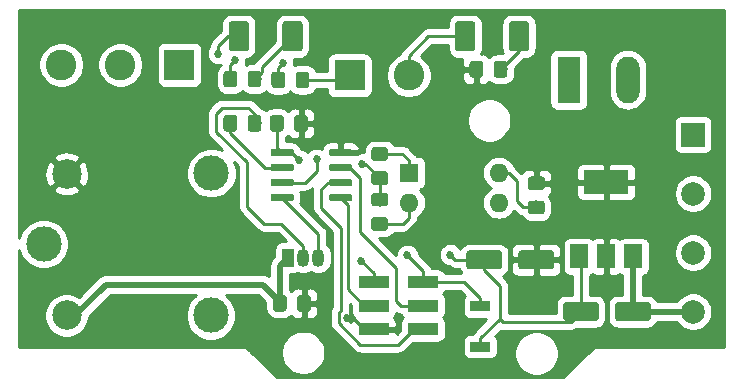
<source format=gtl>
G04 #@! TF.GenerationSoftware,KiCad,Pcbnew,(5.1.2)-1*
G04 #@! TF.CreationDate,2019-07-04T14:52:25+03:00*
G04 #@! TF.ProjectId,Elevator_FirePanel Board,456c6576-6174-46f7-925f-466972655061,rev?*
G04 #@! TF.SameCoordinates,Original*
G04 #@! TF.FileFunction,Copper,L1,Top*
G04 #@! TF.FilePolarity,Positive*
%FSLAX46Y46*%
G04 Gerber Fmt 4.6, Leading zero omitted, Abs format (unit mm)*
G04 Created by KiCad (PCBNEW (5.1.2)-1) date 2019-07-04 14:52:25*
%MOMM*%
%LPD*%
G04 APERTURE LIST*
%ADD10C,0.100000*%
%ADD11C,1.600000*%
%ADD12C,1.700000*%
%ADD13R,2.600000X2.600000*%
%ADD14C,2.600000*%
%ADD15R,2.580000X1.000000*%
%ADD16C,2.500000*%
%ADD17C,3.000000*%
%ADD18O,1.050000X1.500000*%
%ADD19R,1.050000X1.500000*%
%ADD20C,1.150000*%
%ADD21R,1.700000X0.900000*%
%ADD22R,1.600000X1.600000*%
%ADD23O,1.600000X1.600000*%
%ADD24C,0.600000*%
%ADD25R,3.800000X2.000000*%
%ADD26R,1.500000X2.000000*%
%ADD27R,1.980000X3.960000*%
%ADD28O,1.980000X3.960000*%
%ADD29C,2.000000*%
%ADD30R,2.000000X2.000000*%
%ADD31C,0.685400*%
%ADD32C,0.254000*%
%ADD33C,0.508000*%
G04 APERTURE END LIST*
D10*
G36*
X140806504Y-91149204D02*
G01*
X140830773Y-91152804D01*
X140854571Y-91158765D01*
X140877671Y-91167030D01*
X140899849Y-91177520D01*
X140920893Y-91190133D01*
X140940598Y-91204747D01*
X140958777Y-91221223D01*
X140975253Y-91239402D01*
X140989867Y-91259107D01*
X141002480Y-91280151D01*
X141012970Y-91302329D01*
X141021235Y-91325429D01*
X141027196Y-91349227D01*
X141030796Y-91373496D01*
X141032000Y-91398000D01*
X141032000Y-92498000D01*
X141030796Y-92522504D01*
X141027196Y-92546773D01*
X141021235Y-92570571D01*
X141012970Y-92593671D01*
X141002480Y-92615849D01*
X140989867Y-92636893D01*
X140975253Y-92656598D01*
X140958777Y-92674777D01*
X140940598Y-92691253D01*
X140920893Y-92705867D01*
X140899849Y-92718480D01*
X140877671Y-92728970D01*
X140854571Y-92737235D01*
X140830773Y-92743196D01*
X140806504Y-92746796D01*
X140782000Y-92748000D01*
X138282000Y-92748000D01*
X138257496Y-92746796D01*
X138233227Y-92743196D01*
X138209429Y-92737235D01*
X138186329Y-92728970D01*
X138164151Y-92718480D01*
X138143107Y-92705867D01*
X138123402Y-92691253D01*
X138105223Y-92674777D01*
X138088747Y-92656598D01*
X138074133Y-92636893D01*
X138061520Y-92615849D01*
X138051030Y-92593671D01*
X138042765Y-92570571D01*
X138036804Y-92546773D01*
X138033204Y-92522504D01*
X138032000Y-92498000D01*
X138032000Y-91398000D01*
X138033204Y-91373496D01*
X138036804Y-91349227D01*
X138042765Y-91325429D01*
X138051030Y-91302329D01*
X138061520Y-91280151D01*
X138074133Y-91259107D01*
X138088747Y-91239402D01*
X138105223Y-91221223D01*
X138123402Y-91204747D01*
X138143107Y-91190133D01*
X138164151Y-91177520D01*
X138186329Y-91167030D01*
X138209429Y-91158765D01*
X138233227Y-91152804D01*
X138257496Y-91149204D01*
X138282000Y-91148000D01*
X140782000Y-91148000D01*
X140806504Y-91149204D01*
X140806504Y-91149204D01*
G37*
D11*
X139532000Y-91948000D03*
D10*
G36*
X145206504Y-91149204D02*
G01*
X145230773Y-91152804D01*
X145254571Y-91158765D01*
X145277671Y-91167030D01*
X145299849Y-91177520D01*
X145320893Y-91190133D01*
X145340598Y-91204747D01*
X145358777Y-91221223D01*
X145375253Y-91239402D01*
X145389867Y-91259107D01*
X145402480Y-91280151D01*
X145412970Y-91302329D01*
X145421235Y-91325429D01*
X145427196Y-91349227D01*
X145430796Y-91373496D01*
X145432000Y-91398000D01*
X145432000Y-92498000D01*
X145430796Y-92522504D01*
X145427196Y-92546773D01*
X145421235Y-92570571D01*
X145412970Y-92593671D01*
X145402480Y-92615849D01*
X145389867Y-92636893D01*
X145375253Y-92656598D01*
X145358777Y-92674777D01*
X145340598Y-92691253D01*
X145320893Y-92705867D01*
X145299849Y-92718480D01*
X145277671Y-92728970D01*
X145254571Y-92737235D01*
X145230773Y-92743196D01*
X145206504Y-92746796D01*
X145182000Y-92748000D01*
X142682000Y-92748000D01*
X142657496Y-92746796D01*
X142633227Y-92743196D01*
X142609429Y-92737235D01*
X142586329Y-92728970D01*
X142564151Y-92718480D01*
X142543107Y-92705867D01*
X142523402Y-92691253D01*
X142505223Y-92674777D01*
X142488747Y-92656598D01*
X142474133Y-92636893D01*
X142461520Y-92615849D01*
X142451030Y-92593671D01*
X142442765Y-92570571D01*
X142436804Y-92546773D01*
X142433204Y-92522504D01*
X142432000Y-92498000D01*
X142432000Y-91398000D01*
X142433204Y-91373496D01*
X142436804Y-91349227D01*
X142442765Y-91325429D01*
X142451030Y-91302329D01*
X142461520Y-91280151D01*
X142474133Y-91259107D01*
X142488747Y-91239402D01*
X142505223Y-91221223D01*
X142523402Y-91204747D01*
X142543107Y-91190133D01*
X142564151Y-91177520D01*
X142586329Y-91167030D01*
X142609429Y-91158765D01*
X142633227Y-91152804D01*
X142657496Y-91149204D01*
X142682000Y-91148000D01*
X145182000Y-91148000D01*
X145206504Y-91149204D01*
X145206504Y-91149204D01*
G37*
D11*
X143932000Y-91948000D03*
D10*
G36*
X137015004Y-86767704D02*
G01*
X137039273Y-86771304D01*
X137063071Y-86777265D01*
X137086171Y-86785530D01*
X137108349Y-86796020D01*
X137129393Y-86808633D01*
X137149098Y-86823247D01*
X137167277Y-86839723D01*
X137183753Y-86857902D01*
X137198367Y-86877607D01*
X137210980Y-86898651D01*
X137221470Y-86920829D01*
X137229735Y-86943929D01*
X137235696Y-86967727D01*
X137239296Y-86991996D01*
X137240500Y-87016500D01*
X137240500Y-88116500D01*
X137239296Y-88141004D01*
X137235696Y-88165273D01*
X137229735Y-88189071D01*
X137221470Y-88212171D01*
X137210980Y-88234349D01*
X137198367Y-88255393D01*
X137183753Y-88275098D01*
X137167277Y-88293277D01*
X137149098Y-88309753D01*
X137129393Y-88324367D01*
X137108349Y-88336980D01*
X137086171Y-88347470D01*
X137063071Y-88355735D01*
X137039273Y-88361696D01*
X137015004Y-88365296D01*
X136990500Y-88366500D01*
X134490500Y-88366500D01*
X134465996Y-88365296D01*
X134441727Y-88361696D01*
X134417929Y-88355735D01*
X134394829Y-88347470D01*
X134372651Y-88336980D01*
X134351607Y-88324367D01*
X134331902Y-88309753D01*
X134313723Y-88293277D01*
X134297247Y-88275098D01*
X134282633Y-88255393D01*
X134270020Y-88234349D01*
X134259530Y-88212171D01*
X134251265Y-88189071D01*
X134245304Y-88165273D01*
X134241704Y-88141004D01*
X134240500Y-88116500D01*
X134240500Y-87016500D01*
X134241704Y-86991996D01*
X134245304Y-86967727D01*
X134251265Y-86943929D01*
X134259530Y-86920829D01*
X134270020Y-86898651D01*
X134282633Y-86877607D01*
X134297247Y-86857902D01*
X134313723Y-86839723D01*
X134331902Y-86823247D01*
X134351607Y-86808633D01*
X134372651Y-86796020D01*
X134394829Y-86785530D01*
X134417929Y-86777265D01*
X134441727Y-86771304D01*
X134465996Y-86767704D01*
X134490500Y-86766500D01*
X136990500Y-86766500D01*
X137015004Y-86767704D01*
X137015004Y-86767704D01*
G37*
D11*
X135740500Y-87566500D03*
D10*
G36*
X132615004Y-86767704D02*
G01*
X132639273Y-86771304D01*
X132663071Y-86777265D01*
X132686171Y-86785530D01*
X132708349Y-86796020D01*
X132729393Y-86808633D01*
X132749098Y-86823247D01*
X132767277Y-86839723D01*
X132783753Y-86857902D01*
X132798367Y-86877607D01*
X132810980Y-86898651D01*
X132821470Y-86920829D01*
X132829735Y-86943929D01*
X132835696Y-86967727D01*
X132839296Y-86991996D01*
X132840500Y-87016500D01*
X132840500Y-88116500D01*
X132839296Y-88141004D01*
X132835696Y-88165273D01*
X132829735Y-88189071D01*
X132821470Y-88212171D01*
X132810980Y-88234349D01*
X132798367Y-88255393D01*
X132783753Y-88275098D01*
X132767277Y-88293277D01*
X132749098Y-88309753D01*
X132729393Y-88324367D01*
X132708349Y-88336980D01*
X132686171Y-88347470D01*
X132663071Y-88355735D01*
X132639273Y-88361696D01*
X132615004Y-88365296D01*
X132590500Y-88366500D01*
X130090500Y-88366500D01*
X130065996Y-88365296D01*
X130041727Y-88361696D01*
X130017929Y-88355735D01*
X129994829Y-88347470D01*
X129972651Y-88336980D01*
X129951607Y-88324367D01*
X129931902Y-88309753D01*
X129913723Y-88293277D01*
X129897247Y-88275098D01*
X129882633Y-88255393D01*
X129870020Y-88234349D01*
X129859530Y-88212171D01*
X129851265Y-88189071D01*
X129845304Y-88165273D01*
X129841704Y-88141004D01*
X129840500Y-88116500D01*
X129840500Y-87016500D01*
X129841704Y-86991996D01*
X129845304Y-86967727D01*
X129851265Y-86943929D01*
X129859530Y-86920829D01*
X129870020Y-86898651D01*
X129882633Y-86877607D01*
X129897247Y-86857902D01*
X129913723Y-86839723D01*
X129931902Y-86823247D01*
X129951607Y-86808633D01*
X129972651Y-86796020D01*
X129994829Y-86785530D01*
X130017929Y-86777265D01*
X130041727Y-86771304D01*
X130065996Y-86767704D01*
X130090500Y-86766500D01*
X132590500Y-86766500D01*
X132615004Y-86767704D01*
X132615004Y-86767704D01*
G37*
D11*
X131340500Y-87566500D03*
D10*
G36*
X115739004Y-67369704D02*
G01*
X115763273Y-67373304D01*
X115787071Y-67379265D01*
X115810171Y-67387530D01*
X115832349Y-67398020D01*
X115853393Y-67410633D01*
X115873098Y-67425247D01*
X115891277Y-67441723D01*
X115907753Y-67459902D01*
X115922367Y-67479607D01*
X115934980Y-67500651D01*
X115945470Y-67522829D01*
X115953735Y-67545929D01*
X115959696Y-67569727D01*
X115963296Y-67593996D01*
X115964500Y-67618500D01*
X115964500Y-69668500D01*
X115963296Y-69693004D01*
X115959696Y-69717273D01*
X115953735Y-69741071D01*
X115945470Y-69764171D01*
X115934980Y-69786349D01*
X115922367Y-69807393D01*
X115907753Y-69827098D01*
X115891277Y-69845277D01*
X115873098Y-69861753D01*
X115853393Y-69876367D01*
X115832349Y-69888980D01*
X115810171Y-69899470D01*
X115787071Y-69907735D01*
X115763273Y-69913696D01*
X115739004Y-69917296D01*
X115714500Y-69918500D01*
X114514500Y-69918500D01*
X114489996Y-69917296D01*
X114465727Y-69913696D01*
X114441929Y-69907735D01*
X114418829Y-69899470D01*
X114396651Y-69888980D01*
X114375607Y-69876367D01*
X114355902Y-69861753D01*
X114337723Y-69845277D01*
X114321247Y-69827098D01*
X114306633Y-69807393D01*
X114294020Y-69786349D01*
X114283530Y-69764171D01*
X114275265Y-69741071D01*
X114269304Y-69717273D01*
X114265704Y-69693004D01*
X114264500Y-69668500D01*
X114264500Y-67618500D01*
X114265704Y-67593996D01*
X114269304Y-67569727D01*
X114275265Y-67545929D01*
X114283530Y-67522829D01*
X114294020Y-67500651D01*
X114306633Y-67479607D01*
X114321247Y-67459902D01*
X114337723Y-67441723D01*
X114355902Y-67425247D01*
X114375607Y-67410633D01*
X114396651Y-67398020D01*
X114418829Y-67387530D01*
X114441929Y-67379265D01*
X114465727Y-67373304D01*
X114489996Y-67369704D01*
X114514500Y-67368500D01*
X115714500Y-67368500D01*
X115739004Y-67369704D01*
X115739004Y-67369704D01*
G37*
D12*
X115114500Y-68643500D03*
D10*
G36*
X111189004Y-67369704D02*
G01*
X111213273Y-67373304D01*
X111237071Y-67379265D01*
X111260171Y-67387530D01*
X111282349Y-67398020D01*
X111303393Y-67410633D01*
X111323098Y-67425247D01*
X111341277Y-67441723D01*
X111357753Y-67459902D01*
X111372367Y-67479607D01*
X111384980Y-67500651D01*
X111395470Y-67522829D01*
X111403735Y-67545929D01*
X111409696Y-67569727D01*
X111413296Y-67593996D01*
X111414500Y-67618500D01*
X111414500Y-69668500D01*
X111413296Y-69693004D01*
X111409696Y-69717273D01*
X111403735Y-69741071D01*
X111395470Y-69764171D01*
X111384980Y-69786349D01*
X111372367Y-69807393D01*
X111357753Y-69827098D01*
X111341277Y-69845277D01*
X111323098Y-69861753D01*
X111303393Y-69876367D01*
X111282349Y-69888980D01*
X111260171Y-69899470D01*
X111237071Y-69907735D01*
X111213273Y-69913696D01*
X111189004Y-69917296D01*
X111164500Y-69918500D01*
X109964500Y-69918500D01*
X109939996Y-69917296D01*
X109915727Y-69913696D01*
X109891929Y-69907735D01*
X109868829Y-69899470D01*
X109846651Y-69888980D01*
X109825607Y-69876367D01*
X109805902Y-69861753D01*
X109787723Y-69845277D01*
X109771247Y-69827098D01*
X109756633Y-69807393D01*
X109744020Y-69786349D01*
X109733530Y-69764171D01*
X109725265Y-69741071D01*
X109719304Y-69717273D01*
X109715704Y-69693004D01*
X109714500Y-69668500D01*
X109714500Y-67618500D01*
X109715704Y-67593996D01*
X109719304Y-67569727D01*
X109725265Y-67545929D01*
X109733530Y-67522829D01*
X109744020Y-67500651D01*
X109756633Y-67479607D01*
X109771247Y-67459902D01*
X109787723Y-67441723D01*
X109805902Y-67425247D01*
X109825607Y-67410633D01*
X109846651Y-67398020D01*
X109868829Y-67387530D01*
X109891929Y-67379265D01*
X109915727Y-67373304D01*
X109939996Y-67369704D01*
X109964500Y-67368500D01*
X111164500Y-67368500D01*
X111189004Y-67369704D01*
X111189004Y-67369704D01*
G37*
D12*
X110564500Y-68643500D03*
D10*
G36*
X130366004Y-67369704D02*
G01*
X130390273Y-67373304D01*
X130414071Y-67379265D01*
X130437171Y-67387530D01*
X130459349Y-67398020D01*
X130480393Y-67410633D01*
X130500098Y-67425247D01*
X130518277Y-67441723D01*
X130534753Y-67459902D01*
X130549367Y-67479607D01*
X130561980Y-67500651D01*
X130572470Y-67522829D01*
X130580735Y-67545929D01*
X130586696Y-67569727D01*
X130590296Y-67593996D01*
X130591500Y-67618500D01*
X130591500Y-69668500D01*
X130590296Y-69693004D01*
X130586696Y-69717273D01*
X130580735Y-69741071D01*
X130572470Y-69764171D01*
X130561980Y-69786349D01*
X130549367Y-69807393D01*
X130534753Y-69827098D01*
X130518277Y-69845277D01*
X130500098Y-69861753D01*
X130480393Y-69876367D01*
X130459349Y-69888980D01*
X130437171Y-69899470D01*
X130414071Y-69907735D01*
X130390273Y-69913696D01*
X130366004Y-69917296D01*
X130341500Y-69918500D01*
X129141500Y-69918500D01*
X129116996Y-69917296D01*
X129092727Y-69913696D01*
X129068929Y-69907735D01*
X129045829Y-69899470D01*
X129023651Y-69888980D01*
X129002607Y-69876367D01*
X128982902Y-69861753D01*
X128964723Y-69845277D01*
X128948247Y-69827098D01*
X128933633Y-69807393D01*
X128921020Y-69786349D01*
X128910530Y-69764171D01*
X128902265Y-69741071D01*
X128896304Y-69717273D01*
X128892704Y-69693004D01*
X128891500Y-69668500D01*
X128891500Y-67618500D01*
X128892704Y-67593996D01*
X128896304Y-67569727D01*
X128902265Y-67545929D01*
X128910530Y-67522829D01*
X128921020Y-67500651D01*
X128933633Y-67479607D01*
X128948247Y-67459902D01*
X128964723Y-67441723D01*
X128982902Y-67425247D01*
X129002607Y-67410633D01*
X129023651Y-67398020D01*
X129045829Y-67387530D01*
X129068929Y-67379265D01*
X129092727Y-67373304D01*
X129116996Y-67369704D01*
X129141500Y-67368500D01*
X130341500Y-67368500D01*
X130366004Y-67369704D01*
X130366004Y-67369704D01*
G37*
D12*
X129741500Y-68643500D03*
D10*
G36*
X134916004Y-67369704D02*
G01*
X134940273Y-67373304D01*
X134964071Y-67379265D01*
X134987171Y-67387530D01*
X135009349Y-67398020D01*
X135030393Y-67410633D01*
X135050098Y-67425247D01*
X135068277Y-67441723D01*
X135084753Y-67459902D01*
X135099367Y-67479607D01*
X135111980Y-67500651D01*
X135122470Y-67522829D01*
X135130735Y-67545929D01*
X135136696Y-67569727D01*
X135140296Y-67593996D01*
X135141500Y-67618500D01*
X135141500Y-69668500D01*
X135140296Y-69693004D01*
X135136696Y-69717273D01*
X135130735Y-69741071D01*
X135122470Y-69764171D01*
X135111980Y-69786349D01*
X135099367Y-69807393D01*
X135084753Y-69827098D01*
X135068277Y-69845277D01*
X135050098Y-69861753D01*
X135030393Y-69876367D01*
X135009349Y-69888980D01*
X134987171Y-69899470D01*
X134964071Y-69907735D01*
X134940273Y-69913696D01*
X134916004Y-69917296D01*
X134891500Y-69918500D01*
X133691500Y-69918500D01*
X133666996Y-69917296D01*
X133642727Y-69913696D01*
X133618929Y-69907735D01*
X133595829Y-69899470D01*
X133573651Y-69888980D01*
X133552607Y-69876367D01*
X133532902Y-69861753D01*
X133514723Y-69845277D01*
X133498247Y-69827098D01*
X133483633Y-69807393D01*
X133471020Y-69786349D01*
X133460530Y-69764171D01*
X133452265Y-69741071D01*
X133446304Y-69717273D01*
X133442704Y-69693004D01*
X133441500Y-69668500D01*
X133441500Y-67618500D01*
X133442704Y-67593996D01*
X133446304Y-67569727D01*
X133452265Y-67545929D01*
X133460530Y-67522829D01*
X133471020Y-67500651D01*
X133483633Y-67479607D01*
X133498247Y-67459902D01*
X133514723Y-67441723D01*
X133532902Y-67425247D01*
X133552607Y-67410633D01*
X133573651Y-67398020D01*
X133595829Y-67387530D01*
X133618929Y-67379265D01*
X133642727Y-67373304D01*
X133666996Y-67369704D01*
X133691500Y-67368500D01*
X134891500Y-67368500D01*
X134916004Y-67369704D01*
X134916004Y-67369704D01*
G37*
D12*
X134291500Y-68643500D03*
D13*
X105537000Y-71056500D03*
D14*
X100537000Y-71056500D03*
X95537000Y-71056500D03*
D13*
X119951500Y-71945500D03*
D14*
X124951500Y-71945500D03*
D15*
X126164000Y-93440000D03*
X121994000Y-93440000D03*
X126164000Y-91440000D03*
X121994000Y-91440000D03*
X126164000Y-89440000D03*
X121994000Y-89440000D03*
D16*
X95993500Y-92283000D03*
D17*
X108193500Y-92283000D03*
X108243500Y-80233000D03*
D16*
X95993500Y-80283000D03*
D17*
X94043500Y-86233000D03*
D18*
X116014500Y-87376000D03*
X117284500Y-87376000D03*
D19*
X114744500Y-87376000D03*
D10*
G36*
X110195505Y-75310704D02*
G01*
X110219773Y-75314304D01*
X110243572Y-75320265D01*
X110266671Y-75328530D01*
X110288850Y-75339020D01*
X110309893Y-75351632D01*
X110329599Y-75366247D01*
X110347777Y-75382723D01*
X110364253Y-75400901D01*
X110378868Y-75420607D01*
X110391480Y-75441650D01*
X110401970Y-75463829D01*
X110410235Y-75486928D01*
X110416196Y-75510727D01*
X110419796Y-75534995D01*
X110421000Y-75559499D01*
X110421000Y-76459501D01*
X110419796Y-76484005D01*
X110416196Y-76508273D01*
X110410235Y-76532072D01*
X110401970Y-76555171D01*
X110391480Y-76577350D01*
X110378868Y-76598393D01*
X110364253Y-76618099D01*
X110347777Y-76636277D01*
X110329599Y-76652753D01*
X110309893Y-76667368D01*
X110288850Y-76679980D01*
X110266671Y-76690470D01*
X110243572Y-76698735D01*
X110219773Y-76704696D01*
X110195505Y-76708296D01*
X110171001Y-76709500D01*
X109520999Y-76709500D01*
X109496495Y-76708296D01*
X109472227Y-76704696D01*
X109448428Y-76698735D01*
X109425329Y-76690470D01*
X109403150Y-76679980D01*
X109382107Y-76667368D01*
X109362401Y-76652753D01*
X109344223Y-76636277D01*
X109327747Y-76618099D01*
X109313132Y-76598393D01*
X109300520Y-76577350D01*
X109290030Y-76555171D01*
X109281765Y-76532072D01*
X109275804Y-76508273D01*
X109272204Y-76484005D01*
X109271000Y-76459501D01*
X109271000Y-75559499D01*
X109272204Y-75534995D01*
X109275804Y-75510727D01*
X109281765Y-75486928D01*
X109290030Y-75463829D01*
X109300520Y-75441650D01*
X109313132Y-75420607D01*
X109327747Y-75400901D01*
X109344223Y-75382723D01*
X109362401Y-75366247D01*
X109382107Y-75351632D01*
X109403150Y-75339020D01*
X109425329Y-75328530D01*
X109448428Y-75320265D01*
X109472227Y-75314304D01*
X109496495Y-75310704D01*
X109520999Y-75309500D01*
X110171001Y-75309500D01*
X110195505Y-75310704D01*
X110195505Y-75310704D01*
G37*
D20*
X109846000Y-76009500D03*
D10*
G36*
X112245505Y-75310704D02*
G01*
X112269773Y-75314304D01*
X112293572Y-75320265D01*
X112316671Y-75328530D01*
X112338850Y-75339020D01*
X112359893Y-75351632D01*
X112379599Y-75366247D01*
X112397777Y-75382723D01*
X112414253Y-75400901D01*
X112428868Y-75420607D01*
X112441480Y-75441650D01*
X112451970Y-75463829D01*
X112460235Y-75486928D01*
X112466196Y-75510727D01*
X112469796Y-75534995D01*
X112471000Y-75559499D01*
X112471000Y-76459501D01*
X112469796Y-76484005D01*
X112466196Y-76508273D01*
X112460235Y-76532072D01*
X112451970Y-76555171D01*
X112441480Y-76577350D01*
X112428868Y-76598393D01*
X112414253Y-76618099D01*
X112397777Y-76636277D01*
X112379599Y-76652753D01*
X112359893Y-76667368D01*
X112338850Y-76679980D01*
X112316671Y-76690470D01*
X112293572Y-76698735D01*
X112269773Y-76704696D01*
X112245505Y-76708296D01*
X112221001Y-76709500D01*
X111570999Y-76709500D01*
X111546495Y-76708296D01*
X111522227Y-76704696D01*
X111498428Y-76698735D01*
X111475329Y-76690470D01*
X111453150Y-76679980D01*
X111432107Y-76667368D01*
X111412401Y-76652753D01*
X111394223Y-76636277D01*
X111377747Y-76618099D01*
X111363132Y-76598393D01*
X111350520Y-76577350D01*
X111340030Y-76555171D01*
X111331765Y-76532072D01*
X111325804Y-76508273D01*
X111322204Y-76484005D01*
X111321000Y-76459501D01*
X111321000Y-75559499D01*
X111322204Y-75534995D01*
X111325804Y-75510727D01*
X111331765Y-75486928D01*
X111340030Y-75463829D01*
X111350520Y-75441650D01*
X111363132Y-75420607D01*
X111377747Y-75400901D01*
X111394223Y-75382723D01*
X111412401Y-75366247D01*
X111432107Y-75351632D01*
X111453150Y-75339020D01*
X111475329Y-75328530D01*
X111498428Y-75320265D01*
X111522227Y-75314304D01*
X111546495Y-75310704D01*
X111570999Y-75309500D01*
X112221001Y-75309500D01*
X112245505Y-75310704D01*
X112245505Y-75310704D01*
G37*
D20*
X111896000Y-76009500D03*
D10*
G36*
X114259505Y-71627704D02*
G01*
X114283773Y-71631304D01*
X114307572Y-71637265D01*
X114330671Y-71645530D01*
X114352850Y-71656020D01*
X114373893Y-71668632D01*
X114393599Y-71683247D01*
X114411777Y-71699723D01*
X114428253Y-71717901D01*
X114442868Y-71737607D01*
X114455480Y-71758650D01*
X114465970Y-71780829D01*
X114474235Y-71803928D01*
X114480196Y-71827727D01*
X114483796Y-71851995D01*
X114485000Y-71876499D01*
X114485000Y-72776501D01*
X114483796Y-72801005D01*
X114480196Y-72825273D01*
X114474235Y-72849072D01*
X114465970Y-72872171D01*
X114455480Y-72894350D01*
X114442868Y-72915393D01*
X114428253Y-72935099D01*
X114411777Y-72953277D01*
X114393599Y-72969753D01*
X114373893Y-72984368D01*
X114352850Y-72996980D01*
X114330671Y-73007470D01*
X114307572Y-73015735D01*
X114283773Y-73021696D01*
X114259505Y-73025296D01*
X114235001Y-73026500D01*
X113584999Y-73026500D01*
X113560495Y-73025296D01*
X113536227Y-73021696D01*
X113512428Y-73015735D01*
X113489329Y-73007470D01*
X113467150Y-72996980D01*
X113446107Y-72984368D01*
X113426401Y-72969753D01*
X113408223Y-72953277D01*
X113391747Y-72935099D01*
X113377132Y-72915393D01*
X113364520Y-72894350D01*
X113354030Y-72872171D01*
X113345765Y-72849072D01*
X113339804Y-72825273D01*
X113336204Y-72801005D01*
X113335000Y-72776501D01*
X113335000Y-71876499D01*
X113336204Y-71851995D01*
X113339804Y-71827727D01*
X113345765Y-71803928D01*
X113354030Y-71780829D01*
X113364520Y-71758650D01*
X113377132Y-71737607D01*
X113391747Y-71717901D01*
X113408223Y-71699723D01*
X113426401Y-71683247D01*
X113446107Y-71668632D01*
X113467150Y-71656020D01*
X113489329Y-71645530D01*
X113512428Y-71637265D01*
X113536227Y-71631304D01*
X113560495Y-71627704D01*
X113584999Y-71626500D01*
X114235001Y-71626500D01*
X114259505Y-71627704D01*
X114259505Y-71627704D01*
G37*
D20*
X113910000Y-72326500D03*
D10*
G36*
X116309505Y-71627704D02*
G01*
X116333773Y-71631304D01*
X116357572Y-71637265D01*
X116380671Y-71645530D01*
X116402850Y-71656020D01*
X116423893Y-71668632D01*
X116443599Y-71683247D01*
X116461777Y-71699723D01*
X116478253Y-71717901D01*
X116492868Y-71737607D01*
X116505480Y-71758650D01*
X116515970Y-71780829D01*
X116524235Y-71803928D01*
X116530196Y-71827727D01*
X116533796Y-71851995D01*
X116535000Y-71876499D01*
X116535000Y-72776501D01*
X116533796Y-72801005D01*
X116530196Y-72825273D01*
X116524235Y-72849072D01*
X116515970Y-72872171D01*
X116505480Y-72894350D01*
X116492868Y-72915393D01*
X116478253Y-72935099D01*
X116461777Y-72953277D01*
X116443599Y-72969753D01*
X116423893Y-72984368D01*
X116402850Y-72996980D01*
X116380671Y-73007470D01*
X116357572Y-73015735D01*
X116333773Y-73021696D01*
X116309505Y-73025296D01*
X116285001Y-73026500D01*
X115634999Y-73026500D01*
X115610495Y-73025296D01*
X115586227Y-73021696D01*
X115562428Y-73015735D01*
X115539329Y-73007470D01*
X115517150Y-72996980D01*
X115496107Y-72984368D01*
X115476401Y-72969753D01*
X115458223Y-72953277D01*
X115441747Y-72935099D01*
X115427132Y-72915393D01*
X115414520Y-72894350D01*
X115404030Y-72872171D01*
X115395765Y-72849072D01*
X115389804Y-72825273D01*
X115386204Y-72801005D01*
X115385000Y-72776501D01*
X115385000Y-71876499D01*
X115386204Y-71851995D01*
X115389804Y-71827727D01*
X115395765Y-71803928D01*
X115404030Y-71780829D01*
X115414520Y-71758650D01*
X115427132Y-71737607D01*
X115441747Y-71717901D01*
X115458223Y-71699723D01*
X115476401Y-71683247D01*
X115496107Y-71668632D01*
X115517150Y-71656020D01*
X115539329Y-71645530D01*
X115562428Y-71637265D01*
X115586227Y-71631304D01*
X115610495Y-71627704D01*
X115634999Y-71626500D01*
X116285001Y-71626500D01*
X116309505Y-71627704D01*
X116309505Y-71627704D01*
G37*
D20*
X115960000Y-72326500D03*
D10*
G36*
X122966005Y-83953704D02*
G01*
X122990273Y-83957304D01*
X123014072Y-83963265D01*
X123037171Y-83971530D01*
X123059350Y-83982020D01*
X123080393Y-83994632D01*
X123100099Y-84009247D01*
X123118277Y-84025723D01*
X123134753Y-84043901D01*
X123149368Y-84063607D01*
X123161980Y-84084650D01*
X123172470Y-84106829D01*
X123180735Y-84129928D01*
X123186696Y-84153727D01*
X123190296Y-84177995D01*
X123191500Y-84202499D01*
X123191500Y-84852501D01*
X123190296Y-84877005D01*
X123186696Y-84901273D01*
X123180735Y-84925072D01*
X123172470Y-84948171D01*
X123161980Y-84970350D01*
X123149368Y-84991393D01*
X123134753Y-85011099D01*
X123118277Y-85029277D01*
X123100099Y-85045753D01*
X123080393Y-85060368D01*
X123059350Y-85072980D01*
X123037171Y-85083470D01*
X123014072Y-85091735D01*
X122990273Y-85097696D01*
X122966005Y-85101296D01*
X122941501Y-85102500D01*
X122041499Y-85102500D01*
X122016995Y-85101296D01*
X121992727Y-85097696D01*
X121968928Y-85091735D01*
X121945829Y-85083470D01*
X121923650Y-85072980D01*
X121902607Y-85060368D01*
X121882901Y-85045753D01*
X121864723Y-85029277D01*
X121848247Y-85011099D01*
X121833632Y-84991393D01*
X121821020Y-84970350D01*
X121810530Y-84948171D01*
X121802265Y-84925072D01*
X121796304Y-84901273D01*
X121792704Y-84877005D01*
X121791500Y-84852501D01*
X121791500Y-84202499D01*
X121792704Y-84177995D01*
X121796304Y-84153727D01*
X121802265Y-84129928D01*
X121810530Y-84106829D01*
X121821020Y-84084650D01*
X121833632Y-84063607D01*
X121848247Y-84043901D01*
X121864723Y-84025723D01*
X121882901Y-84009247D01*
X121902607Y-83994632D01*
X121923650Y-83982020D01*
X121945829Y-83971530D01*
X121968928Y-83963265D01*
X121992727Y-83957304D01*
X122016995Y-83953704D01*
X122041499Y-83952500D01*
X122941501Y-83952500D01*
X122966005Y-83953704D01*
X122966005Y-83953704D01*
G37*
D20*
X122491500Y-84527500D03*
D10*
G36*
X122966005Y-81903704D02*
G01*
X122990273Y-81907304D01*
X123014072Y-81913265D01*
X123037171Y-81921530D01*
X123059350Y-81932020D01*
X123080393Y-81944632D01*
X123100099Y-81959247D01*
X123118277Y-81975723D01*
X123134753Y-81993901D01*
X123149368Y-82013607D01*
X123161980Y-82034650D01*
X123172470Y-82056829D01*
X123180735Y-82079928D01*
X123186696Y-82103727D01*
X123190296Y-82127995D01*
X123191500Y-82152499D01*
X123191500Y-82802501D01*
X123190296Y-82827005D01*
X123186696Y-82851273D01*
X123180735Y-82875072D01*
X123172470Y-82898171D01*
X123161980Y-82920350D01*
X123149368Y-82941393D01*
X123134753Y-82961099D01*
X123118277Y-82979277D01*
X123100099Y-82995753D01*
X123080393Y-83010368D01*
X123059350Y-83022980D01*
X123037171Y-83033470D01*
X123014072Y-83041735D01*
X122990273Y-83047696D01*
X122966005Y-83051296D01*
X122941501Y-83052500D01*
X122041499Y-83052500D01*
X122016995Y-83051296D01*
X121992727Y-83047696D01*
X121968928Y-83041735D01*
X121945829Y-83033470D01*
X121923650Y-83022980D01*
X121902607Y-83010368D01*
X121882901Y-82995753D01*
X121864723Y-82979277D01*
X121848247Y-82961099D01*
X121833632Y-82941393D01*
X121821020Y-82920350D01*
X121810530Y-82898171D01*
X121802265Y-82875072D01*
X121796304Y-82851273D01*
X121792704Y-82827005D01*
X121791500Y-82802501D01*
X121791500Y-82152499D01*
X121792704Y-82127995D01*
X121796304Y-82103727D01*
X121802265Y-82079928D01*
X121810530Y-82056829D01*
X121821020Y-82034650D01*
X121833632Y-82013607D01*
X121848247Y-81993901D01*
X121864723Y-81975723D01*
X121882901Y-81959247D01*
X121902607Y-81944632D01*
X121923650Y-81932020D01*
X121945829Y-81921530D01*
X121968928Y-81913265D01*
X121992727Y-81907304D01*
X122016995Y-81903704D01*
X122041499Y-81902500D01*
X122941501Y-81902500D01*
X122966005Y-81903704D01*
X122966005Y-81903704D01*
G37*
D20*
X122491500Y-82477500D03*
D10*
G36*
X122966005Y-80080204D02*
G01*
X122990273Y-80083804D01*
X123014072Y-80089765D01*
X123037171Y-80098030D01*
X123059350Y-80108520D01*
X123080393Y-80121132D01*
X123100099Y-80135747D01*
X123118277Y-80152223D01*
X123134753Y-80170401D01*
X123149368Y-80190107D01*
X123161980Y-80211150D01*
X123172470Y-80233329D01*
X123180735Y-80256428D01*
X123186696Y-80280227D01*
X123190296Y-80304495D01*
X123191500Y-80328999D01*
X123191500Y-80979001D01*
X123190296Y-81003505D01*
X123186696Y-81027773D01*
X123180735Y-81051572D01*
X123172470Y-81074671D01*
X123161980Y-81096850D01*
X123149368Y-81117893D01*
X123134753Y-81137599D01*
X123118277Y-81155777D01*
X123100099Y-81172253D01*
X123080393Y-81186868D01*
X123059350Y-81199480D01*
X123037171Y-81209970D01*
X123014072Y-81218235D01*
X122990273Y-81224196D01*
X122966005Y-81227796D01*
X122941501Y-81229000D01*
X122041499Y-81229000D01*
X122016995Y-81227796D01*
X121992727Y-81224196D01*
X121968928Y-81218235D01*
X121945829Y-81209970D01*
X121923650Y-81199480D01*
X121902607Y-81186868D01*
X121882901Y-81172253D01*
X121864723Y-81155777D01*
X121848247Y-81137599D01*
X121833632Y-81117893D01*
X121821020Y-81096850D01*
X121810530Y-81074671D01*
X121802265Y-81051572D01*
X121796304Y-81027773D01*
X121792704Y-81003505D01*
X121791500Y-80979001D01*
X121791500Y-80328999D01*
X121792704Y-80304495D01*
X121796304Y-80280227D01*
X121802265Y-80256428D01*
X121810530Y-80233329D01*
X121821020Y-80211150D01*
X121833632Y-80190107D01*
X121848247Y-80170401D01*
X121864723Y-80152223D01*
X121882901Y-80135747D01*
X121902607Y-80121132D01*
X121923650Y-80108520D01*
X121945829Y-80098030D01*
X121968928Y-80089765D01*
X121992727Y-80083804D01*
X122016995Y-80080204D01*
X122041499Y-80079000D01*
X122941501Y-80079000D01*
X122966005Y-80080204D01*
X122966005Y-80080204D01*
G37*
D20*
X122491500Y-80654000D03*
D10*
G36*
X122966005Y-78030204D02*
G01*
X122990273Y-78033804D01*
X123014072Y-78039765D01*
X123037171Y-78048030D01*
X123059350Y-78058520D01*
X123080393Y-78071132D01*
X123100099Y-78085747D01*
X123118277Y-78102223D01*
X123134753Y-78120401D01*
X123149368Y-78140107D01*
X123161980Y-78161150D01*
X123172470Y-78183329D01*
X123180735Y-78206428D01*
X123186696Y-78230227D01*
X123190296Y-78254495D01*
X123191500Y-78278999D01*
X123191500Y-78929001D01*
X123190296Y-78953505D01*
X123186696Y-78977773D01*
X123180735Y-79001572D01*
X123172470Y-79024671D01*
X123161980Y-79046850D01*
X123149368Y-79067893D01*
X123134753Y-79087599D01*
X123118277Y-79105777D01*
X123100099Y-79122253D01*
X123080393Y-79136868D01*
X123059350Y-79149480D01*
X123037171Y-79159970D01*
X123014072Y-79168235D01*
X122990273Y-79174196D01*
X122966005Y-79177796D01*
X122941501Y-79179000D01*
X122041499Y-79179000D01*
X122016995Y-79177796D01*
X121992727Y-79174196D01*
X121968928Y-79168235D01*
X121945829Y-79159970D01*
X121923650Y-79149480D01*
X121902607Y-79136868D01*
X121882901Y-79122253D01*
X121864723Y-79105777D01*
X121848247Y-79087599D01*
X121833632Y-79067893D01*
X121821020Y-79046850D01*
X121810530Y-79024671D01*
X121802265Y-79001572D01*
X121796304Y-78977773D01*
X121792704Y-78953505D01*
X121791500Y-78929001D01*
X121791500Y-78278999D01*
X121792704Y-78254495D01*
X121796304Y-78230227D01*
X121802265Y-78206428D01*
X121810530Y-78183329D01*
X121821020Y-78161150D01*
X121833632Y-78140107D01*
X121848247Y-78120401D01*
X121864723Y-78102223D01*
X121882901Y-78085747D01*
X121902607Y-78071132D01*
X121923650Y-78058520D01*
X121945829Y-78048030D01*
X121968928Y-78039765D01*
X121992727Y-78033804D01*
X122016995Y-78030204D01*
X122041499Y-78029000D01*
X122941501Y-78029000D01*
X122966005Y-78030204D01*
X122966005Y-78030204D01*
G37*
D20*
X122491500Y-78604000D03*
D10*
G36*
X136237505Y-80506704D02*
G01*
X136261773Y-80510304D01*
X136285572Y-80516265D01*
X136308671Y-80524530D01*
X136330850Y-80535020D01*
X136351893Y-80547632D01*
X136371599Y-80562247D01*
X136389777Y-80578723D01*
X136406253Y-80596901D01*
X136420868Y-80616607D01*
X136433480Y-80637650D01*
X136443970Y-80659829D01*
X136452235Y-80682928D01*
X136458196Y-80706727D01*
X136461796Y-80730995D01*
X136463000Y-80755499D01*
X136463000Y-81405501D01*
X136461796Y-81430005D01*
X136458196Y-81454273D01*
X136452235Y-81478072D01*
X136443970Y-81501171D01*
X136433480Y-81523350D01*
X136420868Y-81544393D01*
X136406253Y-81564099D01*
X136389777Y-81582277D01*
X136371599Y-81598753D01*
X136351893Y-81613368D01*
X136330850Y-81625980D01*
X136308671Y-81636470D01*
X136285572Y-81644735D01*
X136261773Y-81650696D01*
X136237505Y-81654296D01*
X136213001Y-81655500D01*
X135312999Y-81655500D01*
X135288495Y-81654296D01*
X135264227Y-81650696D01*
X135240428Y-81644735D01*
X135217329Y-81636470D01*
X135195150Y-81625980D01*
X135174107Y-81613368D01*
X135154401Y-81598753D01*
X135136223Y-81582277D01*
X135119747Y-81564099D01*
X135105132Y-81544393D01*
X135092520Y-81523350D01*
X135082030Y-81501171D01*
X135073765Y-81478072D01*
X135067804Y-81454273D01*
X135064204Y-81430005D01*
X135063000Y-81405501D01*
X135063000Y-80755499D01*
X135064204Y-80730995D01*
X135067804Y-80706727D01*
X135073765Y-80682928D01*
X135082030Y-80659829D01*
X135092520Y-80637650D01*
X135105132Y-80616607D01*
X135119747Y-80596901D01*
X135136223Y-80578723D01*
X135154401Y-80562247D01*
X135174107Y-80547632D01*
X135195150Y-80535020D01*
X135217329Y-80524530D01*
X135240428Y-80516265D01*
X135264227Y-80510304D01*
X135288495Y-80506704D01*
X135312999Y-80505500D01*
X136213001Y-80505500D01*
X136237505Y-80506704D01*
X136237505Y-80506704D01*
G37*
D20*
X135763000Y-81080500D03*
D10*
G36*
X136237505Y-82556704D02*
G01*
X136261773Y-82560304D01*
X136285572Y-82566265D01*
X136308671Y-82574530D01*
X136330850Y-82585020D01*
X136351893Y-82597632D01*
X136371599Y-82612247D01*
X136389777Y-82628723D01*
X136406253Y-82646901D01*
X136420868Y-82666607D01*
X136433480Y-82687650D01*
X136443970Y-82709829D01*
X136452235Y-82732928D01*
X136458196Y-82756727D01*
X136461796Y-82780995D01*
X136463000Y-82805499D01*
X136463000Y-83455501D01*
X136461796Y-83480005D01*
X136458196Y-83504273D01*
X136452235Y-83528072D01*
X136443970Y-83551171D01*
X136433480Y-83573350D01*
X136420868Y-83594393D01*
X136406253Y-83614099D01*
X136389777Y-83632277D01*
X136371599Y-83648753D01*
X136351893Y-83663368D01*
X136330850Y-83675980D01*
X136308671Y-83686470D01*
X136285572Y-83694735D01*
X136261773Y-83700696D01*
X136237505Y-83704296D01*
X136213001Y-83705500D01*
X135312999Y-83705500D01*
X135288495Y-83704296D01*
X135264227Y-83700696D01*
X135240428Y-83694735D01*
X135217329Y-83686470D01*
X135195150Y-83675980D01*
X135174107Y-83663368D01*
X135154401Y-83648753D01*
X135136223Y-83632277D01*
X135119747Y-83614099D01*
X135105132Y-83594393D01*
X135092520Y-83573350D01*
X135082030Y-83551171D01*
X135073765Y-83528072D01*
X135067804Y-83504273D01*
X135064204Y-83480005D01*
X135063000Y-83455501D01*
X135063000Y-82805499D01*
X135064204Y-82780995D01*
X135067804Y-82756727D01*
X135073765Y-82732928D01*
X135082030Y-82709829D01*
X135092520Y-82687650D01*
X135105132Y-82666607D01*
X135119747Y-82646901D01*
X135136223Y-82628723D01*
X135154401Y-82612247D01*
X135174107Y-82597632D01*
X135195150Y-82585020D01*
X135217329Y-82574530D01*
X135240428Y-82566265D01*
X135264227Y-82560304D01*
X135288495Y-82556704D01*
X135312999Y-82555500D01*
X136213001Y-82555500D01*
X136237505Y-82556704D01*
X136237505Y-82556704D01*
G37*
D20*
X135763000Y-83130500D03*
D10*
G36*
X112245505Y-71564204D02*
G01*
X112269773Y-71567804D01*
X112293572Y-71573765D01*
X112316671Y-71582030D01*
X112338850Y-71592520D01*
X112359893Y-71605132D01*
X112379599Y-71619747D01*
X112397777Y-71636223D01*
X112414253Y-71654401D01*
X112428868Y-71674107D01*
X112441480Y-71695150D01*
X112451970Y-71717329D01*
X112460235Y-71740428D01*
X112466196Y-71764227D01*
X112469796Y-71788495D01*
X112471000Y-71812999D01*
X112471000Y-72713001D01*
X112469796Y-72737505D01*
X112466196Y-72761773D01*
X112460235Y-72785572D01*
X112451970Y-72808671D01*
X112441480Y-72830850D01*
X112428868Y-72851893D01*
X112414253Y-72871599D01*
X112397777Y-72889777D01*
X112379599Y-72906253D01*
X112359893Y-72920868D01*
X112338850Y-72933480D01*
X112316671Y-72943970D01*
X112293572Y-72952235D01*
X112269773Y-72958196D01*
X112245505Y-72961796D01*
X112221001Y-72963000D01*
X111570999Y-72963000D01*
X111546495Y-72961796D01*
X111522227Y-72958196D01*
X111498428Y-72952235D01*
X111475329Y-72943970D01*
X111453150Y-72933480D01*
X111432107Y-72920868D01*
X111412401Y-72906253D01*
X111394223Y-72889777D01*
X111377747Y-72871599D01*
X111363132Y-72851893D01*
X111350520Y-72830850D01*
X111340030Y-72808671D01*
X111331765Y-72785572D01*
X111325804Y-72761773D01*
X111322204Y-72737505D01*
X111321000Y-72713001D01*
X111321000Y-71812999D01*
X111322204Y-71788495D01*
X111325804Y-71764227D01*
X111331765Y-71740428D01*
X111340030Y-71717329D01*
X111350520Y-71695150D01*
X111363132Y-71674107D01*
X111377747Y-71654401D01*
X111394223Y-71636223D01*
X111412401Y-71619747D01*
X111432107Y-71605132D01*
X111453150Y-71592520D01*
X111475329Y-71582030D01*
X111498428Y-71573765D01*
X111522227Y-71567804D01*
X111546495Y-71564204D01*
X111570999Y-71563000D01*
X112221001Y-71563000D01*
X112245505Y-71564204D01*
X112245505Y-71564204D01*
G37*
D20*
X111896000Y-72263000D03*
D10*
G36*
X110195505Y-71564204D02*
G01*
X110219773Y-71567804D01*
X110243572Y-71573765D01*
X110266671Y-71582030D01*
X110288850Y-71592520D01*
X110309893Y-71605132D01*
X110329599Y-71619747D01*
X110347777Y-71636223D01*
X110364253Y-71654401D01*
X110378868Y-71674107D01*
X110391480Y-71695150D01*
X110401970Y-71717329D01*
X110410235Y-71740428D01*
X110416196Y-71764227D01*
X110419796Y-71788495D01*
X110421000Y-71812999D01*
X110421000Y-72713001D01*
X110419796Y-72737505D01*
X110416196Y-72761773D01*
X110410235Y-72785572D01*
X110401970Y-72808671D01*
X110391480Y-72830850D01*
X110378868Y-72851893D01*
X110364253Y-72871599D01*
X110347777Y-72889777D01*
X110329599Y-72906253D01*
X110309893Y-72920868D01*
X110288850Y-72933480D01*
X110266671Y-72943970D01*
X110243572Y-72952235D01*
X110219773Y-72958196D01*
X110195505Y-72961796D01*
X110171001Y-72963000D01*
X109520999Y-72963000D01*
X109496495Y-72961796D01*
X109472227Y-72958196D01*
X109448428Y-72952235D01*
X109425329Y-72943970D01*
X109403150Y-72933480D01*
X109382107Y-72920868D01*
X109362401Y-72906253D01*
X109344223Y-72889777D01*
X109327747Y-72871599D01*
X109313132Y-72851893D01*
X109300520Y-72830850D01*
X109290030Y-72808671D01*
X109281765Y-72785572D01*
X109275804Y-72761773D01*
X109272204Y-72737505D01*
X109271000Y-72713001D01*
X109271000Y-71812999D01*
X109272204Y-71788495D01*
X109275804Y-71764227D01*
X109281765Y-71740428D01*
X109290030Y-71717329D01*
X109300520Y-71695150D01*
X109313132Y-71674107D01*
X109327747Y-71654401D01*
X109344223Y-71636223D01*
X109362401Y-71619747D01*
X109382107Y-71605132D01*
X109403150Y-71592520D01*
X109425329Y-71582030D01*
X109448428Y-71573765D01*
X109472227Y-71567804D01*
X109496495Y-71564204D01*
X109520999Y-71563000D01*
X110171001Y-71563000D01*
X110195505Y-71564204D01*
X110195505Y-71564204D01*
G37*
D20*
X109846000Y-72263000D03*
D21*
X131000500Y-91518000D03*
X131000500Y-94918000D03*
D22*
X124968000Y-80200500D03*
D23*
X132588000Y-82740500D03*
X124968000Y-82740500D03*
X132588000Y-80200500D03*
D10*
G36*
X115077703Y-78186722D02*
G01*
X115092264Y-78188882D01*
X115106543Y-78192459D01*
X115120403Y-78197418D01*
X115133710Y-78203712D01*
X115146336Y-78211280D01*
X115158159Y-78220048D01*
X115169066Y-78229934D01*
X115178952Y-78240841D01*
X115187720Y-78252664D01*
X115195288Y-78265290D01*
X115201582Y-78278597D01*
X115206541Y-78292457D01*
X115210118Y-78306736D01*
X115212278Y-78321297D01*
X115213000Y-78336000D01*
X115213000Y-78636000D01*
X115212278Y-78650703D01*
X115210118Y-78665264D01*
X115206541Y-78679543D01*
X115201582Y-78693403D01*
X115195288Y-78706710D01*
X115187720Y-78719336D01*
X115178952Y-78731159D01*
X115169066Y-78742066D01*
X115158159Y-78751952D01*
X115146336Y-78760720D01*
X115133710Y-78768288D01*
X115120403Y-78774582D01*
X115106543Y-78779541D01*
X115092264Y-78783118D01*
X115077703Y-78785278D01*
X115063000Y-78786000D01*
X113413000Y-78786000D01*
X113398297Y-78785278D01*
X113383736Y-78783118D01*
X113369457Y-78779541D01*
X113355597Y-78774582D01*
X113342290Y-78768288D01*
X113329664Y-78760720D01*
X113317841Y-78751952D01*
X113306934Y-78742066D01*
X113297048Y-78731159D01*
X113288280Y-78719336D01*
X113280712Y-78706710D01*
X113274418Y-78693403D01*
X113269459Y-78679543D01*
X113265882Y-78665264D01*
X113263722Y-78650703D01*
X113263000Y-78636000D01*
X113263000Y-78336000D01*
X113263722Y-78321297D01*
X113265882Y-78306736D01*
X113269459Y-78292457D01*
X113274418Y-78278597D01*
X113280712Y-78265290D01*
X113288280Y-78252664D01*
X113297048Y-78240841D01*
X113306934Y-78229934D01*
X113317841Y-78220048D01*
X113329664Y-78211280D01*
X113342290Y-78203712D01*
X113355597Y-78197418D01*
X113369457Y-78192459D01*
X113383736Y-78188882D01*
X113398297Y-78186722D01*
X113413000Y-78186000D01*
X115063000Y-78186000D01*
X115077703Y-78186722D01*
X115077703Y-78186722D01*
G37*
D24*
X114238000Y-78486000D03*
D10*
G36*
X115077703Y-79456722D02*
G01*
X115092264Y-79458882D01*
X115106543Y-79462459D01*
X115120403Y-79467418D01*
X115133710Y-79473712D01*
X115146336Y-79481280D01*
X115158159Y-79490048D01*
X115169066Y-79499934D01*
X115178952Y-79510841D01*
X115187720Y-79522664D01*
X115195288Y-79535290D01*
X115201582Y-79548597D01*
X115206541Y-79562457D01*
X115210118Y-79576736D01*
X115212278Y-79591297D01*
X115213000Y-79606000D01*
X115213000Y-79906000D01*
X115212278Y-79920703D01*
X115210118Y-79935264D01*
X115206541Y-79949543D01*
X115201582Y-79963403D01*
X115195288Y-79976710D01*
X115187720Y-79989336D01*
X115178952Y-80001159D01*
X115169066Y-80012066D01*
X115158159Y-80021952D01*
X115146336Y-80030720D01*
X115133710Y-80038288D01*
X115120403Y-80044582D01*
X115106543Y-80049541D01*
X115092264Y-80053118D01*
X115077703Y-80055278D01*
X115063000Y-80056000D01*
X113413000Y-80056000D01*
X113398297Y-80055278D01*
X113383736Y-80053118D01*
X113369457Y-80049541D01*
X113355597Y-80044582D01*
X113342290Y-80038288D01*
X113329664Y-80030720D01*
X113317841Y-80021952D01*
X113306934Y-80012066D01*
X113297048Y-80001159D01*
X113288280Y-79989336D01*
X113280712Y-79976710D01*
X113274418Y-79963403D01*
X113269459Y-79949543D01*
X113265882Y-79935264D01*
X113263722Y-79920703D01*
X113263000Y-79906000D01*
X113263000Y-79606000D01*
X113263722Y-79591297D01*
X113265882Y-79576736D01*
X113269459Y-79562457D01*
X113274418Y-79548597D01*
X113280712Y-79535290D01*
X113288280Y-79522664D01*
X113297048Y-79510841D01*
X113306934Y-79499934D01*
X113317841Y-79490048D01*
X113329664Y-79481280D01*
X113342290Y-79473712D01*
X113355597Y-79467418D01*
X113369457Y-79462459D01*
X113383736Y-79458882D01*
X113398297Y-79456722D01*
X113413000Y-79456000D01*
X115063000Y-79456000D01*
X115077703Y-79456722D01*
X115077703Y-79456722D01*
G37*
D24*
X114238000Y-79756000D03*
D10*
G36*
X115077703Y-80726722D02*
G01*
X115092264Y-80728882D01*
X115106543Y-80732459D01*
X115120403Y-80737418D01*
X115133710Y-80743712D01*
X115146336Y-80751280D01*
X115158159Y-80760048D01*
X115169066Y-80769934D01*
X115178952Y-80780841D01*
X115187720Y-80792664D01*
X115195288Y-80805290D01*
X115201582Y-80818597D01*
X115206541Y-80832457D01*
X115210118Y-80846736D01*
X115212278Y-80861297D01*
X115213000Y-80876000D01*
X115213000Y-81176000D01*
X115212278Y-81190703D01*
X115210118Y-81205264D01*
X115206541Y-81219543D01*
X115201582Y-81233403D01*
X115195288Y-81246710D01*
X115187720Y-81259336D01*
X115178952Y-81271159D01*
X115169066Y-81282066D01*
X115158159Y-81291952D01*
X115146336Y-81300720D01*
X115133710Y-81308288D01*
X115120403Y-81314582D01*
X115106543Y-81319541D01*
X115092264Y-81323118D01*
X115077703Y-81325278D01*
X115063000Y-81326000D01*
X113413000Y-81326000D01*
X113398297Y-81325278D01*
X113383736Y-81323118D01*
X113369457Y-81319541D01*
X113355597Y-81314582D01*
X113342290Y-81308288D01*
X113329664Y-81300720D01*
X113317841Y-81291952D01*
X113306934Y-81282066D01*
X113297048Y-81271159D01*
X113288280Y-81259336D01*
X113280712Y-81246710D01*
X113274418Y-81233403D01*
X113269459Y-81219543D01*
X113265882Y-81205264D01*
X113263722Y-81190703D01*
X113263000Y-81176000D01*
X113263000Y-80876000D01*
X113263722Y-80861297D01*
X113265882Y-80846736D01*
X113269459Y-80832457D01*
X113274418Y-80818597D01*
X113280712Y-80805290D01*
X113288280Y-80792664D01*
X113297048Y-80780841D01*
X113306934Y-80769934D01*
X113317841Y-80760048D01*
X113329664Y-80751280D01*
X113342290Y-80743712D01*
X113355597Y-80737418D01*
X113369457Y-80732459D01*
X113383736Y-80728882D01*
X113398297Y-80726722D01*
X113413000Y-80726000D01*
X115063000Y-80726000D01*
X115077703Y-80726722D01*
X115077703Y-80726722D01*
G37*
D24*
X114238000Y-81026000D03*
D10*
G36*
X115077703Y-81996722D02*
G01*
X115092264Y-81998882D01*
X115106543Y-82002459D01*
X115120403Y-82007418D01*
X115133710Y-82013712D01*
X115146336Y-82021280D01*
X115158159Y-82030048D01*
X115169066Y-82039934D01*
X115178952Y-82050841D01*
X115187720Y-82062664D01*
X115195288Y-82075290D01*
X115201582Y-82088597D01*
X115206541Y-82102457D01*
X115210118Y-82116736D01*
X115212278Y-82131297D01*
X115213000Y-82146000D01*
X115213000Y-82446000D01*
X115212278Y-82460703D01*
X115210118Y-82475264D01*
X115206541Y-82489543D01*
X115201582Y-82503403D01*
X115195288Y-82516710D01*
X115187720Y-82529336D01*
X115178952Y-82541159D01*
X115169066Y-82552066D01*
X115158159Y-82561952D01*
X115146336Y-82570720D01*
X115133710Y-82578288D01*
X115120403Y-82584582D01*
X115106543Y-82589541D01*
X115092264Y-82593118D01*
X115077703Y-82595278D01*
X115063000Y-82596000D01*
X113413000Y-82596000D01*
X113398297Y-82595278D01*
X113383736Y-82593118D01*
X113369457Y-82589541D01*
X113355597Y-82584582D01*
X113342290Y-82578288D01*
X113329664Y-82570720D01*
X113317841Y-82561952D01*
X113306934Y-82552066D01*
X113297048Y-82541159D01*
X113288280Y-82529336D01*
X113280712Y-82516710D01*
X113274418Y-82503403D01*
X113269459Y-82489543D01*
X113265882Y-82475264D01*
X113263722Y-82460703D01*
X113263000Y-82446000D01*
X113263000Y-82146000D01*
X113263722Y-82131297D01*
X113265882Y-82116736D01*
X113269459Y-82102457D01*
X113274418Y-82088597D01*
X113280712Y-82075290D01*
X113288280Y-82062664D01*
X113297048Y-82050841D01*
X113306934Y-82039934D01*
X113317841Y-82030048D01*
X113329664Y-82021280D01*
X113342290Y-82013712D01*
X113355597Y-82007418D01*
X113369457Y-82002459D01*
X113383736Y-81998882D01*
X113398297Y-81996722D01*
X113413000Y-81996000D01*
X115063000Y-81996000D01*
X115077703Y-81996722D01*
X115077703Y-81996722D01*
G37*
D24*
X114238000Y-82296000D03*
D10*
G36*
X120027703Y-81996722D02*
G01*
X120042264Y-81998882D01*
X120056543Y-82002459D01*
X120070403Y-82007418D01*
X120083710Y-82013712D01*
X120096336Y-82021280D01*
X120108159Y-82030048D01*
X120119066Y-82039934D01*
X120128952Y-82050841D01*
X120137720Y-82062664D01*
X120145288Y-82075290D01*
X120151582Y-82088597D01*
X120156541Y-82102457D01*
X120160118Y-82116736D01*
X120162278Y-82131297D01*
X120163000Y-82146000D01*
X120163000Y-82446000D01*
X120162278Y-82460703D01*
X120160118Y-82475264D01*
X120156541Y-82489543D01*
X120151582Y-82503403D01*
X120145288Y-82516710D01*
X120137720Y-82529336D01*
X120128952Y-82541159D01*
X120119066Y-82552066D01*
X120108159Y-82561952D01*
X120096336Y-82570720D01*
X120083710Y-82578288D01*
X120070403Y-82584582D01*
X120056543Y-82589541D01*
X120042264Y-82593118D01*
X120027703Y-82595278D01*
X120013000Y-82596000D01*
X118363000Y-82596000D01*
X118348297Y-82595278D01*
X118333736Y-82593118D01*
X118319457Y-82589541D01*
X118305597Y-82584582D01*
X118292290Y-82578288D01*
X118279664Y-82570720D01*
X118267841Y-82561952D01*
X118256934Y-82552066D01*
X118247048Y-82541159D01*
X118238280Y-82529336D01*
X118230712Y-82516710D01*
X118224418Y-82503403D01*
X118219459Y-82489543D01*
X118215882Y-82475264D01*
X118213722Y-82460703D01*
X118213000Y-82446000D01*
X118213000Y-82146000D01*
X118213722Y-82131297D01*
X118215882Y-82116736D01*
X118219459Y-82102457D01*
X118224418Y-82088597D01*
X118230712Y-82075290D01*
X118238280Y-82062664D01*
X118247048Y-82050841D01*
X118256934Y-82039934D01*
X118267841Y-82030048D01*
X118279664Y-82021280D01*
X118292290Y-82013712D01*
X118305597Y-82007418D01*
X118319457Y-82002459D01*
X118333736Y-81998882D01*
X118348297Y-81996722D01*
X118363000Y-81996000D01*
X120013000Y-81996000D01*
X120027703Y-81996722D01*
X120027703Y-81996722D01*
G37*
D24*
X119188000Y-82296000D03*
D10*
G36*
X120027703Y-80726722D02*
G01*
X120042264Y-80728882D01*
X120056543Y-80732459D01*
X120070403Y-80737418D01*
X120083710Y-80743712D01*
X120096336Y-80751280D01*
X120108159Y-80760048D01*
X120119066Y-80769934D01*
X120128952Y-80780841D01*
X120137720Y-80792664D01*
X120145288Y-80805290D01*
X120151582Y-80818597D01*
X120156541Y-80832457D01*
X120160118Y-80846736D01*
X120162278Y-80861297D01*
X120163000Y-80876000D01*
X120163000Y-81176000D01*
X120162278Y-81190703D01*
X120160118Y-81205264D01*
X120156541Y-81219543D01*
X120151582Y-81233403D01*
X120145288Y-81246710D01*
X120137720Y-81259336D01*
X120128952Y-81271159D01*
X120119066Y-81282066D01*
X120108159Y-81291952D01*
X120096336Y-81300720D01*
X120083710Y-81308288D01*
X120070403Y-81314582D01*
X120056543Y-81319541D01*
X120042264Y-81323118D01*
X120027703Y-81325278D01*
X120013000Y-81326000D01*
X118363000Y-81326000D01*
X118348297Y-81325278D01*
X118333736Y-81323118D01*
X118319457Y-81319541D01*
X118305597Y-81314582D01*
X118292290Y-81308288D01*
X118279664Y-81300720D01*
X118267841Y-81291952D01*
X118256934Y-81282066D01*
X118247048Y-81271159D01*
X118238280Y-81259336D01*
X118230712Y-81246710D01*
X118224418Y-81233403D01*
X118219459Y-81219543D01*
X118215882Y-81205264D01*
X118213722Y-81190703D01*
X118213000Y-81176000D01*
X118213000Y-80876000D01*
X118213722Y-80861297D01*
X118215882Y-80846736D01*
X118219459Y-80832457D01*
X118224418Y-80818597D01*
X118230712Y-80805290D01*
X118238280Y-80792664D01*
X118247048Y-80780841D01*
X118256934Y-80769934D01*
X118267841Y-80760048D01*
X118279664Y-80751280D01*
X118292290Y-80743712D01*
X118305597Y-80737418D01*
X118319457Y-80732459D01*
X118333736Y-80728882D01*
X118348297Y-80726722D01*
X118363000Y-80726000D01*
X120013000Y-80726000D01*
X120027703Y-80726722D01*
X120027703Y-80726722D01*
G37*
D24*
X119188000Y-81026000D03*
D10*
G36*
X120027703Y-79456722D02*
G01*
X120042264Y-79458882D01*
X120056543Y-79462459D01*
X120070403Y-79467418D01*
X120083710Y-79473712D01*
X120096336Y-79481280D01*
X120108159Y-79490048D01*
X120119066Y-79499934D01*
X120128952Y-79510841D01*
X120137720Y-79522664D01*
X120145288Y-79535290D01*
X120151582Y-79548597D01*
X120156541Y-79562457D01*
X120160118Y-79576736D01*
X120162278Y-79591297D01*
X120163000Y-79606000D01*
X120163000Y-79906000D01*
X120162278Y-79920703D01*
X120160118Y-79935264D01*
X120156541Y-79949543D01*
X120151582Y-79963403D01*
X120145288Y-79976710D01*
X120137720Y-79989336D01*
X120128952Y-80001159D01*
X120119066Y-80012066D01*
X120108159Y-80021952D01*
X120096336Y-80030720D01*
X120083710Y-80038288D01*
X120070403Y-80044582D01*
X120056543Y-80049541D01*
X120042264Y-80053118D01*
X120027703Y-80055278D01*
X120013000Y-80056000D01*
X118363000Y-80056000D01*
X118348297Y-80055278D01*
X118333736Y-80053118D01*
X118319457Y-80049541D01*
X118305597Y-80044582D01*
X118292290Y-80038288D01*
X118279664Y-80030720D01*
X118267841Y-80021952D01*
X118256934Y-80012066D01*
X118247048Y-80001159D01*
X118238280Y-79989336D01*
X118230712Y-79976710D01*
X118224418Y-79963403D01*
X118219459Y-79949543D01*
X118215882Y-79935264D01*
X118213722Y-79920703D01*
X118213000Y-79906000D01*
X118213000Y-79606000D01*
X118213722Y-79591297D01*
X118215882Y-79576736D01*
X118219459Y-79562457D01*
X118224418Y-79548597D01*
X118230712Y-79535290D01*
X118238280Y-79522664D01*
X118247048Y-79510841D01*
X118256934Y-79499934D01*
X118267841Y-79490048D01*
X118279664Y-79481280D01*
X118292290Y-79473712D01*
X118305597Y-79467418D01*
X118319457Y-79462459D01*
X118333736Y-79458882D01*
X118348297Y-79456722D01*
X118363000Y-79456000D01*
X120013000Y-79456000D01*
X120027703Y-79456722D01*
X120027703Y-79456722D01*
G37*
D24*
X119188000Y-79756000D03*
D10*
G36*
X120027703Y-78186722D02*
G01*
X120042264Y-78188882D01*
X120056543Y-78192459D01*
X120070403Y-78197418D01*
X120083710Y-78203712D01*
X120096336Y-78211280D01*
X120108159Y-78220048D01*
X120119066Y-78229934D01*
X120128952Y-78240841D01*
X120137720Y-78252664D01*
X120145288Y-78265290D01*
X120151582Y-78278597D01*
X120156541Y-78292457D01*
X120160118Y-78306736D01*
X120162278Y-78321297D01*
X120163000Y-78336000D01*
X120163000Y-78636000D01*
X120162278Y-78650703D01*
X120160118Y-78665264D01*
X120156541Y-78679543D01*
X120151582Y-78693403D01*
X120145288Y-78706710D01*
X120137720Y-78719336D01*
X120128952Y-78731159D01*
X120119066Y-78742066D01*
X120108159Y-78751952D01*
X120096336Y-78760720D01*
X120083710Y-78768288D01*
X120070403Y-78774582D01*
X120056543Y-78779541D01*
X120042264Y-78783118D01*
X120027703Y-78785278D01*
X120013000Y-78786000D01*
X118363000Y-78786000D01*
X118348297Y-78785278D01*
X118333736Y-78783118D01*
X118319457Y-78779541D01*
X118305597Y-78774582D01*
X118292290Y-78768288D01*
X118279664Y-78760720D01*
X118267841Y-78751952D01*
X118256934Y-78742066D01*
X118247048Y-78731159D01*
X118238280Y-78719336D01*
X118230712Y-78706710D01*
X118224418Y-78693403D01*
X118219459Y-78679543D01*
X118215882Y-78665264D01*
X118213722Y-78650703D01*
X118213000Y-78636000D01*
X118213000Y-78336000D01*
X118213722Y-78321297D01*
X118215882Y-78306736D01*
X118219459Y-78292457D01*
X118224418Y-78278597D01*
X118230712Y-78265290D01*
X118238280Y-78252664D01*
X118247048Y-78240841D01*
X118256934Y-78229934D01*
X118267841Y-78220048D01*
X118279664Y-78211280D01*
X118292290Y-78203712D01*
X118305597Y-78197418D01*
X118319457Y-78192459D01*
X118333736Y-78188882D01*
X118348297Y-78186722D01*
X118363000Y-78186000D01*
X120013000Y-78186000D01*
X120027703Y-78186722D01*
X120027703Y-78186722D01*
G37*
D24*
X119188000Y-78486000D03*
D25*
X141668500Y-80987500D03*
D26*
X141668500Y-87287500D03*
X143968500Y-87287500D03*
X139368500Y-87287500D03*
D10*
G36*
X116182505Y-75310704D02*
G01*
X116206773Y-75314304D01*
X116230572Y-75320265D01*
X116253671Y-75328530D01*
X116275850Y-75339020D01*
X116296893Y-75351632D01*
X116316599Y-75366247D01*
X116334777Y-75382723D01*
X116351253Y-75400901D01*
X116365868Y-75420607D01*
X116378480Y-75441650D01*
X116388970Y-75463829D01*
X116397235Y-75486928D01*
X116403196Y-75510727D01*
X116406796Y-75534995D01*
X116408000Y-75559499D01*
X116408000Y-76459501D01*
X116406796Y-76484005D01*
X116403196Y-76508273D01*
X116397235Y-76532072D01*
X116388970Y-76555171D01*
X116378480Y-76577350D01*
X116365868Y-76598393D01*
X116351253Y-76618099D01*
X116334777Y-76636277D01*
X116316599Y-76652753D01*
X116296893Y-76667368D01*
X116275850Y-76679980D01*
X116253671Y-76690470D01*
X116230572Y-76698735D01*
X116206773Y-76704696D01*
X116182505Y-76708296D01*
X116158001Y-76709500D01*
X115507999Y-76709500D01*
X115483495Y-76708296D01*
X115459227Y-76704696D01*
X115435428Y-76698735D01*
X115412329Y-76690470D01*
X115390150Y-76679980D01*
X115369107Y-76667368D01*
X115349401Y-76652753D01*
X115331223Y-76636277D01*
X115314747Y-76618099D01*
X115300132Y-76598393D01*
X115287520Y-76577350D01*
X115277030Y-76555171D01*
X115268765Y-76532072D01*
X115262804Y-76508273D01*
X115259204Y-76484005D01*
X115258000Y-76459501D01*
X115258000Y-75559499D01*
X115259204Y-75534995D01*
X115262804Y-75510727D01*
X115268765Y-75486928D01*
X115277030Y-75463829D01*
X115287520Y-75441650D01*
X115300132Y-75420607D01*
X115314747Y-75400901D01*
X115331223Y-75382723D01*
X115349401Y-75366247D01*
X115369107Y-75351632D01*
X115390150Y-75339020D01*
X115412329Y-75328530D01*
X115435428Y-75320265D01*
X115459227Y-75314304D01*
X115483495Y-75310704D01*
X115507999Y-75309500D01*
X116158001Y-75309500D01*
X116182505Y-75310704D01*
X116182505Y-75310704D01*
G37*
D20*
X115833000Y-76009500D03*
D10*
G36*
X114132505Y-75310704D02*
G01*
X114156773Y-75314304D01*
X114180572Y-75320265D01*
X114203671Y-75328530D01*
X114225850Y-75339020D01*
X114246893Y-75351632D01*
X114266599Y-75366247D01*
X114284777Y-75382723D01*
X114301253Y-75400901D01*
X114315868Y-75420607D01*
X114328480Y-75441650D01*
X114338970Y-75463829D01*
X114347235Y-75486928D01*
X114353196Y-75510727D01*
X114356796Y-75534995D01*
X114358000Y-75559499D01*
X114358000Y-76459501D01*
X114356796Y-76484005D01*
X114353196Y-76508273D01*
X114347235Y-76532072D01*
X114338970Y-76555171D01*
X114328480Y-76577350D01*
X114315868Y-76598393D01*
X114301253Y-76618099D01*
X114284777Y-76636277D01*
X114266599Y-76652753D01*
X114246893Y-76667368D01*
X114225850Y-76679980D01*
X114203671Y-76690470D01*
X114180572Y-76698735D01*
X114156773Y-76704696D01*
X114132505Y-76708296D01*
X114108001Y-76709500D01*
X113457999Y-76709500D01*
X113433495Y-76708296D01*
X113409227Y-76704696D01*
X113385428Y-76698735D01*
X113362329Y-76690470D01*
X113340150Y-76679980D01*
X113319107Y-76667368D01*
X113299401Y-76652753D01*
X113281223Y-76636277D01*
X113264747Y-76618099D01*
X113250132Y-76598393D01*
X113237520Y-76577350D01*
X113227030Y-76555171D01*
X113218765Y-76532072D01*
X113212804Y-76508273D01*
X113209204Y-76484005D01*
X113208000Y-76459501D01*
X113208000Y-75559499D01*
X113209204Y-75534995D01*
X113212804Y-75510727D01*
X113218765Y-75486928D01*
X113227030Y-75463829D01*
X113237520Y-75441650D01*
X113250132Y-75420607D01*
X113264747Y-75400901D01*
X113281223Y-75382723D01*
X113299401Y-75366247D01*
X113319107Y-75351632D01*
X113340150Y-75339020D01*
X113362329Y-75328530D01*
X113385428Y-75320265D01*
X113409227Y-75314304D01*
X113433495Y-75310704D01*
X113457999Y-75309500D01*
X114108001Y-75309500D01*
X114132505Y-75310704D01*
X114132505Y-75310704D01*
G37*
D20*
X113783000Y-76009500D03*
D10*
G36*
X131023505Y-70738704D02*
G01*
X131047773Y-70742304D01*
X131071572Y-70748265D01*
X131094671Y-70756530D01*
X131116850Y-70767020D01*
X131137893Y-70779632D01*
X131157599Y-70794247D01*
X131175777Y-70810723D01*
X131192253Y-70828901D01*
X131206868Y-70848607D01*
X131219480Y-70869650D01*
X131229970Y-70891829D01*
X131238235Y-70914928D01*
X131244196Y-70938727D01*
X131247796Y-70962995D01*
X131249000Y-70987499D01*
X131249000Y-71887501D01*
X131247796Y-71912005D01*
X131244196Y-71936273D01*
X131238235Y-71960072D01*
X131229970Y-71983171D01*
X131219480Y-72005350D01*
X131206868Y-72026393D01*
X131192253Y-72046099D01*
X131175777Y-72064277D01*
X131157599Y-72080753D01*
X131137893Y-72095368D01*
X131116850Y-72107980D01*
X131094671Y-72118470D01*
X131071572Y-72126735D01*
X131047773Y-72132696D01*
X131023505Y-72136296D01*
X130999001Y-72137500D01*
X130348999Y-72137500D01*
X130324495Y-72136296D01*
X130300227Y-72132696D01*
X130276428Y-72126735D01*
X130253329Y-72118470D01*
X130231150Y-72107980D01*
X130210107Y-72095368D01*
X130190401Y-72080753D01*
X130172223Y-72064277D01*
X130155747Y-72046099D01*
X130141132Y-72026393D01*
X130128520Y-72005350D01*
X130118030Y-71983171D01*
X130109765Y-71960072D01*
X130103804Y-71936273D01*
X130100204Y-71912005D01*
X130099000Y-71887501D01*
X130099000Y-70987499D01*
X130100204Y-70962995D01*
X130103804Y-70938727D01*
X130109765Y-70914928D01*
X130118030Y-70891829D01*
X130128520Y-70869650D01*
X130141132Y-70848607D01*
X130155747Y-70828901D01*
X130172223Y-70810723D01*
X130190401Y-70794247D01*
X130210107Y-70779632D01*
X130231150Y-70767020D01*
X130253329Y-70756530D01*
X130276428Y-70748265D01*
X130300227Y-70742304D01*
X130324495Y-70738704D01*
X130348999Y-70737500D01*
X130999001Y-70737500D01*
X131023505Y-70738704D01*
X131023505Y-70738704D01*
G37*
D20*
X130674000Y-71437500D03*
D10*
G36*
X133073505Y-70738704D02*
G01*
X133097773Y-70742304D01*
X133121572Y-70748265D01*
X133144671Y-70756530D01*
X133166850Y-70767020D01*
X133187893Y-70779632D01*
X133207599Y-70794247D01*
X133225777Y-70810723D01*
X133242253Y-70828901D01*
X133256868Y-70848607D01*
X133269480Y-70869650D01*
X133279970Y-70891829D01*
X133288235Y-70914928D01*
X133294196Y-70938727D01*
X133297796Y-70962995D01*
X133299000Y-70987499D01*
X133299000Y-71887501D01*
X133297796Y-71912005D01*
X133294196Y-71936273D01*
X133288235Y-71960072D01*
X133279970Y-71983171D01*
X133269480Y-72005350D01*
X133256868Y-72026393D01*
X133242253Y-72046099D01*
X133225777Y-72064277D01*
X133207599Y-72080753D01*
X133187893Y-72095368D01*
X133166850Y-72107980D01*
X133144671Y-72118470D01*
X133121572Y-72126735D01*
X133097773Y-72132696D01*
X133073505Y-72136296D01*
X133049001Y-72137500D01*
X132398999Y-72137500D01*
X132374495Y-72136296D01*
X132350227Y-72132696D01*
X132326428Y-72126735D01*
X132303329Y-72118470D01*
X132281150Y-72107980D01*
X132260107Y-72095368D01*
X132240401Y-72080753D01*
X132222223Y-72064277D01*
X132205747Y-72046099D01*
X132191132Y-72026393D01*
X132178520Y-72005350D01*
X132168030Y-71983171D01*
X132159765Y-71960072D01*
X132153804Y-71936273D01*
X132150204Y-71912005D01*
X132149000Y-71887501D01*
X132149000Y-70987499D01*
X132150204Y-70962995D01*
X132153804Y-70938727D01*
X132159765Y-70914928D01*
X132168030Y-70891829D01*
X132178520Y-70869650D01*
X132191132Y-70848607D01*
X132205747Y-70828901D01*
X132222223Y-70810723D01*
X132240401Y-70794247D01*
X132260107Y-70779632D01*
X132281150Y-70767020D01*
X132303329Y-70756530D01*
X132326428Y-70748265D01*
X132350227Y-70742304D01*
X132374495Y-70738704D01*
X132398999Y-70737500D01*
X133049001Y-70737500D01*
X133073505Y-70738704D01*
X133073505Y-70738704D01*
G37*
D20*
X132724000Y-71437500D03*
D10*
G36*
X116436505Y-90550704D02*
G01*
X116460773Y-90554304D01*
X116484572Y-90560265D01*
X116507671Y-90568530D01*
X116529850Y-90579020D01*
X116550893Y-90591632D01*
X116570599Y-90606247D01*
X116588777Y-90622723D01*
X116605253Y-90640901D01*
X116619868Y-90660607D01*
X116632480Y-90681650D01*
X116642970Y-90703829D01*
X116651235Y-90726928D01*
X116657196Y-90750727D01*
X116660796Y-90774995D01*
X116662000Y-90799499D01*
X116662000Y-91699501D01*
X116660796Y-91724005D01*
X116657196Y-91748273D01*
X116651235Y-91772072D01*
X116642970Y-91795171D01*
X116632480Y-91817350D01*
X116619868Y-91838393D01*
X116605253Y-91858099D01*
X116588777Y-91876277D01*
X116570599Y-91892753D01*
X116550893Y-91907368D01*
X116529850Y-91919980D01*
X116507671Y-91930470D01*
X116484572Y-91938735D01*
X116460773Y-91944696D01*
X116436505Y-91948296D01*
X116412001Y-91949500D01*
X115761999Y-91949500D01*
X115737495Y-91948296D01*
X115713227Y-91944696D01*
X115689428Y-91938735D01*
X115666329Y-91930470D01*
X115644150Y-91919980D01*
X115623107Y-91907368D01*
X115603401Y-91892753D01*
X115585223Y-91876277D01*
X115568747Y-91858099D01*
X115554132Y-91838393D01*
X115541520Y-91817350D01*
X115531030Y-91795171D01*
X115522765Y-91772072D01*
X115516804Y-91748273D01*
X115513204Y-91724005D01*
X115512000Y-91699501D01*
X115512000Y-90799499D01*
X115513204Y-90774995D01*
X115516804Y-90750727D01*
X115522765Y-90726928D01*
X115531030Y-90703829D01*
X115541520Y-90681650D01*
X115554132Y-90660607D01*
X115568747Y-90640901D01*
X115585223Y-90622723D01*
X115603401Y-90606247D01*
X115623107Y-90591632D01*
X115644150Y-90579020D01*
X115666329Y-90568530D01*
X115689428Y-90560265D01*
X115713227Y-90554304D01*
X115737495Y-90550704D01*
X115761999Y-90549500D01*
X116412001Y-90549500D01*
X116436505Y-90550704D01*
X116436505Y-90550704D01*
G37*
D20*
X116087000Y-91249500D03*
D10*
G36*
X114386505Y-90550704D02*
G01*
X114410773Y-90554304D01*
X114434572Y-90560265D01*
X114457671Y-90568530D01*
X114479850Y-90579020D01*
X114500893Y-90591632D01*
X114520599Y-90606247D01*
X114538777Y-90622723D01*
X114555253Y-90640901D01*
X114569868Y-90660607D01*
X114582480Y-90681650D01*
X114592970Y-90703829D01*
X114601235Y-90726928D01*
X114607196Y-90750727D01*
X114610796Y-90774995D01*
X114612000Y-90799499D01*
X114612000Y-91699501D01*
X114610796Y-91724005D01*
X114607196Y-91748273D01*
X114601235Y-91772072D01*
X114592970Y-91795171D01*
X114582480Y-91817350D01*
X114569868Y-91838393D01*
X114555253Y-91858099D01*
X114538777Y-91876277D01*
X114520599Y-91892753D01*
X114500893Y-91907368D01*
X114479850Y-91919980D01*
X114457671Y-91930470D01*
X114434572Y-91938735D01*
X114410773Y-91944696D01*
X114386505Y-91948296D01*
X114362001Y-91949500D01*
X113711999Y-91949500D01*
X113687495Y-91948296D01*
X113663227Y-91944696D01*
X113639428Y-91938735D01*
X113616329Y-91930470D01*
X113594150Y-91919980D01*
X113573107Y-91907368D01*
X113553401Y-91892753D01*
X113535223Y-91876277D01*
X113518747Y-91858099D01*
X113504132Y-91838393D01*
X113491520Y-91817350D01*
X113481030Y-91795171D01*
X113472765Y-91772072D01*
X113466804Y-91748273D01*
X113463204Y-91724005D01*
X113462000Y-91699501D01*
X113462000Y-90799499D01*
X113463204Y-90774995D01*
X113466804Y-90750727D01*
X113472765Y-90726928D01*
X113481030Y-90703829D01*
X113491520Y-90681650D01*
X113504132Y-90660607D01*
X113518747Y-90640901D01*
X113535223Y-90622723D01*
X113553401Y-90606247D01*
X113573107Y-90591632D01*
X113594150Y-90579020D01*
X113616329Y-90568530D01*
X113639428Y-90560265D01*
X113663227Y-90554304D01*
X113687495Y-90550704D01*
X113711999Y-90549500D01*
X114362001Y-90549500D01*
X114386505Y-90550704D01*
X114386505Y-90550704D01*
G37*
D20*
X114037000Y-91249500D03*
D27*
X138493500Y-72326500D03*
D28*
X143493500Y-72326500D03*
D29*
X149034500Y-91962000D03*
X149034500Y-86962000D03*
X149034500Y-81962000D03*
D30*
X149034500Y-76962000D03*
D31*
X120904000Y-87630000D03*
X128460500Y-87122000D03*
X108839000Y-70104000D03*
X117729000Y-91249500D03*
X119761000Y-92456010D03*
X115697000Y-79121000D03*
X124841000Y-87185500D03*
X121031000Y-79438500D03*
X114300000Y-70929500D03*
X117157500Y-79057500D03*
X110236000Y-70675500D03*
D32*
X121994000Y-89440000D02*
X121994000Y-88720000D01*
X121994000Y-88720000D02*
X120904000Y-87630000D01*
X131000500Y-94214000D02*
X131000500Y-94918000D01*
X132651500Y-92563000D02*
X131000500Y-94214000D01*
X132651500Y-89777500D02*
X132651500Y-92563000D01*
X131340500Y-87566500D02*
X131340500Y-88466500D01*
X131340500Y-88466500D02*
X132651500Y-89777500D01*
X139532000Y-87451000D02*
X139368500Y-87287500D01*
X139532000Y-91948000D02*
X139532000Y-87451000D01*
X132907210Y-92818710D02*
X132651500Y-92563000D01*
X138661290Y-92818710D02*
X132907210Y-92818710D01*
X139532000Y-91948000D02*
X138661290Y-92818710D01*
X124968000Y-84010500D02*
X124968000Y-82740500D01*
X122491500Y-84527500D02*
X124451000Y-84527500D01*
X124451000Y-84527500D02*
X124968000Y-84010500D01*
X131340500Y-87566500D02*
X128905000Y-87566500D01*
X128905000Y-87566500D02*
X128460500Y-87122000D01*
X108839000Y-69469000D02*
X108839000Y-70104000D01*
X110564500Y-68643500D02*
X109664500Y-68643500D01*
X109664500Y-68643500D02*
X108839000Y-69469000D01*
X126619000Y-68643500D02*
X129741500Y-68643500D01*
X124951500Y-71945500D02*
X124951500Y-70311000D01*
X124951500Y-70311000D02*
X126619000Y-68643500D01*
X117284500Y-85342500D02*
X117284500Y-87376000D01*
X114238000Y-82296000D02*
X117284500Y-85342500D01*
D33*
X143932000Y-87324000D02*
X143968500Y-87287500D01*
X143932000Y-91948000D02*
X143932000Y-87324000D01*
X149020500Y-91948000D02*
X149034500Y-91962000D01*
X143932000Y-91948000D02*
X149020500Y-91948000D01*
D32*
X117729000Y-91249500D02*
X116087000Y-91249500D01*
X121994000Y-93440000D02*
X121204000Y-93440000D01*
X121204000Y-93440000D02*
X120220010Y-92456010D01*
X120220010Y-92456010D02*
X119761000Y-92456010D01*
D33*
X114046000Y-91240500D02*
X114037000Y-91249500D01*
X114744500Y-87376000D02*
X114046000Y-88074500D01*
X114046000Y-88074500D02*
X114046000Y-91240500D01*
X114037000Y-91113500D02*
X114037000Y-91249500D01*
X112585500Y-89662000D02*
X114037000Y-91113500D01*
X99340500Y-89662000D02*
X112585500Y-89662000D01*
X95993500Y-92283000D02*
X96719500Y-92283000D01*
X96719500Y-92283000D02*
X99340500Y-89662000D01*
D32*
X112519372Y-71639628D02*
X112519372Y-71238628D01*
X111896000Y-72263000D02*
X112519372Y-71639628D01*
X112519372Y-71238628D02*
X115114500Y-68643500D01*
X134291500Y-69870000D02*
X134291500Y-68643500D01*
X132724000Y-71437500D02*
X134291500Y-69870000D01*
X119570500Y-72326500D02*
X119951500Y-71945500D01*
X115960000Y-72326500D02*
X119570500Y-72326500D01*
X119253000Y-91845840D02*
X119253000Y-84860842D01*
X119027798Y-92071042D02*
X119253000Y-91845840D01*
X124072000Y-94742000D02*
X120865340Y-94742000D01*
X126164000Y-93440000D02*
X125374000Y-93440000D01*
X117538500Y-81600500D02*
X118113000Y-81026000D01*
X119027798Y-92904458D02*
X119027798Y-92071042D01*
X117538500Y-83146342D02*
X117538500Y-81600500D01*
X119253000Y-84860842D02*
X117538500Y-83146342D01*
X118113000Y-81026000D02*
X119188000Y-81026000D01*
X125374000Y-93440000D02*
X124072000Y-94742000D01*
X120865340Y-94742000D02*
X119027798Y-92904458D01*
X124620000Y-91440000D02*
X126164000Y-91440000D01*
X124269500Y-91440000D02*
X124620000Y-91440000D01*
X119188000Y-79756000D02*
X120015000Y-79756000D01*
X120869032Y-80610032D02*
X120869032Y-85245532D01*
X120869032Y-85245532D02*
X123888500Y-88265000D01*
X120015000Y-79756000D02*
X120869032Y-80610032D01*
X123888500Y-88265000D02*
X123888500Y-91059000D01*
X123888500Y-91059000D02*
X124269500Y-91440000D01*
X121204000Y-91440000D02*
X121994000Y-91440000D01*
X119824500Y-90060500D02*
X121204000Y-91440000D01*
X119188000Y-82296000D02*
X119824500Y-82932500D01*
X119824500Y-82932500D02*
X119824500Y-90060500D01*
X113783000Y-78031000D02*
X114238000Y-78486000D01*
X113783000Y-76009500D02*
X113783000Y-78031000D01*
X131000500Y-90814000D02*
X131000500Y-91518000D01*
X129626500Y-89440000D02*
X131000500Y-90814000D01*
X126164000Y-89440000D02*
X129626500Y-89440000D01*
X114238000Y-78486000D02*
X115062000Y-78486000D01*
X115062000Y-78486000D02*
X115697000Y-79121000D01*
X126164000Y-88508500D02*
X126164000Y-89440000D01*
X124841000Y-87185500D02*
X126164000Y-88508500D01*
X111252000Y-83058000D02*
X112712500Y-84518500D01*
X111252000Y-79311500D02*
X111252000Y-83058000D01*
X111896000Y-75209500D02*
X111362500Y-74676000D01*
X111362500Y-74676000D02*
X109156500Y-74676000D01*
X112712500Y-84518500D02*
X113750602Y-84518500D01*
X109156500Y-74676000D02*
X108648500Y-75184000D01*
X108648500Y-75184000D02*
X108648500Y-76708000D01*
X111896000Y-76009500D02*
X111896000Y-75209500D01*
X108648500Y-76708000D02*
X111252000Y-79311500D01*
X114161000Y-84518500D02*
X113750602Y-84518500D01*
X116014500Y-86372000D02*
X114161000Y-84518500D01*
X116014500Y-87376000D02*
X116014500Y-86372000D01*
X113163000Y-79756000D02*
X114238000Y-79756000D01*
X112792500Y-79756000D02*
X113163000Y-79756000D01*
X109846000Y-76809500D02*
X112792500Y-79756000D01*
X109846000Y-76009500D02*
X109846000Y-76809500D01*
X122491500Y-80654000D02*
X122491500Y-82477500D01*
X121276000Y-79438500D02*
X122491500Y-80654000D01*
X121031000Y-79438500D02*
X121276000Y-79438500D01*
X113957301Y-71272199D02*
X114300000Y-70929500D01*
X113910000Y-71319500D02*
X113957301Y-71272199D01*
X113910000Y-72326500D02*
X113910000Y-71319500D01*
X124968000Y-79146500D02*
X124968000Y-80200500D01*
X124425500Y-78604000D02*
X124968000Y-79146500D01*
X122491500Y-78604000D02*
X124425500Y-78604000D01*
X134629000Y-83130500D02*
X135763000Y-83130500D01*
X134112000Y-82613500D02*
X134629000Y-83130500D01*
X134112000Y-80899000D02*
X134112000Y-82613500D01*
X132588000Y-80200500D02*
X133413500Y-80200500D01*
X133413500Y-80200500D02*
X134112000Y-80899000D01*
X117157500Y-80073500D02*
X117157500Y-79057500D01*
X114238000Y-81026000D02*
X116205000Y-81026000D01*
X116205000Y-81026000D02*
X117157500Y-80073500D01*
X109846000Y-71065500D02*
X109893301Y-71018199D01*
X109893301Y-71018199D02*
X110236000Y-70675500D01*
X109846000Y-72263000D02*
X109846000Y-71065500D01*
G36*
X151613001Y-94971000D02*
G01*
X140875408Y-94971000D01*
X140842999Y-94967808D01*
X140810590Y-94971000D01*
X140810581Y-94971000D01*
X140713617Y-94980550D01*
X140589207Y-95018290D01*
X140474550Y-95079575D01*
X140374052Y-95162052D01*
X140353388Y-95187231D01*
X138029620Y-97511000D01*
X113811381Y-97511000D01*
X111555225Y-95254844D01*
X114129500Y-95254844D01*
X114129500Y-95626156D01*
X114201939Y-95990334D01*
X114344034Y-96333382D01*
X114550325Y-96642118D01*
X114812882Y-96904675D01*
X115121618Y-97110966D01*
X115464666Y-97253061D01*
X115828844Y-97325500D01*
X116200156Y-97325500D01*
X116564334Y-97253061D01*
X116907382Y-97110966D01*
X117216118Y-96904675D01*
X117478675Y-96642118D01*
X117684966Y-96333382D01*
X117827061Y-95990334D01*
X117899500Y-95626156D01*
X117899500Y-95254844D01*
X117827061Y-94890666D01*
X117684966Y-94547618D01*
X117478675Y-94238882D01*
X117216118Y-93976325D01*
X116907382Y-93770034D01*
X116564334Y-93627939D01*
X116200156Y-93555500D01*
X115828844Y-93555500D01*
X115464666Y-93627939D01*
X115121618Y-93770034D01*
X114812882Y-93976325D01*
X114550325Y-94238882D01*
X114344034Y-94547618D01*
X114201939Y-94890666D01*
X114129500Y-95254844D01*
X111555225Y-95254844D01*
X111487616Y-95187236D01*
X111466948Y-95162052D01*
X111366450Y-95079575D01*
X111251793Y-95018290D01*
X111127383Y-94980550D01*
X111030419Y-94971000D01*
X111030409Y-94971000D01*
X110998000Y-94967808D01*
X110965591Y-94971000D01*
X91973000Y-94971000D01*
X91973000Y-92097344D01*
X94108500Y-92097344D01*
X94108500Y-92468656D01*
X94180939Y-92832834D01*
X94323034Y-93175882D01*
X94529325Y-93484618D01*
X94791882Y-93747175D01*
X95100618Y-93953466D01*
X95443666Y-94095561D01*
X95807844Y-94168000D01*
X96179156Y-94168000D01*
X96543334Y-94095561D01*
X96886382Y-93953466D01*
X97195118Y-93747175D01*
X97457675Y-93484618D01*
X97663966Y-93175882D01*
X97806061Y-92832834D01*
X97878500Y-92468656D01*
X97878500Y-92381235D01*
X99708736Y-90551000D01*
X106942723Y-90551000D01*
X106832517Y-90624637D01*
X106535137Y-90922017D01*
X106301488Y-91271698D01*
X106140547Y-91660244D01*
X106058500Y-92072721D01*
X106058500Y-92493279D01*
X106140547Y-92905756D01*
X106301488Y-93294302D01*
X106535137Y-93643983D01*
X106832517Y-93941363D01*
X107182198Y-94175012D01*
X107570744Y-94335953D01*
X107983221Y-94418000D01*
X108403779Y-94418000D01*
X108816256Y-94335953D01*
X109204802Y-94175012D01*
X109554483Y-93941363D01*
X109851863Y-93643983D01*
X110085512Y-93294302D01*
X110246453Y-92905756D01*
X110328500Y-92493279D01*
X110328500Y-92072721D01*
X110246453Y-91660244D01*
X110085512Y-91271698D01*
X109851863Y-90922017D01*
X109554483Y-90624637D01*
X109444277Y-90551000D01*
X112217265Y-90551000D01*
X112823928Y-91157664D01*
X112823928Y-91699501D01*
X112840992Y-91872755D01*
X112891528Y-92039351D01*
X112973595Y-92192887D01*
X113084038Y-92327462D01*
X113218613Y-92437905D01*
X113372149Y-92519972D01*
X113538745Y-92570508D01*
X113711999Y-92587572D01*
X114362001Y-92587572D01*
X114535255Y-92570508D01*
X114701851Y-92519972D01*
X114855387Y-92437905D01*
X114989962Y-92327462D01*
X114995342Y-92320906D01*
X115060815Y-92400685D01*
X115157506Y-92480037D01*
X115267820Y-92539002D01*
X115387518Y-92575312D01*
X115512000Y-92587572D01*
X115801250Y-92584500D01*
X115960000Y-92425750D01*
X115960000Y-91376500D01*
X116214000Y-91376500D01*
X116214000Y-92425750D01*
X116372750Y-92584500D01*
X116662000Y-92587572D01*
X116786482Y-92575312D01*
X116906180Y-92539002D01*
X117016494Y-92480037D01*
X117113185Y-92400685D01*
X117192537Y-92303994D01*
X117251502Y-92193680D01*
X117287812Y-92073982D01*
X117300072Y-91949500D01*
X117297000Y-91535250D01*
X117138250Y-91376500D01*
X116214000Y-91376500D01*
X115960000Y-91376500D01*
X115940000Y-91376500D01*
X115940000Y-91122500D01*
X115960000Y-91122500D01*
X115960000Y-90073250D01*
X116214000Y-90073250D01*
X116214000Y-91122500D01*
X117138250Y-91122500D01*
X117297000Y-90963750D01*
X117300072Y-90549500D01*
X117287812Y-90425018D01*
X117251502Y-90305320D01*
X117192537Y-90195006D01*
X117113185Y-90098315D01*
X117016494Y-90018963D01*
X116906180Y-89959998D01*
X116786482Y-89923688D01*
X116662000Y-89911428D01*
X116372750Y-89914500D01*
X116214000Y-90073250D01*
X115960000Y-90073250D01*
X115801250Y-89914500D01*
X115512000Y-89911428D01*
X115387518Y-89923688D01*
X115267820Y-89959998D01*
X115157506Y-90018963D01*
X115060815Y-90098315D01*
X114995342Y-90178094D01*
X114989962Y-90171538D01*
X114935000Y-90126432D01*
X114935000Y-88764072D01*
X115269500Y-88764072D01*
X115393982Y-88751812D01*
X115513680Y-88715502D01*
X115578402Y-88680907D01*
X115787101Y-88744215D01*
X116014500Y-88766612D01*
X116241900Y-88744215D01*
X116460560Y-88677885D01*
X116649501Y-88576894D01*
X116838441Y-88677885D01*
X117057101Y-88744215D01*
X117284500Y-88766612D01*
X117511900Y-88744215D01*
X117730560Y-88677885D01*
X117932079Y-88570171D01*
X118108712Y-88425212D01*
X118253671Y-88248579D01*
X118361385Y-88047059D01*
X118427715Y-87828399D01*
X118444500Y-87657978D01*
X118444500Y-87094021D01*
X118427715Y-86923600D01*
X118361385Y-86704940D01*
X118253671Y-86503421D01*
X118108712Y-86326788D01*
X118046500Y-86275732D01*
X118046500Y-85379923D01*
X118050186Y-85342500D01*
X118044644Y-85286234D01*
X118035474Y-85193122D01*
X117991902Y-85049485D01*
X117940072Y-84952517D01*
X117921145Y-84917107D01*
X117874968Y-84860841D01*
X117825922Y-84801078D01*
X117796847Y-84777217D01*
X115782769Y-82763139D01*
X115791084Y-82747582D01*
X115835929Y-82599745D01*
X115851072Y-82446000D01*
X115851072Y-82146000D01*
X115835929Y-81992255D01*
X115791084Y-81844418D01*
X115760928Y-81788000D01*
X116167577Y-81788000D01*
X116205000Y-81791686D01*
X116242423Y-81788000D01*
X116242426Y-81788000D01*
X116354378Y-81776974D01*
X116498015Y-81733402D01*
X116630392Y-81662645D01*
X116746422Y-81567422D01*
X116770284Y-81538346D01*
X116779881Y-81528749D01*
X116772814Y-81600500D01*
X116776501Y-81637933D01*
X116776500Y-83108918D01*
X116772814Y-83146342D01*
X116776500Y-83183765D01*
X116776500Y-83183767D01*
X116787526Y-83295719D01*
X116831098Y-83439356D01*
X116854636Y-83483392D01*
X116901855Y-83571734D01*
X116924578Y-83599422D01*
X116997078Y-83687764D01*
X117026154Y-83711626D01*
X118491001Y-85176474D01*
X118491000Y-91525826D01*
X118486377Y-91529620D01*
X118462520Y-91558690D01*
X118462519Y-91558691D01*
X118391153Y-91645650D01*
X118326611Y-91766402D01*
X118320397Y-91778027D01*
X118276825Y-91921664D01*
X118268440Y-92006800D01*
X118262112Y-92071042D01*
X118265798Y-92108465D01*
X118265798Y-92867035D01*
X118262112Y-92904458D01*
X118265798Y-92941881D01*
X118265798Y-92941883D01*
X118276824Y-93053835D01*
X118320396Y-93197472D01*
X118338845Y-93231987D01*
X118391153Y-93329850D01*
X118430781Y-93378136D01*
X118486376Y-93445880D01*
X118515452Y-93469742D01*
X120300061Y-95254352D01*
X120323918Y-95283422D01*
X120352988Y-95307279D01*
X120439947Y-95378645D01*
X120510704Y-95416465D01*
X120572325Y-95449402D01*
X120715962Y-95492974D01*
X120827914Y-95504000D01*
X120827917Y-95504000D01*
X120865340Y-95507686D01*
X120902763Y-95504000D01*
X124034577Y-95504000D01*
X124072000Y-95507686D01*
X124109423Y-95504000D01*
X124109426Y-95504000D01*
X124221378Y-95492974D01*
X124365015Y-95449402D01*
X124497392Y-95378645D01*
X124613422Y-95283422D01*
X124637284Y-95254346D01*
X125313559Y-94578072D01*
X127454000Y-94578072D01*
X127578482Y-94565812D01*
X127698180Y-94529502D01*
X127808494Y-94470537D01*
X127905185Y-94391185D01*
X127984537Y-94294494D01*
X128043502Y-94184180D01*
X128079812Y-94064482D01*
X128092072Y-93940000D01*
X128092072Y-92940000D01*
X128079812Y-92815518D01*
X128043502Y-92695820D01*
X127984537Y-92585506D01*
X127905185Y-92488815D01*
X127845704Y-92440000D01*
X127905185Y-92391185D01*
X127984537Y-92294494D01*
X128043502Y-92184180D01*
X128079812Y-92064482D01*
X128092072Y-91940000D01*
X128092072Y-90940000D01*
X128079812Y-90815518D01*
X128043502Y-90695820D01*
X127984537Y-90585506D01*
X127905185Y-90488815D01*
X127845704Y-90440000D01*
X127905185Y-90391185D01*
X127984537Y-90294494D01*
X128033977Y-90202000D01*
X129310870Y-90202000D01*
X129713798Y-90604929D01*
X129699315Y-90616815D01*
X129619963Y-90713506D01*
X129560998Y-90823820D01*
X129524688Y-90943518D01*
X129512428Y-91068000D01*
X129512428Y-91968000D01*
X129524688Y-92092482D01*
X129560998Y-92212180D01*
X129619963Y-92322494D01*
X129699315Y-92419185D01*
X129796006Y-92498537D01*
X129906320Y-92557502D01*
X130026018Y-92593812D01*
X130150500Y-92606072D01*
X131530798Y-92606072D01*
X130488154Y-93648716D01*
X130459078Y-93672578D01*
X130403483Y-93740322D01*
X130363855Y-93788608D01*
X130341769Y-93829928D01*
X130150500Y-93829928D01*
X130026018Y-93842188D01*
X129906320Y-93878498D01*
X129796006Y-93937463D01*
X129699315Y-94016815D01*
X129619963Y-94113506D01*
X129560998Y-94223820D01*
X129524688Y-94343518D01*
X129512428Y-94468000D01*
X129512428Y-95368000D01*
X129524688Y-95492482D01*
X129560998Y-95612180D01*
X129619963Y-95722494D01*
X129699315Y-95819185D01*
X129796006Y-95898537D01*
X129906320Y-95957502D01*
X130026018Y-95993812D01*
X130150500Y-96006072D01*
X131850500Y-96006072D01*
X131974982Y-95993812D01*
X132094680Y-95957502D01*
X132204994Y-95898537D01*
X132301685Y-95819185D01*
X132381037Y-95722494D01*
X132440002Y-95612180D01*
X132476312Y-95492482D01*
X132488572Y-95368000D01*
X132488572Y-95318344D01*
X133878000Y-95318344D01*
X133878000Y-95689656D01*
X133950439Y-96053834D01*
X134092534Y-96396882D01*
X134298825Y-96705618D01*
X134561382Y-96968175D01*
X134870118Y-97174466D01*
X135213166Y-97316561D01*
X135577344Y-97389000D01*
X135948656Y-97389000D01*
X136312834Y-97316561D01*
X136655882Y-97174466D01*
X136964618Y-96968175D01*
X137227175Y-96705618D01*
X137433466Y-96396882D01*
X137575561Y-96053834D01*
X137648000Y-95689656D01*
X137648000Y-95318344D01*
X137575561Y-94954166D01*
X137433466Y-94611118D01*
X137227175Y-94302382D01*
X136964618Y-94039825D01*
X136655882Y-93833534D01*
X136312834Y-93691439D01*
X135948656Y-93619000D01*
X135577344Y-93619000D01*
X135213166Y-93691439D01*
X134870118Y-93833534D01*
X134561382Y-94039825D01*
X134298825Y-94302382D01*
X134092534Y-94611118D01*
X133950439Y-94954166D01*
X133878000Y-95318344D01*
X132488572Y-95318344D01*
X132488572Y-94468000D01*
X132476312Y-94343518D01*
X132440002Y-94223820D01*
X132381037Y-94113506D01*
X132301685Y-94016815D01*
X132287201Y-94004929D01*
X132730682Y-93561448D01*
X132757832Y-93569684D01*
X132869784Y-93580710D01*
X132869787Y-93580710D01*
X132907210Y-93584396D01*
X132944633Y-93580710D01*
X138623867Y-93580710D01*
X138661290Y-93584396D01*
X138698713Y-93580710D01*
X138698716Y-93580710D01*
X138810668Y-93569684D01*
X138954305Y-93526112D01*
X139086682Y-93455355D01*
X139171104Y-93386072D01*
X140782000Y-93386072D01*
X140955254Y-93369008D01*
X141121850Y-93318472D01*
X141275386Y-93236405D01*
X141409962Y-93125962D01*
X141520405Y-92991386D01*
X141602472Y-92837850D01*
X141653008Y-92671254D01*
X141670072Y-92498000D01*
X141670072Y-91398000D01*
X141793928Y-91398000D01*
X141793928Y-92498000D01*
X141810992Y-92671254D01*
X141861528Y-92837850D01*
X141943595Y-92991386D01*
X142054038Y-93125962D01*
X142188614Y-93236405D01*
X142342150Y-93318472D01*
X142508746Y-93369008D01*
X142682000Y-93386072D01*
X145182000Y-93386072D01*
X145355254Y-93369008D01*
X145521850Y-93318472D01*
X145675386Y-93236405D01*
X145809962Y-93125962D01*
X145920405Y-92991386D01*
X146002472Y-92837850D01*
X146002730Y-92837000D01*
X147652759Y-92837000D01*
X147764513Y-93004252D01*
X147992248Y-93231987D01*
X148260037Y-93410918D01*
X148557588Y-93534168D01*
X148873467Y-93597000D01*
X149195533Y-93597000D01*
X149511412Y-93534168D01*
X149808963Y-93410918D01*
X150076752Y-93231987D01*
X150304487Y-93004252D01*
X150483418Y-92736463D01*
X150606668Y-92438912D01*
X150669500Y-92123033D01*
X150669500Y-91800967D01*
X150606668Y-91485088D01*
X150483418Y-91187537D01*
X150304487Y-90919748D01*
X150076752Y-90692013D01*
X149808963Y-90513082D01*
X149511412Y-90389832D01*
X149195533Y-90327000D01*
X148873467Y-90327000D01*
X148557588Y-90389832D01*
X148260037Y-90513082D01*
X147992248Y-90692013D01*
X147764513Y-90919748D01*
X147671468Y-91059000D01*
X146002730Y-91059000D01*
X146002472Y-91058150D01*
X145920405Y-90904614D01*
X145809962Y-90770038D01*
X145675386Y-90659595D01*
X145521850Y-90577528D01*
X145355254Y-90526992D01*
X145182000Y-90509928D01*
X144821000Y-90509928D01*
X144821000Y-88915477D01*
X144842982Y-88913312D01*
X144962680Y-88877002D01*
X145072994Y-88818037D01*
X145169685Y-88738685D01*
X145249037Y-88641994D01*
X145308002Y-88531680D01*
X145344312Y-88411982D01*
X145356572Y-88287500D01*
X145356572Y-86800967D01*
X147399500Y-86800967D01*
X147399500Y-87123033D01*
X147462332Y-87438912D01*
X147585582Y-87736463D01*
X147764513Y-88004252D01*
X147992248Y-88231987D01*
X148260037Y-88410918D01*
X148557588Y-88534168D01*
X148873467Y-88597000D01*
X149195533Y-88597000D01*
X149511412Y-88534168D01*
X149808963Y-88410918D01*
X150076752Y-88231987D01*
X150304487Y-88004252D01*
X150483418Y-87736463D01*
X150606668Y-87438912D01*
X150669500Y-87123033D01*
X150669500Y-86800967D01*
X150606668Y-86485088D01*
X150483418Y-86187537D01*
X150304487Y-85919748D01*
X150076752Y-85692013D01*
X149808963Y-85513082D01*
X149511412Y-85389832D01*
X149195533Y-85327000D01*
X148873467Y-85327000D01*
X148557588Y-85389832D01*
X148260037Y-85513082D01*
X147992248Y-85692013D01*
X147764513Y-85919748D01*
X147585582Y-86187537D01*
X147462332Y-86485088D01*
X147399500Y-86800967D01*
X145356572Y-86800967D01*
X145356572Y-86287500D01*
X145344312Y-86163018D01*
X145308002Y-86043320D01*
X145249037Y-85933006D01*
X145169685Y-85836315D01*
X145072994Y-85756963D01*
X144962680Y-85697998D01*
X144842982Y-85661688D01*
X144718500Y-85649428D01*
X143218500Y-85649428D01*
X143094018Y-85661688D01*
X142974320Y-85697998D01*
X142864006Y-85756963D01*
X142818500Y-85794309D01*
X142772994Y-85756963D01*
X142662680Y-85697998D01*
X142542982Y-85661688D01*
X142418500Y-85649428D01*
X141954250Y-85652500D01*
X141795500Y-85811250D01*
X141795500Y-87160500D01*
X141815500Y-87160500D01*
X141815500Y-87414500D01*
X141795500Y-87414500D01*
X141795500Y-88763750D01*
X141954250Y-88922500D01*
X142418500Y-88925572D01*
X142542982Y-88913312D01*
X142662680Y-88877002D01*
X142772994Y-88818037D01*
X142818500Y-88780691D01*
X142864006Y-88818037D01*
X142974320Y-88877002D01*
X143043001Y-88897836D01*
X143043000Y-90509928D01*
X142682000Y-90509928D01*
X142508746Y-90526992D01*
X142342150Y-90577528D01*
X142188614Y-90659595D01*
X142054038Y-90770038D01*
X141943595Y-90904614D01*
X141861528Y-91058150D01*
X141810992Y-91224746D01*
X141793928Y-91398000D01*
X141670072Y-91398000D01*
X141653008Y-91224746D01*
X141602472Y-91058150D01*
X141520405Y-90904614D01*
X141409962Y-90770038D01*
X141275386Y-90659595D01*
X141121850Y-90577528D01*
X140955254Y-90526992D01*
X140782000Y-90509928D01*
X140294000Y-90509928D01*
X140294000Y-88897836D01*
X140362680Y-88877002D01*
X140472994Y-88818037D01*
X140518500Y-88780691D01*
X140564006Y-88818037D01*
X140674320Y-88877002D01*
X140794018Y-88913312D01*
X140918500Y-88925572D01*
X141382750Y-88922500D01*
X141541500Y-88763750D01*
X141541500Y-87414500D01*
X141521500Y-87414500D01*
X141521500Y-87160500D01*
X141541500Y-87160500D01*
X141541500Y-85811250D01*
X141382750Y-85652500D01*
X140918500Y-85649428D01*
X140794018Y-85661688D01*
X140674320Y-85697998D01*
X140564006Y-85756963D01*
X140518500Y-85794309D01*
X140472994Y-85756963D01*
X140362680Y-85697998D01*
X140242982Y-85661688D01*
X140118500Y-85649428D01*
X138618500Y-85649428D01*
X138494018Y-85661688D01*
X138374320Y-85697998D01*
X138264006Y-85756963D01*
X138167315Y-85836315D01*
X138087963Y-85933006D01*
X138028998Y-86043320D01*
X137992688Y-86163018D01*
X137980428Y-86287500D01*
X137980428Y-88287500D01*
X137992688Y-88411982D01*
X138028998Y-88531680D01*
X138087963Y-88641994D01*
X138167315Y-88738685D01*
X138264006Y-88818037D01*
X138374320Y-88877002D01*
X138494018Y-88913312D01*
X138618500Y-88925572D01*
X138770001Y-88925572D01*
X138770000Y-90509928D01*
X138282000Y-90509928D01*
X138108746Y-90526992D01*
X137942150Y-90577528D01*
X137788614Y-90659595D01*
X137654038Y-90770038D01*
X137543595Y-90904614D01*
X137461528Y-91058150D01*
X137410992Y-91224746D01*
X137393928Y-91398000D01*
X137393928Y-92056710D01*
X133413500Y-92056710D01*
X133413500Y-89814923D01*
X133417186Y-89777500D01*
X133413500Y-89740074D01*
X133402474Y-89628122D01*
X133358902Y-89484485D01*
X133325965Y-89422864D01*
X133288145Y-89352107D01*
X133216779Y-89265148D01*
X133192922Y-89236078D01*
X133163853Y-89212222D01*
X132898319Y-88946688D01*
X132930350Y-88936972D01*
X133083886Y-88854905D01*
X133218462Y-88744462D01*
X133328905Y-88609886D01*
X133410972Y-88456350D01*
X133438227Y-88366500D01*
X133602428Y-88366500D01*
X133614688Y-88490982D01*
X133650998Y-88610680D01*
X133709963Y-88720994D01*
X133789315Y-88817685D01*
X133886006Y-88897037D01*
X133996320Y-88956002D01*
X134116018Y-88992312D01*
X134240500Y-89004572D01*
X135454750Y-89001500D01*
X135613500Y-88842750D01*
X135613500Y-87693500D01*
X135867500Y-87693500D01*
X135867500Y-88842750D01*
X136026250Y-89001500D01*
X137240500Y-89004572D01*
X137364982Y-88992312D01*
X137484680Y-88956002D01*
X137594994Y-88897037D01*
X137691685Y-88817685D01*
X137771037Y-88720994D01*
X137830002Y-88610680D01*
X137866312Y-88490982D01*
X137878572Y-88366500D01*
X137875500Y-87852250D01*
X137716750Y-87693500D01*
X135867500Y-87693500D01*
X135613500Y-87693500D01*
X133764250Y-87693500D01*
X133605500Y-87852250D01*
X133602428Y-88366500D01*
X133438227Y-88366500D01*
X133461508Y-88289754D01*
X133478572Y-88116500D01*
X133478572Y-87016500D01*
X133461508Y-86843246D01*
X133438228Y-86766500D01*
X133602428Y-86766500D01*
X133605500Y-87280750D01*
X133764250Y-87439500D01*
X135613500Y-87439500D01*
X135613500Y-86290250D01*
X135867500Y-86290250D01*
X135867500Y-87439500D01*
X137716750Y-87439500D01*
X137875500Y-87280750D01*
X137878572Y-86766500D01*
X137866312Y-86642018D01*
X137830002Y-86522320D01*
X137771037Y-86412006D01*
X137691685Y-86315315D01*
X137594994Y-86235963D01*
X137484680Y-86176998D01*
X137364982Y-86140688D01*
X137240500Y-86128428D01*
X136026250Y-86131500D01*
X135867500Y-86290250D01*
X135613500Y-86290250D01*
X135454750Y-86131500D01*
X134240500Y-86128428D01*
X134116018Y-86140688D01*
X133996320Y-86176998D01*
X133886006Y-86235963D01*
X133789315Y-86315315D01*
X133709963Y-86412006D01*
X133650998Y-86522320D01*
X133614688Y-86642018D01*
X133602428Y-86766500D01*
X133438228Y-86766500D01*
X133410972Y-86676650D01*
X133328905Y-86523114D01*
X133218462Y-86388538D01*
X133083886Y-86278095D01*
X132930350Y-86196028D01*
X132763754Y-86145492D01*
X132590500Y-86128428D01*
X130090500Y-86128428D01*
X129917246Y-86145492D01*
X129750650Y-86196028D01*
X129597114Y-86278095D01*
X129462538Y-86388538D01*
X129352095Y-86523114D01*
X129300591Y-86619471D01*
X129219929Y-86498752D01*
X129083748Y-86362571D01*
X128923615Y-86255573D01*
X128745685Y-86181872D01*
X128556795Y-86144300D01*
X128364205Y-86144300D01*
X128175315Y-86181872D01*
X127997385Y-86255573D01*
X127837252Y-86362571D01*
X127701071Y-86498752D01*
X127594073Y-86658885D01*
X127520372Y-86836815D01*
X127482800Y-87025705D01*
X127482800Y-87218295D01*
X127520372Y-87407185D01*
X127594073Y-87585115D01*
X127701071Y-87745248D01*
X127837252Y-87881429D01*
X127997385Y-87988427D01*
X128175315Y-88062128D01*
X128355392Y-88097947D01*
X128363578Y-88107922D01*
X128414000Y-88149302D01*
X128479607Y-88203145D01*
X128550364Y-88240965D01*
X128611985Y-88273902D01*
X128755622Y-88317474D01*
X128867574Y-88328500D01*
X128867577Y-88328500D01*
X128905000Y-88332186D01*
X128942423Y-88328500D01*
X129231245Y-88328500D01*
X129270028Y-88456350D01*
X129352095Y-88609886D01*
X129407994Y-88678000D01*
X128033977Y-88678000D01*
X127984537Y-88585506D01*
X127905185Y-88488815D01*
X127808494Y-88409463D01*
X127698180Y-88350498D01*
X127578482Y-88314188D01*
X127454000Y-88301928D01*
X126897624Y-88301928D01*
X126871402Y-88215485D01*
X126823571Y-88126000D01*
X126800645Y-88083107D01*
X126745800Y-88016279D01*
X126705422Y-87967078D01*
X126676347Y-87943217D01*
X125817797Y-87084667D01*
X125781128Y-86900315D01*
X125707427Y-86722385D01*
X125600429Y-86562252D01*
X125464248Y-86426071D01*
X125304115Y-86319073D01*
X125126185Y-86245372D01*
X124937295Y-86207800D01*
X124744705Y-86207800D01*
X124555815Y-86245372D01*
X124377885Y-86319073D01*
X124217752Y-86426071D01*
X124081571Y-86562252D01*
X123974573Y-86722385D01*
X123900872Y-86900315D01*
X123863300Y-87089205D01*
X123863300Y-87162170D01*
X122441702Y-85740572D01*
X122941501Y-85740572D01*
X123114755Y-85723508D01*
X123281351Y-85672972D01*
X123434887Y-85590905D01*
X123569462Y-85480462D01*
X123679905Y-85345887D01*
X123710045Y-85289500D01*
X124413577Y-85289500D01*
X124451000Y-85293186D01*
X124488423Y-85289500D01*
X124488426Y-85289500D01*
X124600378Y-85278474D01*
X124744015Y-85234902D01*
X124876392Y-85164145D01*
X124992422Y-85068922D01*
X125016283Y-85039847D01*
X125480352Y-84575779D01*
X125509422Y-84551922D01*
X125604645Y-84435892D01*
X125675402Y-84303515D01*
X125718974Y-84159878D01*
X125730000Y-84047926D01*
X125730000Y-84047924D01*
X125733686Y-84010501D01*
X125730000Y-83973078D01*
X125730000Y-83960332D01*
X125769101Y-83939432D01*
X125987608Y-83760108D01*
X126166932Y-83541601D01*
X126300182Y-83292308D01*
X126382236Y-83021809D01*
X126409943Y-82740500D01*
X126382236Y-82459191D01*
X126300182Y-82188692D01*
X126166932Y-81939399D01*
X125987608Y-81720892D01*
X125874518Y-81628081D01*
X125892482Y-81626312D01*
X126012180Y-81590002D01*
X126122494Y-81531037D01*
X126219185Y-81451685D01*
X126298537Y-81354994D01*
X126357502Y-81244680D01*
X126393812Y-81124982D01*
X126406072Y-81000500D01*
X126406072Y-80200500D01*
X131146057Y-80200500D01*
X131173764Y-80481809D01*
X131255818Y-80752308D01*
X131389068Y-81001601D01*
X131568392Y-81220108D01*
X131786899Y-81399432D01*
X131919858Y-81470500D01*
X131786899Y-81541568D01*
X131568392Y-81720892D01*
X131389068Y-81939399D01*
X131255818Y-82188692D01*
X131173764Y-82459191D01*
X131146057Y-82740500D01*
X131173764Y-83021809D01*
X131255818Y-83292308D01*
X131389068Y-83541601D01*
X131568392Y-83760108D01*
X131786899Y-83939432D01*
X132036192Y-84072682D01*
X132306691Y-84154736D01*
X132517508Y-84175500D01*
X132658492Y-84175500D01*
X132869309Y-84154736D01*
X133139808Y-84072682D01*
X133389101Y-83939432D01*
X133607608Y-83760108D01*
X133786932Y-83541601D01*
X133848077Y-83427207D01*
X134063720Y-83642851D01*
X134087578Y-83671922D01*
X134203608Y-83767145D01*
X134335985Y-83837902D01*
X134479622Y-83881474D01*
X134541837Y-83887601D01*
X134574595Y-83948887D01*
X134685038Y-84083462D01*
X134819613Y-84193905D01*
X134973149Y-84275972D01*
X135139745Y-84326508D01*
X135312999Y-84343572D01*
X136213001Y-84343572D01*
X136386255Y-84326508D01*
X136552851Y-84275972D01*
X136706387Y-84193905D01*
X136840962Y-84083462D01*
X136951405Y-83948887D01*
X137033472Y-83795351D01*
X137084008Y-83628755D01*
X137101072Y-83455501D01*
X137101072Y-82805499D01*
X137084008Y-82632245D01*
X137033472Y-82465649D01*
X136951405Y-82312113D01*
X136840962Y-82177538D01*
X136834406Y-82172158D01*
X136914185Y-82106685D01*
X136993537Y-82009994D01*
X137005560Y-81987500D01*
X139130428Y-81987500D01*
X139142688Y-82111982D01*
X139178998Y-82231680D01*
X139237963Y-82341994D01*
X139317315Y-82438685D01*
X139414006Y-82518037D01*
X139524320Y-82577002D01*
X139644018Y-82613312D01*
X139768500Y-82625572D01*
X141382750Y-82622500D01*
X141541500Y-82463750D01*
X141541500Y-81114500D01*
X141795500Y-81114500D01*
X141795500Y-82463750D01*
X141954250Y-82622500D01*
X143568500Y-82625572D01*
X143692982Y-82613312D01*
X143812680Y-82577002D01*
X143922994Y-82518037D01*
X144019685Y-82438685D01*
X144099037Y-82341994D01*
X144158002Y-82231680D01*
X144194312Y-82111982D01*
X144206572Y-81987500D01*
X144205770Y-81800967D01*
X147399500Y-81800967D01*
X147399500Y-82123033D01*
X147462332Y-82438912D01*
X147585582Y-82736463D01*
X147764513Y-83004252D01*
X147992248Y-83231987D01*
X148260037Y-83410918D01*
X148557588Y-83534168D01*
X148873467Y-83597000D01*
X149195533Y-83597000D01*
X149511412Y-83534168D01*
X149808963Y-83410918D01*
X150076752Y-83231987D01*
X150304487Y-83004252D01*
X150483418Y-82736463D01*
X150606668Y-82438912D01*
X150669500Y-82123033D01*
X150669500Y-81800967D01*
X150606668Y-81485088D01*
X150483418Y-81187537D01*
X150304487Y-80919748D01*
X150076752Y-80692013D01*
X149808963Y-80513082D01*
X149511412Y-80389832D01*
X149195533Y-80327000D01*
X148873467Y-80327000D01*
X148557588Y-80389832D01*
X148260037Y-80513082D01*
X147992248Y-80692013D01*
X147764513Y-80919748D01*
X147585582Y-81187537D01*
X147462332Y-81485088D01*
X147399500Y-81800967D01*
X144205770Y-81800967D01*
X144203500Y-81273250D01*
X144044750Y-81114500D01*
X141795500Y-81114500D01*
X141541500Y-81114500D01*
X139292250Y-81114500D01*
X139133500Y-81273250D01*
X139130428Y-81987500D01*
X137005560Y-81987500D01*
X137052502Y-81899680D01*
X137088812Y-81779982D01*
X137101072Y-81655500D01*
X137098000Y-81366250D01*
X136939250Y-81207500D01*
X135890000Y-81207500D01*
X135890000Y-81227500D01*
X135636000Y-81227500D01*
X135636000Y-81207500D01*
X135616000Y-81207500D01*
X135616000Y-80953500D01*
X135636000Y-80953500D01*
X135636000Y-80029250D01*
X135890000Y-80029250D01*
X135890000Y-80953500D01*
X136939250Y-80953500D01*
X137098000Y-80794750D01*
X137101072Y-80505500D01*
X137088812Y-80381018D01*
X137052502Y-80261320D01*
X136993537Y-80151006D01*
X136914185Y-80054315D01*
X136832771Y-79987500D01*
X139130428Y-79987500D01*
X139133500Y-80701750D01*
X139292250Y-80860500D01*
X141541500Y-80860500D01*
X141541500Y-79511250D01*
X141795500Y-79511250D01*
X141795500Y-80860500D01*
X144044750Y-80860500D01*
X144203500Y-80701750D01*
X144206572Y-79987500D01*
X144194312Y-79863018D01*
X144158002Y-79743320D01*
X144099037Y-79633006D01*
X144019685Y-79536315D01*
X143922994Y-79456963D01*
X143812680Y-79397998D01*
X143692982Y-79361688D01*
X143568500Y-79349428D01*
X141954250Y-79352500D01*
X141795500Y-79511250D01*
X141541500Y-79511250D01*
X141382750Y-79352500D01*
X139768500Y-79349428D01*
X139644018Y-79361688D01*
X139524320Y-79397998D01*
X139414006Y-79456963D01*
X139317315Y-79536315D01*
X139237963Y-79633006D01*
X139178998Y-79743320D01*
X139142688Y-79863018D01*
X139130428Y-79987500D01*
X136832771Y-79987500D01*
X136817494Y-79974963D01*
X136707180Y-79915998D01*
X136587482Y-79879688D01*
X136463000Y-79867428D01*
X136048750Y-79870500D01*
X135890000Y-80029250D01*
X135636000Y-80029250D01*
X135477250Y-79870500D01*
X135063000Y-79867428D01*
X134938518Y-79879688D01*
X134818820Y-79915998D01*
X134708506Y-79974963D01*
X134611815Y-80054315D01*
X134532463Y-80151006D01*
X134500825Y-80210195D01*
X133978783Y-79688153D01*
X133954922Y-79659078D01*
X133902924Y-79616404D01*
X133786932Y-79399399D01*
X133607608Y-79180892D01*
X133389101Y-79001568D01*
X133139808Y-78868318D01*
X132869309Y-78786264D01*
X132658492Y-78765500D01*
X132517508Y-78765500D01*
X132306691Y-78786264D01*
X132036192Y-78868318D01*
X131786899Y-79001568D01*
X131568392Y-79180892D01*
X131389068Y-79399399D01*
X131255818Y-79648692D01*
X131173764Y-79919191D01*
X131146057Y-80200500D01*
X126406072Y-80200500D01*
X126406072Y-79400500D01*
X126393812Y-79276018D01*
X126357502Y-79156320D01*
X126298537Y-79046006D01*
X126219185Y-78949315D01*
X126122494Y-78869963D01*
X126012180Y-78810998D01*
X125892482Y-78774688D01*
X125768000Y-78762428D01*
X125626731Y-78762428D01*
X125604645Y-78721107D01*
X125533279Y-78634148D01*
X125509422Y-78605078D01*
X125480352Y-78581222D01*
X124990783Y-78091653D01*
X124966922Y-78062578D01*
X124850892Y-77967355D01*
X124718515Y-77896598D01*
X124574878Y-77853026D01*
X124462926Y-77842000D01*
X124462923Y-77842000D01*
X124425500Y-77838314D01*
X124388077Y-77842000D01*
X123710045Y-77842000D01*
X123679905Y-77785613D01*
X123569462Y-77651038D01*
X123434887Y-77540595D01*
X123281351Y-77458528D01*
X123114755Y-77407992D01*
X122941501Y-77390928D01*
X122041499Y-77390928D01*
X121868245Y-77407992D01*
X121701649Y-77458528D01*
X121548113Y-77540595D01*
X121413538Y-77651038D01*
X121303095Y-77785613D01*
X121221028Y-77939149D01*
X121170492Y-78105745D01*
X121153428Y-78278999D01*
X121153428Y-78465998D01*
X121127295Y-78460800D01*
X120934705Y-78460800D01*
X120745815Y-78498372D01*
X120567885Y-78572073D01*
X120506634Y-78613000D01*
X119315000Y-78613000D01*
X119315000Y-78633000D01*
X119061000Y-78633000D01*
X119061000Y-78613000D01*
X119041000Y-78613000D01*
X119041000Y-78359000D01*
X119061000Y-78359000D01*
X119061000Y-77709750D01*
X119315000Y-77709750D01*
X119315000Y-78359000D01*
X120639250Y-78359000D01*
X120798000Y-78200250D01*
X120801072Y-78186000D01*
X120788812Y-78061518D01*
X120752502Y-77941820D01*
X120693537Y-77831506D01*
X120614185Y-77734815D01*
X120517494Y-77655463D01*
X120407180Y-77596498D01*
X120287482Y-77560188D01*
X120163000Y-77547928D01*
X119473750Y-77551000D01*
X119315000Y-77709750D01*
X119061000Y-77709750D01*
X118902250Y-77551000D01*
X118213000Y-77547928D01*
X118088518Y-77560188D01*
X117968820Y-77596498D01*
X117858506Y-77655463D01*
X117761815Y-77734815D01*
X117682463Y-77831506D01*
X117623498Y-77941820D01*
X117587188Y-78061518D01*
X117576239Y-78172692D01*
X117442685Y-78117372D01*
X117253795Y-78079800D01*
X117061205Y-78079800D01*
X116872315Y-78117372D01*
X116694385Y-78191073D01*
X116534252Y-78298071D01*
X116398071Y-78434252D01*
X116396011Y-78437334D01*
X116320248Y-78361571D01*
X116160115Y-78254573D01*
X115982185Y-78180872D01*
X115826091Y-78149823D01*
X115791084Y-78034418D01*
X115718258Y-77898171D01*
X115620251Y-77778749D01*
X115500829Y-77680742D01*
X115364582Y-77607916D01*
X115216745Y-77563071D01*
X115063000Y-77547928D01*
X114545000Y-77547928D01*
X114545000Y-77228045D01*
X114601387Y-77197905D01*
X114735962Y-77087462D01*
X114741342Y-77080906D01*
X114806815Y-77160685D01*
X114903506Y-77240037D01*
X115013820Y-77299002D01*
X115133518Y-77335312D01*
X115258000Y-77347572D01*
X115547250Y-77344500D01*
X115706000Y-77185750D01*
X115706000Y-76136500D01*
X115960000Y-76136500D01*
X115960000Y-77185750D01*
X116118750Y-77344500D01*
X116408000Y-77347572D01*
X116532482Y-77335312D01*
X116652180Y-77299002D01*
X116762494Y-77240037D01*
X116859185Y-77160685D01*
X116938537Y-77063994D01*
X116997502Y-76953680D01*
X117033812Y-76833982D01*
X117046072Y-76709500D01*
X117043000Y-76295250D01*
X116884250Y-76136500D01*
X115960000Y-76136500D01*
X115706000Y-76136500D01*
X115686000Y-76136500D01*
X115686000Y-75882500D01*
X115706000Y-75882500D01*
X115706000Y-74833250D01*
X115960000Y-74833250D01*
X115960000Y-75882500D01*
X116884250Y-75882500D01*
X117043000Y-75723750D01*
X117044141Y-75569844D01*
X129877500Y-75569844D01*
X129877500Y-75941156D01*
X129949939Y-76305334D01*
X130092034Y-76648382D01*
X130298325Y-76957118D01*
X130560882Y-77219675D01*
X130869618Y-77425966D01*
X131212666Y-77568061D01*
X131576844Y-77640500D01*
X131948156Y-77640500D01*
X132312334Y-77568061D01*
X132655382Y-77425966D01*
X132964118Y-77219675D01*
X133226675Y-76957118D01*
X133432966Y-76648382D01*
X133575061Y-76305334D01*
X133643353Y-75962000D01*
X147396428Y-75962000D01*
X147396428Y-77962000D01*
X147408688Y-78086482D01*
X147444998Y-78206180D01*
X147503963Y-78316494D01*
X147583315Y-78413185D01*
X147680006Y-78492537D01*
X147790320Y-78551502D01*
X147910018Y-78587812D01*
X148034500Y-78600072D01*
X150034500Y-78600072D01*
X150158982Y-78587812D01*
X150278680Y-78551502D01*
X150388994Y-78492537D01*
X150485685Y-78413185D01*
X150565037Y-78316494D01*
X150624002Y-78206180D01*
X150660312Y-78086482D01*
X150672572Y-77962000D01*
X150672572Y-75962000D01*
X150660312Y-75837518D01*
X150624002Y-75717820D01*
X150565037Y-75607506D01*
X150485685Y-75510815D01*
X150388994Y-75431463D01*
X150278680Y-75372498D01*
X150158982Y-75336188D01*
X150034500Y-75323928D01*
X148034500Y-75323928D01*
X147910018Y-75336188D01*
X147790320Y-75372498D01*
X147680006Y-75431463D01*
X147583315Y-75510815D01*
X147503963Y-75607506D01*
X147444998Y-75717820D01*
X147408688Y-75837518D01*
X147396428Y-75962000D01*
X133643353Y-75962000D01*
X133647500Y-75941156D01*
X133647500Y-75569844D01*
X133575061Y-75205666D01*
X133432966Y-74862618D01*
X133226675Y-74553882D01*
X132964118Y-74291325D01*
X132655382Y-74085034D01*
X132312334Y-73942939D01*
X131948156Y-73870500D01*
X131576844Y-73870500D01*
X131212666Y-73942939D01*
X130869618Y-74085034D01*
X130560882Y-74291325D01*
X130298325Y-74553882D01*
X130092034Y-74862618D01*
X129949939Y-75205666D01*
X129877500Y-75569844D01*
X117044141Y-75569844D01*
X117046072Y-75309500D01*
X117033812Y-75185018D01*
X116997502Y-75065320D01*
X116938537Y-74955006D01*
X116859185Y-74858315D01*
X116762494Y-74778963D01*
X116652180Y-74719998D01*
X116532482Y-74683688D01*
X116408000Y-74671428D01*
X116118750Y-74674500D01*
X115960000Y-74833250D01*
X115706000Y-74833250D01*
X115547250Y-74674500D01*
X115258000Y-74671428D01*
X115133518Y-74683688D01*
X115013820Y-74719998D01*
X114903506Y-74778963D01*
X114806815Y-74858315D01*
X114741342Y-74938094D01*
X114735962Y-74931538D01*
X114601387Y-74821095D01*
X114447851Y-74739028D01*
X114281255Y-74688492D01*
X114108001Y-74671428D01*
X113457999Y-74671428D01*
X113284745Y-74688492D01*
X113118149Y-74739028D01*
X112964613Y-74821095D01*
X112839500Y-74923773D01*
X112714387Y-74821095D01*
X112560851Y-74739028D01*
X112474037Y-74712693D01*
X112461279Y-74697148D01*
X112437422Y-74668078D01*
X112408351Y-74644220D01*
X111927783Y-74163653D01*
X111903922Y-74134578D01*
X111787892Y-74039355D01*
X111655515Y-73968598D01*
X111511878Y-73925026D01*
X111399926Y-73914000D01*
X111399923Y-73914000D01*
X111362500Y-73910314D01*
X111325077Y-73914000D01*
X109193915Y-73914000D01*
X109156499Y-73910315D01*
X109119083Y-73914000D01*
X109119074Y-73914000D01*
X109007122Y-73925026D01*
X108863485Y-73968598D01*
X108731108Y-74039355D01*
X108615078Y-74134578D01*
X108591216Y-74163654D01*
X108136154Y-74618716D01*
X108107078Y-74642578D01*
X108069398Y-74688492D01*
X108011855Y-74758608D01*
X107976332Y-74825068D01*
X107941098Y-74890986D01*
X107897526Y-75034623D01*
X107895015Y-75060121D01*
X107882814Y-75184000D01*
X107886500Y-75221424D01*
X107886501Y-76670567D01*
X107882814Y-76708000D01*
X107897527Y-76857378D01*
X107941099Y-77001015D01*
X108011855Y-77133392D01*
X108064800Y-77197905D01*
X108107079Y-77249422D01*
X108136149Y-77273279D01*
X109167834Y-78304965D01*
X108866256Y-78180047D01*
X108453779Y-78098000D01*
X108033221Y-78098000D01*
X107620744Y-78180047D01*
X107232198Y-78340988D01*
X106882517Y-78574637D01*
X106585137Y-78872017D01*
X106351488Y-79221698D01*
X106190547Y-79610244D01*
X106108500Y-80022721D01*
X106108500Y-80443279D01*
X106190547Y-80855756D01*
X106351488Y-81244302D01*
X106585137Y-81593983D01*
X106882517Y-81891363D01*
X107232198Y-82125012D01*
X107620744Y-82285953D01*
X108033221Y-82368000D01*
X108453779Y-82368000D01*
X108866256Y-82285953D01*
X109254802Y-82125012D01*
X109604483Y-81891363D01*
X109901863Y-81593983D01*
X110135512Y-81244302D01*
X110296453Y-80855756D01*
X110378500Y-80443279D01*
X110378500Y-80022721D01*
X110296453Y-79610244D01*
X110171535Y-79308666D01*
X110490000Y-79627131D01*
X110490001Y-83020567D01*
X110486314Y-83058000D01*
X110501027Y-83207378D01*
X110544599Y-83351015D01*
X110615355Y-83483392D01*
X110674855Y-83555892D01*
X110710579Y-83599422D01*
X110739649Y-83623279D01*
X112147220Y-85030851D01*
X112171078Y-85059922D01*
X112200148Y-85083779D01*
X112287107Y-85155145D01*
X112357864Y-85192965D01*
X112419485Y-85225902D01*
X112563122Y-85269474D01*
X112675074Y-85280500D01*
X112675077Y-85280500D01*
X112712500Y-85284186D01*
X112749923Y-85280500D01*
X113845370Y-85280500D01*
X114552797Y-85987928D01*
X114219500Y-85987928D01*
X114095018Y-86000188D01*
X113975320Y-86036498D01*
X113865006Y-86095463D01*
X113768315Y-86174815D01*
X113688963Y-86271506D01*
X113629998Y-86381820D01*
X113593688Y-86501518D01*
X113581428Y-86626000D01*
X113581428Y-87281837D01*
X113448263Y-87415002D01*
X113414341Y-87442841D01*
X113303247Y-87578210D01*
X113220697Y-87732650D01*
X113205184Y-87783791D01*
X113182214Y-87859515D01*
X113169864Y-87900227D01*
X113157000Y-88030834D01*
X113157000Y-88030840D01*
X113152700Y-88074500D01*
X113157000Y-88118160D01*
X113157000Y-88980970D01*
X113081791Y-88919247D01*
X112927351Y-88836697D01*
X112759774Y-88785864D01*
X112629167Y-88773000D01*
X112629160Y-88773000D01*
X112585500Y-88768700D01*
X112541840Y-88773000D01*
X99384160Y-88773000D01*
X99340500Y-88768700D01*
X99296840Y-88773000D01*
X99296833Y-88773000D01*
X99182825Y-88784229D01*
X99166225Y-88785864D01*
X99114627Y-88801516D01*
X98998649Y-88836697D01*
X98844209Y-88919247D01*
X98805962Y-88950636D01*
X98771582Y-88978851D01*
X98708841Y-89030341D01*
X98681006Y-89064258D01*
X97034057Y-90711207D01*
X96886382Y-90612534D01*
X96543334Y-90470439D01*
X96179156Y-90398000D01*
X95807844Y-90398000D01*
X95443666Y-90470439D01*
X95100618Y-90612534D01*
X94791882Y-90818825D01*
X94529325Y-91081382D01*
X94323034Y-91390118D01*
X94180939Y-91733166D01*
X94108500Y-92097344D01*
X91973000Y-92097344D01*
X91973000Y-86767542D01*
X91990547Y-86855756D01*
X92151488Y-87244302D01*
X92385137Y-87593983D01*
X92682517Y-87891363D01*
X93032198Y-88125012D01*
X93420744Y-88285953D01*
X93833221Y-88368000D01*
X94253779Y-88368000D01*
X94666256Y-88285953D01*
X95054802Y-88125012D01*
X95404483Y-87891363D01*
X95701863Y-87593983D01*
X95935512Y-87244302D01*
X96096453Y-86855756D01*
X96178500Y-86443279D01*
X96178500Y-86022721D01*
X96096453Y-85610244D01*
X95935512Y-85221698D01*
X95701863Y-84872017D01*
X95404483Y-84574637D01*
X95054802Y-84340988D01*
X94666256Y-84180047D01*
X94253779Y-84098000D01*
X93833221Y-84098000D01*
X93420744Y-84180047D01*
X93032198Y-84340988D01*
X92682517Y-84574637D01*
X92385137Y-84872017D01*
X92151488Y-85221698D01*
X91990547Y-85610244D01*
X91973000Y-85698458D01*
X91973000Y-81596605D01*
X94859500Y-81596605D01*
X94985414Y-81886577D01*
X95317626Y-82052433D01*
X95675812Y-82150290D01*
X96046206Y-82176389D01*
X96414575Y-82129725D01*
X96766762Y-82012094D01*
X97001586Y-81886577D01*
X97127500Y-81596605D01*
X95993500Y-80462605D01*
X94859500Y-81596605D01*
X91973000Y-81596605D01*
X91973000Y-80335706D01*
X94100111Y-80335706D01*
X94146775Y-80704075D01*
X94264406Y-81056262D01*
X94389923Y-81291086D01*
X94679895Y-81417000D01*
X95813895Y-80283000D01*
X96173105Y-80283000D01*
X97307105Y-81417000D01*
X97597077Y-81291086D01*
X97762933Y-80958874D01*
X97860790Y-80600688D01*
X97886889Y-80230294D01*
X97840225Y-79861925D01*
X97722594Y-79509738D01*
X97597077Y-79274914D01*
X97307105Y-79149000D01*
X96173105Y-80283000D01*
X95813895Y-80283000D01*
X94679895Y-79149000D01*
X94389923Y-79274914D01*
X94224067Y-79607126D01*
X94126210Y-79965312D01*
X94100111Y-80335706D01*
X91973000Y-80335706D01*
X91973000Y-78969395D01*
X94859500Y-78969395D01*
X95993500Y-80103395D01*
X97127500Y-78969395D01*
X97001586Y-78679423D01*
X96669374Y-78513567D01*
X96311188Y-78415710D01*
X95940794Y-78389611D01*
X95572425Y-78436275D01*
X95220238Y-78553906D01*
X94985414Y-78679423D01*
X94859500Y-78969395D01*
X91973000Y-78969395D01*
X91973000Y-70865919D01*
X93602000Y-70865919D01*
X93602000Y-71247081D01*
X93676361Y-71620919D01*
X93822225Y-71973066D01*
X94033987Y-72289991D01*
X94303509Y-72559513D01*
X94620434Y-72771275D01*
X94972581Y-72917139D01*
X95346419Y-72991500D01*
X95727581Y-72991500D01*
X96101419Y-72917139D01*
X96453566Y-72771275D01*
X96770491Y-72559513D01*
X97040013Y-72289991D01*
X97251775Y-71973066D01*
X97397639Y-71620919D01*
X97472000Y-71247081D01*
X97472000Y-70865919D01*
X98602000Y-70865919D01*
X98602000Y-71247081D01*
X98676361Y-71620919D01*
X98822225Y-71973066D01*
X99033987Y-72289991D01*
X99303509Y-72559513D01*
X99620434Y-72771275D01*
X99972581Y-72917139D01*
X100346419Y-72991500D01*
X100727581Y-72991500D01*
X101101419Y-72917139D01*
X101453566Y-72771275D01*
X101770491Y-72559513D01*
X102040013Y-72289991D01*
X102251775Y-71973066D01*
X102397639Y-71620919D01*
X102472000Y-71247081D01*
X102472000Y-70865919D01*
X102397639Y-70492081D01*
X102251775Y-70139934D01*
X102040013Y-69823009D01*
X101973504Y-69756500D01*
X103598928Y-69756500D01*
X103598928Y-72356500D01*
X103611188Y-72480982D01*
X103647498Y-72600680D01*
X103706463Y-72710994D01*
X103785815Y-72807685D01*
X103882506Y-72887037D01*
X103992820Y-72946002D01*
X104112518Y-72982312D01*
X104237000Y-72994572D01*
X106837000Y-72994572D01*
X106961482Y-72982312D01*
X107081180Y-72946002D01*
X107191494Y-72887037D01*
X107288185Y-72807685D01*
X107367537Y-72710994D01*
X107426502Y-72600680D01*
X107462812Y-72480982D01*
X107475072Y-72356500D01*
X107475072Y-70007705D01*
X107861300Y-70007705D01*
X107861300Y-70200295D01*
X107898872Y-70389185D01*
X107972573Y-70567115D01*
X108079571Y-70727248D01*
X108215752Y-70863429D01*
X108375885Y-70970427D01*
X108553815Y-71044128D01*
X108742705Y-71081700D01*
X108935295Y-71081700D01*
X109061158Y-71056665D01*
X109027613Y-71074595D01*
X108893038Y-71185038D01*
X108782595Y-71319613D01*
X108700528Y-71473149D01*
X108649992Y-71639745D01*
X108632928Y-71812999D01*
X108632928Y-72713001D01*
X108649992Y-72886255D01*
X108700528Y-73052851D01*
X108782595Y-73206387D01*
X108893038Y-73340962D01*
X109027613Y-73451405D01*
X109181149Y-73533472D01*
X109347745Y-73584008D01*
X109520999Y-73601072D01*
X110171001Y-73601072D01*
X110344255Y-73584008D01*
X110510851Y-73533472D01*
X110664387Y-73451405D01*
X110798962Y-73340962D01*
X110871000Y-73253184D01*
X110943038Y-73340962D01*
X111077613Y-73451405D01*
X111231149Y-73533472D01*
X111397745Y-73584008D01*
X111570999Y-73601072D01*
X112221001Y-73601072D01*
X112394255Y-73584008D01*
X112560851Y-73533472D01*
X112714387Y-73451405D01*
X112848962Y-73340962D01*
X112876943Y-73306867D01*
X112957038Y-73404462D01*
X113091613Y-73514905D01*
X113245149Y-73596972D01*
X113411745Y-73647508D01*
X113584999Y-73664572D01*
X114235001Y-73664572D01*
X114408255Y-73647508D01*
X114574851Y-73596972D01*
X114728387Y-73514905D01*
X114862962Y-73404462D01*
X114935000Y-73316684D01*
X115007038Y-73404462D01*
X115141613Y-73514905D01*
X115295149Y-73596972D01*
X115461745Y-73647508D01*
X115634999Y-73664572D01*
X116285001Y-73664572D01*
X116458255Y-73647508D01*
X116624851Y-73596972D01*
X116778387Y-73514905D01*
X116912962Y-73404462D01*
X117023405Y-73269887D01*
X117105472Y-73116351D01*
X117113920Y-73088500D01*
X118013428Y-73088500D01*
X118013428Y-73245500D01*
X118025688Y-73369982D01*
X118061998Y-73489680D01*
X118120963Y-73599994D01*
X118200315Y-73696685D01*
X118297006Y-73776037D01*
X118407320Y-73835002D01*
X118527018Y-73871312D01*
X118651500Y-73883572D01*
X121251500Y-73883572D01*
X121375982Y-73871312D01*
X121495680Y-73835002D01*
X121605994Y-73776037D01*
X121702685Y-73696685D01*
X121782037Y-73599994D01*
X121841002Y-73489680D01*
X121877312Y-73369982D01*
X121889572Y-73245500D01*
X121889572Y-71754919D01*
X123016500Y-71754919D01*
X123016500Y-72136081D01*
X123090861Y-72509919D01*
X123236725Y-72862066D01*
X123448487Y-73178991D01*
X123718009Y-73448513D01*
X124034934Y-73660275D01*
X124387081Y-73806139D01*
X124760919Y-73880500D01*
X125142081Y-73880500D01*
X125515919Y-73806139D01*
X125868066Y-73660275D01*
X126184991Y-73448513D01*
X126454513Y-73178991D01*
X126666275Y-72862066D01*
X126812139Y-72509919D01*
X126886217Y-72137500D01*
X129460928Y-72137500D01*
X129473188Y-72261982D01*
X129509498Y-72381680D01*
X129568463Y-72491994D01*
X129647815Y-72588685D01*
X129744506Y-72668037D01*
X129854820Y-72727002D01*
X129974518Y-72763312D01*
X130099000Y-72775572D01*
X130388250Y-72772500D01*
X130547000Y-72613750D01*
X130547000Y-71564500D01*
X129622750Y-71564500D01*
X129464000Y-71723250D01*
X129460928Y-72137500D01*
X126886217Y-72137500D01*
X126886500Y-72136081D01*
X126886500Y-71754919D01*
X126812139Y-71381081D01*
X126666275Y-71028934D01*
X126454513Y-70712009D01*
X126184991Y-70442487D01*
X126012738Y-70327392D01*
X126934631Y-69405500D01*
X128253428Y-69405500D01*
X128253428Y-69668500D01*
X128270492Y-69841754D01*
X128321028Y-70008350D01*
X128403095Y-70161886D01*
X128513538Y-70296462D01*
X128648114Y-70406905D01*
X128801650Y-70488972D01*
X128968246Y-70539508D01*
X129141500Y-70556572D01*
X129490311Y-70556572D01*
X129473188Y-70613018D01*
X129460928Y-70737500D01*
X129464000Y-71151750D01*
X129622750Y-71310500D01*
X130547000Y-71310500D01*
X130547000Y-71290500D01*
X130801000Y-71290500D01*
X130801000Y-71310500D01*
X130821000Y-71310500D01*
X130821000Y-71564500D01*
X130801000Y-71564500D01*
X130801000Y-72613750D01*
X130959750Y-72772500D01*
X131249000Y-72775572D01*
X131373482Y-72763312D01*
X131493180Y-72727002D01*
X131603494Y-72668037D01*
X131700185Y-72588685D01*
X131765658Y-72508906D01*
X131771038Y-72515462D01*
X131905613Y-72625905D01*
X132059149Y-72707972D01*
X132225745Y-72758508D01*
X132398999Y-72775572D01*
X133049001Y-72775572D01*
X133222255Y-72758508D01*
X133388851Y-72707972D01*
X133542387Y-72625905D01*
X133676962Y-72515462D01*
X133787405Y-72380887D01*
X133869472Y-72227351D01*
X133920008Y-72060755D01*
X133937072Y-71887501D01*
X133937072Y-71302058D01*
X134682559Y-70556572D01*
X134891500Y-70556572D01*
X135064754Y-70539508D01*
X135231350Y-70488972D01*
X135384886Y-70406905D01*
X135458490Y-70346500D01*
X136865428Y-70346500D01*
X136865428Y-74306500D01*
X136877688Y-74430982D01*
X136913998Y-74550680D01*
X136972963Y-74660994D01*
X137052315Y-74757685D01*
X137149006Y-74837037D01*
X137259320Y-74896002D01*
X137379018Y-74932312D01*
X137503500Y-74944572D01*
X139483500Y-74944572D01*
X139607982Y-74932312D01*
X139727680Y-74896002D01*
X139837994Y-74837037D01*
X139934685Y-74757685D01*
X140014037Y-74660994D01*
X140073002Y-74550680D01*
X140109312Y-74430982D01*
X140121572Y-74306500D01*
X140121572Y-71256677D01*
X141868500Y-71256677D01*
X141868501Y-73396324D01*
X141892014Y-73635056D01*
X141984933Y-73941369D01*
X142135826Y-74223670D01*
X142338893Y-74471108D01*
X142586331Y-74674175D01*
X142868632Y-74825068D01*
X143174945Y-74917987D01*
X143493500Y-74949362D01*
X143812056Y-74917987D01*
X144118369Y-74825068D01*
X144400670Y-74674175D01*
X144648108Y-74471108D01*
X144851175Y-74223670D01*
X145002068Y-73941369D01*
X145094987Y-73635056D01*
X145118500Y-73396324D01*
X145118500Y-71256676D01*
X145094987Y-71017944D01*
X145002068Y-70711631D01*
X144851175Y-70429330D01*
X144648108Y-70181892D01*
X144400669Y-69978825D01*
X144118368Y-69827932D01*
X143812055Y-69735013D01*
X143493500Y-69703638D01*
X143174944Y-69735013D01*
X142868631Y-69827932D01*
X142586330Y-69978825D01*
X142338892Y-70181892D01*
X142135825Y-70429331D01*
X141984932Y-70711632D01*
X141892013Y-71017945D01*
X141868500Y-71256677D01*
X140121572Y-71256677D01*
X140121572Y-70346500D01*
X140109312Y-70222018D01*
X140073002Y-70102320D01*
X140014037Y-69992006D01*
X139934685Y-69895315D01*
X139837994Y-69815963D01*
X139727680Y-69756998D01*
X139607982Y-69720688D01*
X139483500Y-69708428D01*
X137503500Y-69708428D01*
X137379018Y-69720688D01*
X137259320Y-69756998D01*
X137149006Y-69815963D01*
X137052315Y-69895315D01*
X136972963Y-69992006D01*
X136913998Y-70102320D01*
X136877688Y-70222018D01*
X136865428Y-70346500D01*
X135458490Y-70346500D01*
X135519462Y-70296462D01*
X135629905Y-70161886D01*
X135711972Y-70008350D01*
X135762508Y-69841754D01*
X135779572Y-69668500D01*
X135779572Y-67618500D01*
X135762508Y-67445246D01*
X135711972Y-67278650D01*
X135629905Y-67125114D01*
X135519462Y-66990538D01*
X135384886Y-66880095D01*
X135231350Y-66798028D01*
X135064754Y-66747492D01*
X134891500Y-66730428D01*
X133691500Y-66730428D01*
X133518246Y-66747492D01*
X133351650Y-66798028D01*
X133198114Y-66880095D01*
X133063538Y-66990538D01*
X132953095Y-67125114D01*
X132871028Y-67278650D01*
X132820492Y-67445246D01*
X132803428Y-67618500D01*
X132803428Y-69668500D01*
X132820492Y-69841754D01*
X132871028Y-70008350D01*
X132919710Y-70099428D01*
X132398999Y-70099428D01*
X132225745Y-70116492D01*
X132059149Y-70167028D01*
X131905613Y-70249095D01*
X131771038Y-70359538D01*
X131765658Y-70366094D01*
X131700185Y-70286315D01*
X131603494Y-70206963D01*
X131493180Y-70147998D01*
X131373482Y-70111688D01*
X131249000Y-70099428D01*
X131112515Y-70100878D01*
X131161972Y-70008350D01*
X131212508Y-69841754D01*
X131229572Y-69668500D01*
X131229572Y-67618500D01*
X131212508Y-67445246D01*
X131161972Y-67278650D01*
X131079905Y-67125114D01*
X130969462Y-66990538D01*
X130834886Y-66880095D01*
X130681350Y-66798028D01*
X130514754Y-66747492D01*
X130341500Y-66730428D01*
X129141500Y-66730428D01*
X128968246Y-66747492D01*
X128801650Y-66798028D01*
X128648114Y-66880095D01*
X128513538Y-66990538D01*
X128403095Y-67125114D01*
X128321028Y-67278650D01*
X128270492Y-67445246D01*
X128253428Y-67618500D01*
X128253428Y-67881500D01*
X126656422Y-67881500D01*
X126618999Y-67877814D01*
X126581576Y-67881500D01*
X126581574Y-67881500D01*
X126469622Y-67892526D01*
X126325985Y-67936098D01*
X126193608Y-68006855D01*
X126077578Y-68102078D01*
X126053721Y-68131148D01*
X124439149Y-69745721D01*
X124410079Y-69769578D01*
X124386222Y-69798648D01*
X124386221Y-69798649D01*
X124314855Y-69885608D01*
X124244099Y-70017985D01*
X124200527Y-70161622D01*
X124200474Y-70162156D01*
X124034934Y-70230725D01*
X123718009Y-70442487D01*
X123448487Y-70712009D01*
X123236725Y-71028934D01*
X123090861Y-71381081D01*
X123016500Y-71754919D01*
X121889572Y-71754919D01*
X121889572Y-70645500D01*
X121877312Y-70521018D01*
X121841002Y-70401320D01*
X121782037Y-70291006D01*
X121702685Y-70194315D01*
X121605994Y-70114963D01*
X121495680Y-70055998D01*
X121375982Y-70019688D01*
X121251500Y-70007428D01*
X118651500Y-70007428D01*
X118527018Y-70019688D01*
X118407320Y-70055998D01*
X118297006Y-70114963D01*
X118200315Y-70194315D01*
X118120963Y-70291006D01*
X118061998Y-70401320D01*
X118025688Y-70521018D01*
X118013428Y-70645500D01*
X118013428Y-71564500D01*
X117113920Y-71564500D01*
X117105472Y-71536649D01*
X117023405Y-71383113D01*
X116912962Y-71248538D01*
X116778387Y-71138095D01*
X116624851Y-71056028D01*
X116458255Y-71005492D01*
X116285001Y-70988428D01*
X115634999Y-70988428D01*
X115461745Y-71005492D01*
X115295149Y-71056028D01*
X115268895Y-71070061D01*
X115277700Y-71025795D01*
X115277700Y-70833205D01*
X115240128Y-70644315D01*
X115203784Y-70556572D01*
X115714500Y-70556572D01*
X115887754Y-70539508D01*
X116054350Y-70488972D01*
X116207886Y-70406905D01*
X116342462Y-70296462D01*
X116452905Y-70161886D01*
X116534972Y-70008350D01*
X116585508Y-69841754D01*
X116602572Y-69668500D01*
X116602572Y-67618500D01*
X116585508Y-67445246D01*
X116534972Y-67278650D01*
X116452905Y-67125114D01*
X116342462Y-66990538D01*
X116207886Y-66880095D01*
X116054350Y-66798028D01*
X115887754Y-66747492D01*
X115714500Y-66730428D01*
X114514500Y-66730428D01*
X114341246Y-66747492D01*
X114174650Y-66798028D01*
X114021114Y-66880095D01*
X113886538Y-66990538D01*
X113776095Y-67125114D01*
X113694028Y-67278650D01*
X113643492Y-67445246D01*
X113626428Y-67618500D01*
X113626428Y-69053941D01*
X112007025Y-70673345D01*
X111977950Y-70697206D01*
X111882727Y-70813236D01*
X111823026Y-70924928D01*
X111570999Y-70924928D01*
X111397745Y-70941992D01*
X111231149Y-70992528D01*
X111143542Y-71039355D01*
X111176128Y-70960685D01*
X111213700Y-70771795D01*
X111213700Y-70579205D01*
X111208339Y-70552254D01*
X111337754Y-70539508D01*
X111504350Y-70488972D01*
X111657886Y-70406905D01*
X111792462Y-70296462D01*
X111902905Y-70161886D01*
X111984972Y-70008350D01*
X112035508Y-69841754D01*
X112052572Y-69668500D01*
X112052572Y-67618500D01*
X112035508Y-67445246D01*
X111984972Y-67278650D01*
X111902905Y-67125114D01*
X111792462Y-66990538D01*
X111657886Y-66880095D01*
X111504350Y-66798028D01*
X111337754Y-66747492D01*
X111164500Y-66730428D01*
X109964500Y-66730428D01*
X109791246Y-66747492D01*
X109624650Y-66798028D01*
X109471114Y-66880095D01*
X109336538Y-66990538D01*
X109226095Y-67125114D01*
X109144028Y-67278650D01*
X109093492Y-67445246D01*
X109076428Y-67618500D01*
X109076428Y-68153941D01*
X108326653Y-68903716D01*
X108297578Y-68927578D01*
X108241983Y-68995322D01*
X108202355Y-69043608D01*
X108188841Y-69068892D01*
X108131598Y-69175986D01*
X108088026Y-69319623D01*
X108079568Y-69405500D01*
X108073314Y-69469000D01*
X108075127Y-69487403D01*
X107972573Y-69640885D01*
X107898872Y-69818815D01*
X107861300Y-70007705D01*
X107475072Y-70007705D01*
X107475072Y-69756500D01*
X107462812Y-69632018D01*
X107426502Y-69512320D01*
X107367537Y-69402006D01*
X107288185Y-69305315D01*
X107191494Y-69225963D01*
X107081180Y-69166998D01*
X106961482Y-69130688D01*
X106837000Y-69118428D01*
X104237000Y-69118428D01*
X104112518Y-69130688D01*
X103992820Y-69166998D01*
X103882506Y-69225963D01*
X103785815Y-69305315D01*
X103706463Y-69402006D01*
X103647498Y-69512320D01*
X103611188Y-69632018D01*
X103598928Y-69756500D01*
X101973504Y-69756500D01*
X101770491Y-69553487D01*
X101453566Y-69341725D01*
X101101419Y-69195861D01*
X100727581Y-69121500D01*
X100346419Y-69121500D01*
X99972581Y-69195861D01*
X99620434Y-69341725D01*
X99303509Y-69553487D01*
X99033987Y-69823009D01*
X98822225Y-70139934D01*
X98676361Y-70492081D01*
X98602000Y-70865919D01*
X97472000Y-70865919D01*
X97397639Y-70492081D01*
X97251775Y-70139934D01*
X97040013Y-69823009D01*
X96770491Y-69553487D01*
X96453566Y-69341725D01*
X96101419Y-69195861D01*
X95727581Y-69121500D01*
X95346419Y-69121500D01*
X94972581Y-69195861D01*
X94620434Y-69341725D01*
X94303509Y-69553487D01*
X94033987Y-69823009D01*
X93822225Y-70139934D01*
X93676361Y-70492081D01*
X93602000Y-70865919D01*
X91973000Y-70865919D01*
X91973000Y-66446000D01*
X151613000Y-66446000D01*
X151613001Y-94971000D01*
X151613001Y-94971000D01*
G37*
X151613001Y-94971000D02*
X140875408Y-94971000D01*
X140842999Y-94967808D01*
X140810590Y-94971000D01*
X140810581Y-94971000D01*
X140713617Y-94980550D01*
X140589207Y-95018290D01*
X140474550Y-95079575D01*
X140374052Y-95162052D01*
X140353388Y-95187231D01*
X138029620Y-97511000D01*
X113811381Y-97511000D01*
X111555225Y-95254844D01*
X114129500Y-95254844D01*
X114129500Y-95626156D01*
X114201939Y-95990334D01*
X114344034Y-96333382D01*
X114550325Y-96642118D01*
X114812882Y-96904675D01*
X115121618Y-97110966D01*
X115464666Y-97253061D01*
X115828844Y-97325500D01*
X116200156Y-97325500D01*
X116564334Y-97253061D01*
X116907382Y-97110966D01*
X117216118Y-96904675D01*
X117478675Y-96642118D01*
X117684966Y-96333382D01*
X117827061Y-95990334D01*
X117899500Y-95626156D01*
X117899500Y-95254844D01*
X117827061Y-94890666D01*
X117684966Y-94547618D01*
X117478675Y-94238882D01*
X117216118Y-93976325D01*
X116907382Y-93770034D01*
X116564334Y-93627939D01*
X116200156Y-93555500D01*
X115828844Y-93555500D01*
X115464666Y-93627939D01*
X115121618Y-93770034D01*
X114812882Y-93976325D01*
X114550325Y-94238882D01*
X114344034Y-94547618D01*
X114201939Y-94890666D01*
X114129500Y-95254844D01*
X111555225Y-95254844D01*
X111487616Y-95187236D01*
X111466948Y-95162052D01*
X111366450Y-95079575D01*
X111251793Y-95018290D01*
X111127383Y-94980550D01*
X111030419Y-94971000D01*
X111030409Y-94971000D01*
X110998000Y-94967808D01*
X110965591Y-94971000D01*
X91973000Y-94971000D01*
X91973000Y-92097344D01*
X94108500Y-92097344D01*
X94108500Y-92468656D01*
X94180939Y-92832834D01*
X94323034Y-93175882D01*
X94529325Y-93484618D01*
X94791882Y-93747175D01*
X95100618Y-93953466D01*
X95443666Y-94095561D01*
X95807844Y-94168000D01*
X96179156Y-94168000D01*
X96543334Y-94095561D01*
X96886382Y-93953466D01*
X97195118Y-93747175D01*
X97457675Y-93484618D01*
X97663966Y-93175882D01*
X97806061Y-92832834D01*
X97878500Y-92468656D01*
X97878500Y-92381235D01*
X99708736Y-90551000D01*
X106942723Y-90551000D01*
X106832517Y-90624637D01*
X106535137Y-90922017D01*
X106301488Y-91271698D01*
X106140547Y-91660244D01*
X106058500Y-92072721D01*
X106058500Y-92493279D01*
X106140547Y-92905756D01*
X106301488Y-93294302D01*
X106535137Y-93643983D01*
X106832517Y-93941363D01*
X107182198Y-94175012D01*
X107570744Y-94335953D01*
X107983221Y-94418000D01*
X108403779Y-94418000D01*
X108816256Y-94335953D01*
X109204802Y-94175012D01*
X109554483Y-93941363D01*
X109851863Y-93643983D01*
X110085512Y-93294302D01*
X110246453Y-92905756D01*
X110328500Y-92493279D01*
X110328500Y-92072721D01*
X110246453Y-91660244D01*
X110085512Y-91271698D01*
X109851863Y-90922017D01*
X109554483Y-90624637D01*
X109444277Y-90551000D01*
X112217265Y-90551000D01*
X112823928Y-91157664D01*
X112823928Y-91699501D01*
X112840992Y-91872755D01*
X112891528Y-92039351D01*
X112973595Y-92192887D01*
X113084038Y-92327462D01*
X113218613Y-92437905D01*
X113372149Y-92519972D01*
X113538745Y-92570508D01*
X113711999Y-92587572D01*
X114362001Y-92587572D01*
X114535255Y-92570508D01*
X114701851Y-92519972D01*
X114855387Y-92437905D01*
X114989962Y-92327462D01*
X114995342Y-92320906D01*
X115060815Y-92400685D01*
X115157506Y-92480037D01*
X115267820Y-92539002D01*
X115387518Y-92575312D01*
X115512000Y-92587572D01*
X115801250Y-92584500D01*
X115960000Y-92425750D01*
X115960000Y-91376500D01*
X116214000Y-91376500D01*
X116214000Y-92425750D01*
X116372750Y-92584500D01*
X116662000Y-92587572D01*
X116786482Y-92575312D01*
X116906180Y-92539002D01*
X117016494Y-92480037D01*
X117113185Y-92400685D01*
X117192537Y-92303994D01*
X117251502Y-92193680D01*
X117287812Y-92073982D01*
X117300072Y-91949500D01*
X117297000Y-91535250D01*
X117138250Y-91376500D01*
X116214000Y-91376500D01*
X115960000Y-91376500D01*
X115940000Y-91376500D01*
X115940000Y-91122500D01*
X115960000Y-91122500D01*
X115960000Y-90073250D01*
X116214000Y-90073250D01*
X116214000Y-91122500D01*
X117138250Y-91122500D01*
X117297000Y-90963750D01*
X117300072Y-90549500D01*
X117287812Y-90425018D01*
X117251502Y-90305320D01*
X117192537Y-90195006D01*
X117113185Y-90098315D01*
X117016494Y-90018963D01*
X116906180Y-89959998D01*
X116786482Y-89923688D01*
X116662000Y-89911428D01*
X116372750Y-89914500D01*
X116214000Y-90073250D01*
X115960000Y-90073250D01*
X115801250Y-89914500D01*
X115512000Y-89911428D01*
X115387518Y-89923688D01*
X115267820Y-89959998D01*
X115157506Y-90018963D01*
X115060815Y-90098315D01*
X114995342Y-90178094D01*
X114989962Y-90171538D01*
X114935000Y-90126432D01*
X114935000Y-88764072D01*
X115269500Y-88764072D01*
X115393982Y-88751812D01*
X115513680Y-88715502D01*
X115578402Y-88680907D01*
X115787101Y-88744215D01*
X116014500Y-88766612D01*
X116241900Y-88744215D01*
X116460560Y-88677885D01*
X116649501Y-88576894D01*
X116838441Y-88677885D01*
X117057101Y-88744215D01*
X117284500Y-88766612D01*
X117511900Y-88744215D01*
X117730560Y-88677885D01*
X117932079Y-88570171D01*
X118108712Y-88425212D01*
X118253671Y-88248579D01*
X118361385Y-88047059D01*
X118427715Y-87828399D01*
X118444500Y-87657978D01*
X118444500Y-87094021D01*
X118427715Y-86923600D01*
X118361385Y-86704940D01*
X118253671Y-86503421D01*
X118108712Y-86326788D01*
X118046500Y-86275732D01*
X118046500Y-85379923D01*
X118050186Y-85342500D01*
X118044644Y-85286234D01*
X118035474Y-85193122D01*
X117991902Y-85049485D01*
X117940072Y-84952517D01*
X117921145Y-84917107D01*
X117874968Y-84860841D01*
X117825922Y-84801078D01*
X117796847Y-84777217D01*
X115782769Y-82763139D01*
X115791084Y-82747582D01*
X115835929Y-82599745D01*
X115851072Y-82446000D01*
X115851072Y-82146000D01*
X115835929Y-81992255D01*
X115791084Y-81844418D01*
X115760928Y-81788000D01*
X116167577Y-81788000D01*
X116205000Y-81791686D01*
X116242423Y-81788000D01*
X116242426Y-81788000D01*
X116354378Y-81776974D01*
X116498015Y-81733402D01*
X116630392Y-81662645D01*
X116746422Y-81567422D01*
X116770284Y-81538346D01*
X116779881Y-81528749D01*
X116772814Y-81600500D01*
X116776501Y-81637933D01*
X116776500Y-83108918D01*
X116772814Y-83146342D01*
X116776500Y-83183765D01*
X116776500Y-83183767D01*
X116787526Y-83295719D01*
X116831098Y-83439356D01*
X116854636Y-83483392D01*
X116901855Y-83571734D01*
X116924578Y-83599422D01*
X116997078Y-83687764D01*
X117026154Y-83711626D01*
X118491001Y-85176474D01*
X118491000Y-91525826D01*
X118486377Y-91529620D01*
X118462520Y-91558690D01*
X118462519Y-91558691D01*
X118391153Y-91645650D01*
X118326611Y-91766402D01*
X118320397Y-91778027D01*
X118276825Y-91921664D01*
X118268440Y-92006800D01*
X118262112Y-92071042D01*
X118265798Y-92108465D01*
X118265798Y-92867035D01*
X118262112Y-92904458D01*
X118265798Y-92941881D01*
X118265798Y-92941883D01*
X118276824Y-93053835D01*
X118320396Y-93197472D01*
X118338845Y-93231987D01*
X118391153Y-93329850D01*
X118430781Y-93378136D01*
X118486376Y-93445880D01*
X118515452Y-93469742D01*
X120300061Y-95254352D01*
X120323918Y-95283422D01*
X120352988Y-95307279D01*
X120439947Y-95378645D01*
X120510704Y-95416465D01*
X120572325Y-95449402D01*
X120715962Y-95492974D01*
X120827914Y-95504000D01*
X120827917Y-95504000D01*
X120865340Y-95507686D01*
X120902763Y-95504000D01*
X124034577Y-95504000D01*
X124072000Y-95507686D01*
X124109423Y-95504000D01*
X124109426Y-95504000D01*
X124221378Y-95492974D01*
X124365015Y-95449402D01*
X124497392Y-95378645D01*
X124613422Y-95283422D01*
X124637284Y-95254346D01*
X125313559Y-94578072D01*
X127454000Y-94578072D01*
X127578482Y-94565812D01*
X127698180Y-94529502D01*
X127808494Y-94470537D01*
X127905185Y-94391185D01*
X127984537Y-94294494D01*
X128043502Y-94184180D01*
X128079812Y-94064482D01*
X128092072Y-93940000D01*
X128092072Y-92940000D01*
X128079812Y-92815518D01*
X128043502Y-92695820D01*
X127984537Y-92585506D01*
X127905185Y-92488815D01*
X127845704Y-92440000D01*
X127905185Y-92391185D01*
X127984537Y-92294494D01*
X128043502Y-92184180D01*
X128079812Y-92064482D01*
X128092072Y-91940000D01*
X128092072Y-90940000D01*
X128079812Y-90815518D01*
X128043502Y-90695820D01*
X127984537Y-90585506D01*
X127905185Y-90488815D01*
X127845704Y-90440000D01*
X127905185Y-90391185D01*
X127984537Y-90294494D01*
X128033977Y-90202000D01*
X129310870Y-90202000D01*
X129713798Y-90604929D01*
X129699315Y-90616815D01*
X129619963Y-90713506D01*
X129560998Y-90823820D01*
X129524688Y-90943518D01*
X129512428Y-91068000D01*
X129512428Y-91968000D01*
X129524688Y-92092482D01*
X129560998Y-92212180D01*
X129619963Y-92322494D01*
X129699315Y-92419185D01*
X129796006Y-92498537D01*
X129906320Y-92557502D01*
X130026018Y-92593812D01*
X130150500Y-92606072D01*
X131530798Y-92606072D01*
X130488154Y-93648716D01*
X130459078Y-93672578D01*
X130403483Y-93740322D01*
X130363855Y-93788608D01*
X130341769Y-93829928D01*
X130150500Y-93829928D01*
X130026018Y-93842188D01*
X129906320Y-93878498D01*
X129796006Y-93937463D01*
X129699315Y-94016815D01*
X129619963Y-94113506D01*
X129560998Y-94223820D01*
X129524688Y-94343518D01*
X129512428Y-94468000D01*
X129512428Y-95368000D01*
X129524688Y-95492482D01*
X129560998Y-95612180D01*
X129619963Y-95722494D01*
X129699315Y-95819185D01*
X129796006Y-95898537D01*
X129906320Y-95957502D01*
X130026018Y-95993812D01*
X130150500Y-96006072D01*
X131850500Y-96006072D01*
X131974982Y-95993812D01*
X132094680Y-95957502D01*
X132204994Y-95898537D01*
X132301685Y-95819185D01*
X132381037Y-95722494D01*
X132440002Y-95612180D01*
X132476312Y-95492482D01*
X132488572Y-95368000D01*
X132488572Y-95318344D01*
X133878000Y-95318344D01*
X133878000Y-95689656D01*
X133950439Y-96053834D01*
X134092534Y-96396882D01*
X134298825Y-96705618D01*
X134561382Y-96968175D01*
X134870118Y-97174466D01*
X135213166Y-97316561D01*
X135577344Y-97389000D01*
X135948656Y-97389000D01*
X136312834Y-97316561D01*
X136655882Y-97174466D01*
X136964618Y-96968175D01*
X137227175Y-96705618D01*
X137433466Y-96396882D01*
X137575561Y-96053834D01*
X137648000Y-95689656D01*
X137648000Y-95318344D01*
X137575561Y-94954166D01*
X137433466Y-94611118D01*
X137227175Y-94302382D01*
X136964618Y-94039825D01*
X136655882Y-93833534D01*
X136312834Y-93691439D01*
X135948656Y-93619000D01*
X135577344Y-93619000D01*
X135213166Y-93691439D01*
X134870118Y-93833534D01*
X134561382Y-94039825D01*
X134298825Y-94302382D01*
X134092534Y-94611118D01*
X133950439Y-94954166D01*
X133878000Y-95318344D01*
X132488572Y-95318344D01*
X132488572Y-94468000D01*
X132476312Y-94343518D01*
X132440002Y-94223820D01*
X132381037Y-94113506D01*
X132301685Y-94016815D01*
X132287201Y-94004929D01*
X132730682Y-93561448D01*
X132757832Y-93569684D01*
X132869784Y-93580710D01*
X132869787Y-93580710D01*
X132907210Y-93584396D01*
X132944633Y-93580710D01*
X138623867Y-93580710D01*
X138661290Y-93584396D01*
X138698713Y-93580710D01*
X138698716Y-93580710D01*
X138810668Y-93569684D01*
X138954305Y-93526112D01*
X139086682Y-93455355D01*
X139171104Y-93386072D01*
X140782000Y-93386072D01*
X140955254Y-93369008D01*
X141121850Y-93318472D01*
X141275386Y-93236405D01*
X141409962Y-93125962D01*
X141520405Y-92991386D01*
X141602472Y-92837850D01*
X141653008Y-92671254D01*
X141670072Y-92498000D01*
X141670072Y-91398000D01*
X141793928Y-91398000D01*
X141793928Y-92498000D01*
X141810992Y-92671254D01*
X141861528Y-92837850D01*
X141943595Y-92991386D01*
X142054038Y-93125962D01*
X142188614Y-93236405D01*
X142342150Y-93318472D01*
X142508746Y-93369008D01*
X142682000Y-93386072D01*
X145182000Y-93386072D01*
X145355254Y-93369008D01*
X145521850Y-93318472D01*
X145675386Y-93236405D01*
X145809962Y-93125962D01*
X145920405Y-92991386D01*
X146002472Y-92837850D01*
X146002730Y-92837000D01*
X147652759Y-92837000D01*
X147764513Y-93004252D01*
X147992248Y-93231987D01*
X148260037Y-93410918D01*
X148557588Y-93534168D01*
X148873467Y-93597000D01*
X149195533Y-93597000D01*
X149511412Y-93534168D01*
X149808963Y-93410918D01*
X150076752Y-93231987D01*
X150304487Y-93004252D01*
X150483418Y-92736463D01*
X150606668Y-92438912D01*
X150669500Y-92123033D01*
X150669500Y-91800967D01*
X150606668Y-91485088D01*
X150483418Y-91187537D01*
X150304487Y-90919748D01*
X150076752Y-90692013D01*
X149808963Y-90513082D01*
X149511412Y-90389832D01*
X149195533Y-90327000D01*
X148873467Y-90327000D01*
X148557588Y-90389832D01*
X148260037Y-90513082D01*
X147992248Y-90692013D01*
X147764513Y-90919748D01*
X147671468Y-91059000D01*
X146002730Y-91059000D01*
X146002472Y-91058150D01*
X145920405Y-90904614D01*
X145809962Y-90770038D01*
X145675386Y-90659595D01*
X145521850Y-90577528D01*
X145355254Y-90526992D01*
X145182000Y-90509928D01*
X144821000Y-90509928D01*
X144821000Y-88915477D01*
X144842982Y-88913312D01*
X144962680Y-88877002D01*
X145072994Y-88818037D01*
X145169685Y-88738685D01*
X145249037Y-88641994D01*
X145308002Y-88531680D01*
X145344312Y-88411982D01*
X145356572Y-88287500D01*
X145356572Y-86800967D01*
X147399500Y-86800967D01*
X147399500Y-87123033D01*
X147462332Y-87438912D01*
X147585582Y-87736463D01*
X147764513Y-88004252D01*
X147992248Y-88231987D01*
X148260037Y-88410918D01*
X148557588Y-88534168D01*
X148873467Y-88597000D01*
X149195533Y-88597000D01*
X149511412Y-88534168D01*
X149808963Y-88410918D01*
X150076752Y-88231987D01*
X150304487Y-88004252D01*
X150483418Y-87736463D01*
X150606668Y-87438912D01*
X150669500Y-87123033D01*
X150669500Y-86800967D01*
X150606668Y-86485088D01*
X150483418Y-86187537D01*
X150304487Y-85919748D01*
X150076752Y-85692013D01*
X149808963Y-85513082D01*
X149511412Y-85389832D01*
X149195533Y-85327000D01*
X148873467Y-85327000D01*
X148557588Y-85389832D01*
X148260037Y-85513082D01*
X147992248Y-85692013D01*
X147764513Y-85919748D01*
X147585582Y-86187537D01*
X147462332Y-86485088D01*
X147399500Y-86800967D01*
X145356572Y-86800967D01*
X145356572Y-86287500D01*
X145344312Y-86163018D01*
X145308002Y-86043320D01*
X145249037Y-85933006D01*
X145169685Y-85836315D01*
X145072994Y-85756963D01*
X144962680Y-85697998D01*
X144842982Y-85661688D01*
X144718500Y-85649428D01*
X143218500Y-85649428D01*
X143094018Y-85661688D01*
X142974320Y-85697998D01*
X142864006Y-85756963D01*
X142818500Y-85794309D01*
X142772994Y-85756963D01*
X142662680Y-85697998D01*
X142542982Y-85661688D01*
X142418500Y-85649428D01*
X141954250Y-85652500D01*
X141795500Y-85811250D01*
X141795500Y-87160500D01*
X141815500Y-87160500D01*
X141815500Y-87414500D01*
X141795500Y-87414500D01*
X141795500Y-88763750D01*
X141954250Y-88922500D01*
X142418500Y-88925572D01*
X142542982Y-88913312D01*
X142662680Y-88877002D01*
X142772994Y-88818037D01*
X142818500Y-88780691D01*
X142864006Y-88818037D01*
X142974320Y-88877002D01*
X143043001Y-88897836D01*
X143043000Y-90509928D01*
X142682000Y-90509928D01*
X142508746Y-90526992D01*
X142342150Y-90577528D01*
X142188614Y-90659595D01*
X142054038Y-90770038D01*
X141943595Y-90904614D01*
X141861528Y-91058150D01*
X141810992Y-91224746D01*
X141793928Y-91398000D01*
X141670072Y-91398000D01*
X141653008Y-91224746D01*
X141602472Y-91058150D01*
X141520405Y-90904614D01*
X141409962Y-90770038D01*
X141275386Y-90659595D01*
X141121850Y-90577528D01*
X140955254Y-90526992D01*
X140782000Y-90509928D01*
X140294000Y-90509928D01*
X140294000Y-88897836D01*
X140362680Y-88877002D01*
X140472994Y-88818037D01*
X140518500Y-88780691D01*
X140564006Y-88818037D01*
X140674320Y-88877002D01*
X140794018Y-88913312D01*
X140918500Y-88925572D01*
X141382750Y-88922500D01*
X141541500Y-88763750D01*
X141541500Y-87414500D01*
X141521500Y-87414500D01*
X141521500Y-87160500D01*
X141541500Y-87160500D01*
X141541500Y-85811250D01*
X141382750Y-85652500D01*
X140918500Y-85649428D01*
X140794018Y-85661688D01*
X140674320Y-85697998D01*
X140564006Y-85756963D01*
X140518500Y-85794309D01*
X140472994Y-85756963D01*
X140362680Y-85697998D01*
X140242982Y-85661688D01*
X140118500Y-85649428D01*
X138618500Y-85649428D01*
X138494018Y-85661688D01*
X138374320Y-85697998D01*
X138264006Y-85756963D01*
X138167315Y-85836315D01*
X138087963Y-85933006D01*
X138028998Y-86043320D01*
X137992688Y-86163018D01*
X137980428Y-86287500D01*
X137980428Y-88287500D01*
X137992688Y-88411982D01*
X138028998Y-88531680D01*
X138087963Y-88641994D01*
X138167315Y-88738685D01*
X138264006Y-88818037D01*
X138374320Y-88877002D01*
X138494018Y-88913312D01*
X138618500Y-88925572D01*
X138770001Y-88925572D01*
X138770000Y-90509928D01*
X138282000Y-90509928D01*
X138108746Y-90526992D01*
X137942150Y-90577528D01*
X137788614Y-90659595D01*
X137654038Y-90770038D01*
X137543595Y-90904614D01*
X137461528Y-91058150D01*
X137410992Y-91224746D01*
X137393928Y-91398000D01*
X137393928Y-92056710D01*
X133413500Y-92056710D01*
X133413500Y-89814923D01*
X133417186Y-89777500D01*
X133413500Y-89740074D01*
X133402474Y-89628122D01*
X133358902Y-89484485D01*
X133325965Y-89422864D01*
X133288145Y-89352107D01*
X133216779Y-89265148D01*
X133192922Y-89236078D01*
X133163853Y-89212222D01*
X132898319Y-88946688D01*
X132930350Y-88936972D01*
X133083886Y-88854905D01*
X133218462Y-88744462D01*
X133328905Y-88609886D01*
X133410972Y-88456350D01*
X133438227Y-88366500D01*
X133602428Y-88366500D01*
X133614688Y-88490982D01*
X133650998Y-88610680D01*
X133709963Y-88720994D01*
X133789315Y-88817685D01*
X133886006Y-88897037D01*
X133996320Y-88956002D01*
X134116018Y-88992312D01*
X134240500Y-89004572D01*
X135454750Y-89001500D01*
X135613500Y-88842750D01*
X135613500Y-87693500D01*
X135867500Y-87693500D01*
X135867500Y-88842750D01*
X136026250Y-89001500D01*
X137240500Y-89004572D01*
X137364982Y-88992312D01*
X137484680Y-88956002D01*
X137594994Y-88897037D01*
X137691685Y-88817685D01*
X137771037Y-88720994D01*
X137830002Y-88610680D01*
X137866312Y-88490982D01*
X137878572Y-88366500D01*
X137875500Y-87852250D01*
X137716750Y-87693500D01*
X135867500Y-87693500D01*
X135613500Y-87693500D01*
X133764250Y-87693500D01*
X133605500Y-87852250D01*
X133602428Y-88366500D01*
X133438227Y-88366500D01*
X133461508Y-88289754D01*
X133478572Y-88116500D01*
X133478572Y-87016500D01*
X133461508Y-86843246D01*
X133438228Y-86766500D01*
X133602428Y-86766500D01*
X133605500Y-87280750D01*
X133764250Y-87439500D01*
X135613500Y-87439500D01*
X135613500Y-86290250D01*
X135867500Y-86290250D01*
X135867500Y-87439500D01*
X137716750Y-87439500D01*
X137875500Y-87280750D01*
X137878572Y-86766500D01*
X137866312Y-86642018D01*
X137830002Y-86522320D01*
X137771037Y-86412006D01*
X137691685Y-86315315D01*
X137594994Y-86235963D01*
X137484680Y-86176998D01*
X137364982Y-86140688D01*
X137240500Y-86128428D01*
X136026250Y-86131500D01*
X135867500Y-86290250D01*
X135613500Y-86290250D01*
X135454750Y-86131500D01*
X134240500Y-86128428D01*
X134116018Y-86140688D01*
X133996320Y-86176998D01*
X133886006Y-86235963D01*
X133789315Y-86315315D01*
X133709963Y-86412006D01*
X133650998Y-86522320D01*
X133614688Y-86642018D01*
X133602428Y-86766500D01*
X133438228Y-86766500D01*
X133410972Y-86676650D01*
X133328905Y-86523114D01*
X133218462Y-86388538D01*
X133083886Y-86278095D01*
X132930350Y-86196028D01*
X132763754Y-86145492D01*
X132590500Y-86128428D01*
X130090500Y-86128428D01*
X129917246Y-86145492D01*
X129750650Y-86196028D01*
X129597114Y-86278095D01*
X129462538Y-86388538D01*
X129352095Y-86523114D01*
X129300591Y-86619471D01*
X129219929Y-86498752D01*
X129083748Y-86362571D01*
X128923615Y-86255573D01*
X128745685Y-86181872D01*
X128556795Y-86144300D01*
X128364205Y-86144300D01*
X128175315Y-86181872D01*
X127997385Y-86255573D01*
X127837252Y-86362571D01*
X127701071Y-86498752D01*
X127594073Y-86658885D01*
X127520372Y-86836815D01*
X127482800Y-87025705D01*
X127482800Y-87218295D01*
X127520372Y-87407185D01*
X127594073Y-87585115D01*
X127701071Y-87745248D01*
X127837252Y-87881429D01*
X127997385Y-87988427D01*
X128175315Y-88062128D01*
X128355392Y-88097947D01*
X128363578Y-88107922D01*
X128414000Y-88149302D01*
X128479607Y-88203145D01*
X128550364Y-88240965D01*
X128611985Y-88273902D01*
X128755622Y-88317474D01*
X128867574Y-88328500D01*
X128867577Y-88328500D01*
X128905000Y-88332186D01*
X128942423Y-88328500D01*
X129231245Y-88328500D01*
X129270028Y-88456350D01*
X129352095Y-88609886D01*
X129407994Y-88678000D01*
X128033977Y-88678000D01*
X127984537Y-88585506D01*
X127905185Y-88488815D01*
X127808494Y-88409463D01*
X127698180Y-88350498D01*
X127578482Y-88314188D01*
X127454000Y-88301928D01*
X126897624Y-88301928D01*
X126871402Y-88215485D01*
X126823571Y-88126000D01*
X126800645Y-88083107D01*
X126745800Y-88016279D01*
X126705422Y-87967078D01*
X126676347Y-87943217D01*
X125817797Y-87084667D01*
X125781128Y-86900315D01*
X125707427Y-86722385D01*
X125600429Y-86562252D01*
X125464248Y-86426071D01*
X125304115Y-86319073D01*
X125126185Y-86245372D01*
X124937295Y-86207800D01*
X124744705Y-86207800D01*
X124555815Y-86245372D01*
X124377885Y-86319073D01*
X124217752Y-86426071D01*
X124081571Y-86562252D01*
X123974573Y-86722385D01*
X123900872Y-86900315D01*
X123863300Y-87089205D01*
X123863300Y-87162170D01*
X122441702Y-85740572D01*
X122941501Y-85740572D01*
X123114755Y-85723508D01*
X123281351Y-85672972D01*
X123434887Y-85590905D01*
X123569462Y-85480462D01*
X123679905Y-85345887D01*
X123710045Y-85289500D01*
X124413577Y-85289500D01*
X124451000Y-85293186D01*
X124488423Y-85289500D01*
X124488426Y-85289500D01*
X124600378Y-85278474D01*
X124744015Y-85234902D01*
X124876392Y-85164145D01*
X124992422Y-85068922D01*
X125016283Y-85039847D01*
X125480352Y-84575779D01*
X125509422Y-84551922D01*
X125604645Y-84435892D01*
X125675402Y-84303515D01*
X125718974Y-84159878D01*
X125730000Y-84047926D01*
X125730000Y-84047924D01*
X125733686Y-84010501D01*
X125730000Y-83973078D01*
X125730000Y-83960332D01*
X125769101Y-83939432D01*
X125987608Y-83760108D01*
X126166932Y-83541601D01*
X126300182Y-83292308D01*
X126382236Y-83021809D01*
X126409943Y-82740500D01*
X126382236Y-82459191D01*
X126300182Y-82188692D01*
X126166932Y-81939399D01*
X125987608Y-81720892D01*
X125874518Y-81628081D01*
X125892482Y-81626312D01*
X126012180Y-81590002D01*
X126122494Y-81531037D01*
X126219185Y-81451685D01*
X126298537Y-81354994D01*
X126357502Y-81244680D01*
X126393812Y-81124982D01*
X126406072Y-81000500D01*
X126406072Y-80200500D01*
X131146057Y-80200500D01*
X131173764Y-80481809D01*
X131255818Y-80752308D01*
X131389068Y-81001601D01*
X131568392Y-81220108D01*
X131786899Y-81399432D01*
X131919858Y-81470500D01*
X131786899Y-81541568D01*
X131568392Y-81720892D01*
X131389068Y-81939399D01*
X131255818Y-82188692D01*
X131173764Y-82459191D01*
X131146057Y-82740500D01*
X131173764Y-83021809D01*
X131255818Y-83292308D01*
X131389068Y-83541601D01*
X131568392Y-83760108D01*
X131786899Y-83939432D01*
X132036192Y-84072682D01*
X132306691Y-84154736D01*
X132517508Y-84175500D01*
X132658492Y-84175500D01*
X132869309Y-84154736D01*
X133139808Y-84072682D01*
X133389101Y-83939432D01*
X133607608Y-83760108D01*
X133786932Y-83541601D01*
X133848077Y-83427207D01*
X134063720Y-83642851D01*
X134087578Y-83671922D01*
X134203608Y-83767145D01*
X134335985Y-83837902D01*
X134479622Y-83881474D01*
X134541837Y-83887601D01*
X134574595Y-83948887D01*
X134685038Y-84083462D01*
X134819613Y-84193905D01*
X134973149Y-84275972D01*
X135139745Y-84326508D01*
X135312999Y-84343572D01*
X136213001Y-84343572D01*
X136386255Y-84326508D01*
X136552851Y-84275972D01*
X136706387Y-84193905D01*
X136840962Y-84083462D01*
X136951405Y-83948887D01*
X137033472Y-83795351D01*
X137084008Y-83628755D01*
X137101072Y-83455501D01*
X137101072Y-82805499D01*
X137084008Y-82632245D01*
X137033472Y-82465649D01*
X136951405Y-82312113D01*
X136840962Y-82177538D01*
X136834406Y-82172158D01*
X136914185Y-82106685D01*
X136993537Y-82009994D01*
X137005560Y-81987500D01*
X139130428Y-81987500D01*
X139142688Y-82111982D01*
X139178998Y-82231680D01*
X139237963Y-82341994D01*
X139317315Y-82438685D01*
X139414006Y-82518037D01*
X139524320Y-82577002D01*
X139644018Y-82613312D01*
X139768500Y-82625572D01*
X141382750Y-82622500D01*
X141541500Y-82463750D01*
X141541500Y-81114500D01*
X141795500Y-81114500D01*
X141795500Y-82463750D01*
X141954250Y-82622500D01*
X143568500Y-82625572D01*
X143692982Y-82613312D01*
X143812680Y-82577002D01*
X143922994Y-82518037D01*
X144019685Y-82438685D01*
X144099037Y-82341994D01*
X144158002Y-82231680D01*
X144194312Y-82111982D01*
X144206572Y-81987500D01*
X144205770Y-81800967D01*
X147399500Y-81800967D01*
X147399500Y-82123033D01*
X147462332Y-82438912D01*
X147585582Y-82736463D01*
X147764513Y-83004252D01*
X147992248Y-83231987D01*
X148260037Y-83410918D01*
X148557588Y-83534168D01*
X148873467Y-83597000D01*
X149195533Y-83597000D01*
X149511412Y-83534168D01*
X149808963Y-83410918D01*
X150076752Y-83231987D01*
X150304487Y-83004252D01*
X150483418Y-82736463D01*
X150606668Y-82438912D01*
X150669500Y-82123033D01*
X150669500Y-81800967D01*
X150606668Y-81485088D01*
X150483418Y-81187537D01*
X150304487Y-80919748D01*
X150076752Y-80692013D01*
X149808963Y-80513082D01*
X149511412Y-80389832D01*
X149195533Y-80327000D01*
X148873467Y-80327000D01*
X148557588Y-80389832D01*
X148260037Y-80513082D01*
X147992248Y-80692013D01*
X147764513Y-80919748D01*
X147585582Y-81187537D01*
X147462332Y-81485088D01*
X147399500Y-81800967D01*
X144205770Y-81800967D01*
X144203500Y-81273250D01*
X144044750Y-81114500D01*
X141795500Y-81114500D01*
X141541500Y-81114500D01*
X139292250Y-81114500D01*
X139133500Y-81273250D01*
X139130428Y-81987500D01*
X137005560Y-81987500D01*
X137052502Y-81899680D01*
X137088812Y-81779982D01*
X137101072Y-81655500D01*
X137098000Y-81366250D01*
X136939250Y-81207500D01*
X135890000Y-81207500D01*
X135890000Y-81227500D01*
X135636000Y-81227500D01*
X135636000Y-81207500D01*
X135616000Y-81207500D01*
X135616000Y-80953500D01*
X135636000Y-80953500D01*
X135636000Y-80029250D01*
X135890000Y-80029250D01*
X135890000Y-80953500D01*
X136939250Y-80953500D01*
X137098000Y-80794750D01*
X137101072Y-80505500D01*
X137088812Y-80381018D01*
X137052502Y-80261320D01*
X136993537Y-80151006D01*
X136914185Y-80054315D01*
X136832771Y-79987500D01*
X139130428Y-79987500D01*
X139133500Y-80701750D01*
X139292250Y-80860500D01*
X141541500Y-80860500D01*
X141541500Y-79511250D01*
X141795500Y-79511250D01*
X141795500Y-80860500D01*
X144044750Y-80860500D01*
X144203500Y-80701750D01*
X144206572Y-79987500D01*
X144194312Y-79863018D01*
X144158002Y-79743320D01*
X144099037Y-79633006D01*
X144019685Y-79536315D01*
X143922994Y-79456963D01*
X143812680Y-79397998D01*
X143692982Y-79361688D01*
X143568500Y-79349428D01*
X141954250Y-79352500D01*
X141795500Y-79511250D01*
X141541500Y-79511250D01*
X141382750Y-79352500D01*
X139768500Y-79349428D01*
X139644018Y-79361688D01*
X139524320Y-79397998D01*
X139414006Y-79456963D01*
X139317315Y-79536315D01*
X139237963Y-79633006D01*
X139178998Y-79743320D01*
X139142688Y-79863018D01*
X139130428Y-79987500D01*
X136832771Y-79987500D01*
X136817494Y-79974963D01*
X136707180Y-79915998D01*
X136587482Y-79879688D01*
X136463000Y-79867428D01*
X136048750Y-79870500D01*
X135890000Y-80029250D01*
X135636000Y-80029250D01*
X135477250Y-79870500D01*
X135063000Y-79867428D01*
X134938518Y-79879688D01*
X134818820Y-79915998D01*
X134708506Y-79974963D01*
X134611815Y-80054315D01*
X134532463Y-80151006D01*
X134500825Y-80210195D01*
X133978783Y-79688153D01*
X133954922Y-79659078D01*
X133902924Y-79616404D01*
X133786932Y-79399399D01*
X133607608Y-79180892D01*
X133389101Y-79001568D01*
X133139808Y-78868318D01*
X132869309Y-78786264D01*
X132658492Y-78765500D01*
X132517508Y-78765500D01*
X132306691Y-78786264D01*
X132036192Y-78868318D01*
X131786899Y-79001568D01*
X131568392Y-79180892D01*
X131389068Y-79399399D01*
X131255818Y-79648692D01*
X131173764Y-79919191D01*
X131146057Y-80200500D01*
X126406072Y-80200500D01*
X126406072Y-79400500D01*
X126393812Y-79276018D01*
X126357502Y-79156320D01*
X126298537Y-79046006D01*
X126219185Y-78949315D01*
X126122494Y-78869963D01*
X126012180Y-78810998D01*
X125892482Y-78774688D01*
X125768000Y-78762428D01*
X125626731Y-78762428D01*
X125604645Y-78721107D01*
X125533279Y-78634148D01*
X125509422Y-78605078D01*
X125480352Y-78581222D01*
X124990783Y-78091653D01*
X124966922Y-78062578D01*
X124850892Y-77967355D01*
X124718515Y-77896598D01*
X124574878Y-77853026D01*
X124462926Y-77842000D01*
X124462923Y-77842000D01*
X124425500Y-77838314D01*
X124388077Y-77842000D01*
X123710045Y-77842000D01*
X123679905Y-77785613D01*
X123569462Y-77651038D01*
X123434887Y-77540595D01*
X123281351Y-77458528D01*
X123114755Y-77407992D01*
X122941501Y-77390928D01*
X122041499Y-77390928D01*
X121868245Y-77407992D01*
X121701649Y-77458528D01*
X121548113Y-77540595D01*
X121413538Y-77651038D01*
X121303095Y-77785613D01*
X121221028Y-77939149D01*
X121170492Y-78105745D01*
X121153428Y-78278999D01*
X121153428Y-78465998D01*
X121127295Y-78460800D01*
X120934705Y-78460800D01*
X120745815Y-78498372D01*
X120567885Y-78572073D01*
X120506634Y-78613000D01*
X119315000Y-78613000D01*
X119315000Y-78633000D01*
X119061000Y-78633000D01*
X119061000Y-78613000D01*
X119041000Y-78613000D01*
X119041000Y-78359000D01*
X119061000Y-78359000D01*
X119061000Y-77709750D01*
X119315000Y-77709750D01*
X119315000Y-78359000D01*
X120639250Y-78359000D01*
X120798000Y-78200250D01*
X120801072Y-78186000D01*
X120788812Y-78061518D01*
X120752502Y-77941820D01*
X120693537Y-77831506D01*
X120614185Y-77734815D01*
X120517494Y-77655463D01*
X120407180Y-77596498D01*
X120287482Y-77560188D01*
X120163000Y-77547928D01*
X119473750Y-77551000D01*
X119315000Y-77709750D01*
X119061000Y-77709750D01*
X118902250Y-77551000D01*
X118213000Y-77547928D01*
X118088518Y-77560188D01*
X117968820Y-77596498D01*
X117858506Y-77655463D01*
X117761815Y-77734815D01*
X117682463Y-77831506D01*
X117623498Y-77941820D01*
X117587188Y-78061518D01*
X117576239Y-78172692D01*
X117442685Y-78117372D01*
X117253795Y-78079800D01*
X117061205Y-78079800D01*
X116872315Y-78117372D01*
X116694385Y-78191073D01*
X116534252Y-78298071D01*
X116398071Y-78434252D01*
X116396011Y-78437334D01*
X116320248Y-78361571D01*
X116160115Y-78254573D01*
X115982185Y-78180872D01*
X115826091Y-78149823D01*
X115791084Y-78034418D01*
X115718258Y-77898171D01*
X115620251Y-77778749D01*
X115500829Y-77680742D01*
X115364582Y-77607916D01*
X115216745Y-77563071D01*
X115063000Y-77547928D01*
X114545000Y-77547928D01*
X114545000Y-77228045D01*
X114601387Y-77197905D01*
X114735962Y-77087462D01*
X114741342Y-77080906D01*
X114806815Y-77160685D01*
X114903506Y-77240037D01*
X115013820Y-77299002D01*
X115133518Y-77335312D01*
X115258000Y-77347572D01*
X115547250Y-77344500D01*
X115706000Y-77185750D01*
X115706000Y-76136500D01*
X115960000Y-76136500D01*
X115960000Y-77185750D01*
X116118750Y-77344500D01*
X116408000Y-77347572D01*
X116532482Y-77335312D01*
X116652180Y-77299002D01*
X116762494Y-77240037D01*
X116859185Y-77160685D01*
X116938537Y-77063994D01*
X116997502Y-76953680D01*
X117033812Y-76833982D01*
X117046072Y-76709500D01*
X117043000Y-76295250D01*
X116884250Y-76136500D01*
X115960000Y-76136500D01*
X115706000Y-76136500D01*
X115686000Y-76136500D01*
X115686000Y-75882500D01*
X115706000Y-75882500D01*
X115706000Y-74833250D01*
X115960000Y-74833250D01*
X115960000Y-75882500D01*
X116884250Y-75882500D01*
X117043000Y-75723750D01*
X117044141Y-75569844D01*
X129877500Y-75569844D01*
X129877500Y-75941156D01*
X129949939Y-76305334D01*
X130092034Y-76648382D01*
X130298325Y-76957118D01*
X130560882Y-77219675D01*
X130869618Y-77425966D01*
X131212666Y-77568061D01*
X131576844Y-77640500D01*
X131948156Y-77640500D01*
X132312334Y-77568061D01*
X132655382Y-77425966D01*
X132964118Y-77219675D01*
X133226675Y-76957118D01*
X133432966Y-76648382D01*
X133575061Y-76305334D01*
X133643353Y-75962000D01*
X147396428Y-75962000D01*
X147396428Y-77962000D01*
X147408688Y-78086482D01*
X147444998Y-78206180D01*
X147503963Y-78316494D01*
X147583315Y-78413185D01*
X147680006Y-78492537D01*
X147790320Y-78551502D01*
X147910018Y-78587812D01*
X148034500Y-78600072D01*
X150034500Y-78600072D01*
X150158982Y-78587812D01*
X150278680Y-78551502D01*
X150388994Y-78492537D01*
X150485685Y-78413185D01*
X150565037Y-78316494D01*
X150624002Y-78206180D01*
X150660312Y-78086482D01*
X150672572Y-77962000D01*
X150672572Y-75962000D01*
X150660312Y-75837518D01*
X150624002Y-75717820D01*
X150565037Y-75607506D01*
X150485685Y-75510815D01*
X150388994Y-75431463D01*
X150278680Y-75372498D01*
X150158982Y-75336188D01*
X150034500Y-75323928D01*
X148034500Y-75323928D01*
X147910018Y-75336188D01*
X147790320Y-75372498D01*
X147680006Y-75431463D01*
X147583315Y-75510815D01*
X147503963Y-75607506D01*
X147444998Y-75717820D01*
X147408688Y-75837518D01*
X147396428Y-75962000D01*
X133643353Y-75962000D01*
X133647500Y-75941156D01*
X133647500Y-75569844D01*
X133575061Y-75205666D01*
X133432966Y-74862618D01*
X133226675Y-74553882D01*
X132964118Y-74291325D01*
X132655382Y-74085034D01*
X132312334Y-73942939D01*
X131948156Y-73870500D01*
X131576844Y-73870500D01*
X131212666Y-73942939D01*
X130869618Y-74085034D01*
X130560882Y-74291325D01*
X130298325Y-74553882D01*
X130092034Y-74862618D01*
X129949939Y-75205666D01*
X129877500Y-75569844D01*
X117044141Y-75569844D01*
X117046072Y-75309500D01*
X117033812Y-75185018D01*
X116997502Y-75065320D01*
X116938537Y-74955006D01*
X116859185Y-74858315D01*
X116762494Y-74778963D01*
X116652180Y-74719998D01*
X116532482Y-74683688D01*
X116408000Y-74671428D01*
X116118750Y-74674500D01*
X115960000Y-74833250D01*
X115706000Y-74833250D01*
X115547250Y-74674500D01*
X115258000Y-74671428D01*
X115133518Y-74683688D01*
X115013820Y-74719998D01*
X114903506Y-74778963D01*
X114806815Y-74858315D01*
X114741342Y-74938094D01*
X114735962Y-74931538D01*
X114601387Y-74821095D01*
X114447851Y-74739028D01*
X114281255Y-74688492D01*
X114108001Y-74671428D01*
X113457999Y-74671428D01*
X113284745Y-74688492D01*
X113118149Y-74739028D01*
X112964613Y-74821095D01*
X112839500Y-74923773D01*
X112714387Y-74821095D01*
X112560851Y-74739028D01*
X112474037Y-74712693D01*
X112461279Y-74697148D01*
X112437422Y-74668078D01*
X112408351Y-74644220D01*
X111927783Y-74163653D01*
X111903922Y-74134578D01*
X111787892Y-74039355D01*
X111655515Y-73968598D01*
X111511878Y-73925026D01*
X111399926Y-73914000D01*
X111399923Y-73914000D01*
X111362500Y-73910314D01*
X111325077Y-73914000D01*
X109193915Y-73914000D01*
X109156499Y-73910315D01*
X109119083Y-73914000D01*
X109119074Y-73914000D01*
X109007122Y-73925026D01*
X108863485Y-73968598D01*
X108731108Y-74039355D01*
X108615078Y-74134578D01*
X108591216Y-74163654D01*
X108136154Y-74618716D01*
X108107078Y-74642578D01*
X108069398Y-74688492D01*
X108011855Y-74758608D01*
X107976332Y-74825068D01*
X107941098Y-74890986D01*
X107897526Y-75034623D01*
X107895015Y-75060121D01*
X107882814Y-75184000D01*
X107886500Y-75221424D01*
X107886501Y-76670567D01*
X107882814Y-76708000D01*
X107897527Y-76857378D01*
X107941099Y-77001015D01*
X108011855Y-77133392D01*
X108064800Y-77197905D01*
X108107079Y-77249422D01*
X108136149Y-77273279D01*
X109167834Y-78304965D01*
X108866256Y-78180047D01*
X108453779Y-78098000D01*
X108033221Y-78098000D01*
X107620744Y-78180047D01*
X107232198Y-78340988D01*
X106882517Y-78574637D01*
X106585137Y-78872017D01*
X106351488Y-79221698D01*
X106190547Y-79610244D01*
X106108500Y-80022721D01*
X106108500Y-80443279D01*
X106190547Y-80855756D01*
X106351488Y-81244302D01*
X106585137Y-81593983D01*
X106882517Y-81891363D01*
X107232198Y-82125012D01*
X107620744Y-82285953D01*
X108033221Y-82368000D01*
X108453779Y-82368000D01*
X108866256Y-82285953D01*
X109254802Y-82125012D01*
X109604483Y-81891363D01*
X109901863Y-81593983D01*
X110135512Y-81244302D01*
X110296453Y-80855756D01*
X110378500Y-80443279D01*
X110378500Y-80022721D01*
X110296453Y-79610244D01*
X110171535Y-79308666D01*
X110490000Y-79627131D01*
X110490001Y-83020567D01*
X110486314Y-83058000D01*
X110501027Y-83207378D01*
X110544599Y-83351015D01*
X110615355Y-83483392D01*
X110674855Y-83555892D01*
X110710579Y-83599422D01*
X110739649Y-83623279D01*
X112147220Y-85030851D01*
X112171078Y-85059922D01*
X112200148Y-85083779D01*
X112287107Y-85155145D01*
X112357864Y-85192965D01*
X112419485Y-85225902D01*
X112563122Y-85269474D01*
X112675074Y-85280500D01*
X112675077Y-85280500D01*
X112712500Y-85284186D01*
X112749923Y-85280500D01*
X113845370Y-85280500D01*
X114552797Y-85987928D01*
X114219500Y-85987928D01*
X114095018Y-86000188D01*
X113975320Y-86036498D01*
X113865006Y-86095463D01*
X113768315Y-86174815D01*
X113688963Y-86271506D01*
X113629998Y-86381820D01*
X113593688Y-86501518D01*
X113581428Y-86626000D01*
X113581428Y-87281837D01*
X113448263Y-87415002D01*
X113414341Y-87442841D01*
X113303247Y-87578210D01*
X113220697Y-87732650D01*
X113205184Y-87783791D01*
X113182214Y-87859515D01*
X113169864Y-87900227D01*
X113157000Y-88030834D01*
X113157000Y-88030840D01*
X113152700Y-88074500D01*
X113157000Y-88118160D01*
X113157000Y-88980970D01*
X113081791Y-88919247D01*
X112927351Y-88836697D01*
X112759774Y-88785864D01*
X112629167Y-88773000D01*
X112629160Y-88773000D01*
X112585500Y-88768700D01*
X112541840Y-88773000D01*
X99384160Y-88773000D01*
X99340500Y-88768700D01*
X99296840Y-88773000D01*
X99296833Y-88773000D01*
X99182825Y-88784229D01*
X99166225Y-88785864D01*
X99114627Y-88801516D01*
X98998649Y-88836697D01*
X98844209Y-88919247D01*
X98805962Y-88950636D01*
X98771582Y-88978851D01*
X98708841Y-89030341D01*
X98681006Y-89064258D01*
X97034057Y-90711207D01*
X96886382Y-90612534D01*
X96543334Y-90470439D01*
X96179156Y-90398000D01*
X95807844Y-90398000D01*
X95443666Y-90470439D01*
X95100618Y-90612534D01*
X94791882Y-90818825D01*
X94529325Y-91081382D01*
X94323034Y-91390118D01*
X94180939Y-91733166D01*
X94108500Y-92097344D01*
X91973000Y-92097344D01*
X91973000Y-86767542D01*
X91990547Y-86855756D01*
X92151488Y-87244302D01*
X92385137Y-87593983D01*
X92682517Y-87891363D01*
X93032198Y-88125012D01*
X93420744Y-88285953D01*
X93833221Y-88368000D01*
X94253779Y-88368000D01*
X94666256Y-88285953D01*
X95054802Y-88125012D01*
X95404483Y-87891363D01*
X95701863Y-87593983D01*
X95935512Y-87244302D01*
X96096453Y-86855756D01*
X96178500Y-86443279D01*
X96178500Y-86022721D01*
X96096453Y-85610244D01*
X95935512Y-85221698D01*
X95701863Y-84872017D01*
X95404483Y-84574637D01*
X95054802Y-84340988D01*
X94666256Y-84180047D01*
X94253779Y-84098000D01*
X93833221Y-84098000D01*
X93420744Y-84180047D01*
X93032198Y-84340988D01*
X92682517Y-84574637D01*
X92385137Y-84872017D01*
X92151488Y-85221698D01*
X91990547Y-85610244D01*
X91973000Y-85698458D01*
X91973000Y-81596605D01*
X94859500Y-81596605D01*
X94985414Y-81886577D01*
X95317626Y-82052433D01*
X95675812Y-82150290D01*
X96046206Y-82176389D01*
X96414575Y-82129725D01*
X96766762Y-82012094D01*
X97001586Y-81886577D01*
X97127500Y-81596605D01*
X95993500Y-80462605D01*
X94859500Y-81596605D01*
X91973000Y-81596605D01*
X91973000Y-80335706D01*
X94100111Y-80335706D01*
X94146775Y-80704075D01*
X94264406Y-81056262D01*
X94389923Y-81291086D01*
X94679895Y-81417000D01*
X95813895Y-80283000D01*
X96173105Y-80283000D01*
X97307105Y-81417000D01*
X97597077Y-81291086D01*
X97762933Y-80958874D01*
X97860790Y-80600688D01*
X97886889Y-80230294D01*
X97840225Y-79861925D01*
X97722594Y-79509738D01*
X97597077Y-79274914D01*
X97307105Y-79149000D01*
X96173105Y-80283000D01*
X95813895Y-80283000D01*
X94679895Y-79149000D01*
X94389923Y-79274914D01*
X94224067Y-79607126D01*
X94126210Y-79965312D01*
X94100111Y-80335706D01*
X91973000Y-80335706D01*
X91973000Y-78969395D01*
X94859500Y-78969395D01*
X95993500Y-80103395D01*
X97127500Y-78969395D01*
X97001586Y-78679423D01*
X96669374Y-78513567D01*
X96311188Y-78415710D01*
X95940794Y-78389611D01*
X95572425Y-78436275D01*
X95220238Y-78553906D01*
X94985414Y-78679423D01*
X94859500Y-78969395D01*
X91973000Y-78969395D01*
X91973000Y-70865919D01*
X93602000Y-70865919D01*
X93602000Y-71247081D01*
X93676361Y-71620919D01*
X93822225Y-71973066D01*
X94033987Y-72289991D01*
X94303509Y-72559513D01*
X94620434Y-72771275D01*
X94972581Y-72917139D01*
X95346419Y-72991500D01*
X95727581Y-72991500D01*
X96101419Y-72917139D01*
X96453566Y-72771275D01*
X96770491Y-72559513D01*
X97040013Y-72289991D01*
X97251775Y-71973066D01*
X97397639Y-71620919D01*
X97472000Y-71247081D01*
X97472000Y-70865919D01*
X98602000Y-70865919D01*
X98602000Y-71247081D01*
X98676361Y-71620919D01*
X98822225Y-71973066D01*
X99033987Y-72289991D01*
X99303509Y-72559513D01*
X99620434Y-72771275D01*
X99972581Y-72917139D01*
X100346419Y-72991500D01*
X100727581Y-72991500D01*
X101101419Y-72917139D01*
X101453566Y-72771275D01*
X101770491Y-72559513D01*
X102040013Y-72289991D01*
X102251775Y-71973066D01*
X102397639Y-71620919D01*
X102472000Y-71247081D01*
X102472000Y-70865919D01*
X102397639Y-70492081D01*
X102251775Y-70139934D01*
X102040013Y-69823009D01*
X101973504Y-69756500D01*
X103598928Y-69756500D01*
X103598928Y-72356500D01*
X103611188Y-72480982D01*
X103647498Y-72600680D01*
X103706463Y-72710994D01*
X103785815Y-72807685D01*
X103882506Y-72887037D01*
X103992820Y-72946002D01*
X104112518Y-72982312D01*
X104237000Y-72994572D01*
X106837000Y-72994572D01*
X106961482Y-72982312D01*
X107081180Y-72946002D01*
X107191494Y-72887037D01*
X107288185Y-72807685D01*
X107367537Y-72710994D01*
X107426502Y-72600680D01*
X107462812Y-72480982D01*
X107475072Y-72356500D01*
X107475072Y-70007705D01*
X107861300Y-70007705D01*
X107861300Y-70200295D01*
X107898872Y-70389185D01*
X107972573Y-70567115D01*
X108079571Y-70727248D01*
X108215752Y-70863429D01*
X108375885Y-70970427D01*
X108553815Y-71044128D01*
X108742705Y-71081700D01*
X108935295Y-71081700D01*
X109061158Y-71056665D01*
X109027613Y-71074595D01*
X108893038Y-71185038D01*
X108782595Y-71319613D01*
X108700528Y-71473149D01*
X108649992Y-71639745D01*
X108632928Y-71812999D01*
X108632928Y-72713001D01*
X108649992Y-72886255D01*
X108700528Y-73052851D01*
X108782595Y-73206387D01*
X108893038Y-73340962D01*
X109027613Y-73451405D01*
X109181149Y-73533472D01*
X109347745Y-73584008D01*
X109520999Y-73601072D01*
X110171001Y-73601072D01*
X110344255Y-73584008D01*
X110510851Y-73533472D01*
X110664387Y-73451405D01*
X110798962Y-73340962D01*
X110871000Y-73253184D01*
X110943038Y-73340962D01*
X111077613Y-73451405D01*
X111231149Y-73533472D01*
X111397745Y-73584008D01*
X111570999Y-73601072D01*
X112221001Y-73601072D01*
X112394255Y-73584008D01*
X112560851Y-73533472D01*
X112714387Y-73451405D01*
X112848962Y-73340962D01*
X112876943Y-73306867D01*
X112957038Y-73404462D01*
X113091613Y-73514905D01*
X113245149Y-73596972D01*
X113411745Y-73647508D01*
X113584999Y-73664572D01*
X114235001Y-73664572D01*
X114408255Y-73647508D01*
X114574851Y-73596972D01*
X114728387Y-73514905D01*
X114862962Y-73404462D01*
X114935000Y-73316684D01*
X115007038Y-73404462D01*
X115141613Y-73514905D01*
X115295149Y-73596972D01*
X115461745Y-73647508D01*
X115634999Y-73664572D01*
X116285001Y-73664572D01*
X116458255Y-73647508D01*
X116624851Y-73596972D01*
X116778387Y-73514905D01*
X116912962Y-73404462D01*
X117023405Y-73269887D01*
X117105472Y-73116351D01*
X117113920Y-73088500D01*
X118013428Y-73088500D01*
X118013428Y-73245500D01*
X118025688Y-73369982D01*
X118061998Y-73489680D01*
X118120963Y-73599994D01*
X118200315Y-73696685D01*
X118297006Y-73776037D01*
X118407320Y-73835002D01*
X118527018Y-73871312D01*
X118651500Y-73883572D01*
X121251500Y-73883572D01*
X121375982Y-73871312D01*
X121495680Y-73835002D01*
X121605994Y-73776037D01*
X121702685Y-73696685D01*
X121782037Y-73599994D01*
X121841002Y-73489680D01*
X121877312Y-73369982D01*
X121889572Y-73245500D01*
X121889572Y-71754919D01*
X123016500Y-71754919D01*
X123016500Y-72136081D01*
X123090861Y-72509919D01*
X123236725Y-72862066D01*
X123448487Y-73178991D01*
X123718009Y-73448513D01*
X124034934Y-73660275D01*
X124387081Y-73806139D01*
X124760919Y-73880500D01*
X125142081Y-73880500D01*
X125515919Y-73806139D01*
X125868066Y-73660275D01*
X126184991Y-73448513D01*
X126454513Y-73178991D01*
X126666275Y-72862066D01*
X126812139Y-72509919D01*
X126886217Y-72137500D01*
X129460928Y-72137500D01*
X129473188Y-72261982D01*
X129509498Y-72381680D01*
X129568463Y-72491994D01*
X129647815Y-72588685D01*
X129744506Y-72668037D01*
X129854820Y-72727002D01*
X129974518Y-72763312D01*
X130099000Y-72775572D01*
X130388250Y-72772500D01*
X130547000Y-72613750D01*
X130547000Y-71564500D01*
X129622750Y-71564500D01*
X129464000Y-71723250D01*
X129460928Y-72137500D01*
X126886217Y-72137500D01*
X126886500Y-72136081D01*
X126886500Y-71754919D01*
X126812139Y-71381081D01*
X126666275Y-71028934D01*
X126454513Y-70712009D01*
X126184991Y-70442487D01*
X126012738Y-70327392D01*
X126934631Y-69405500D01*
X128253428Y-69405500D01*
X128253428Y-69668500D01*
X128270492Y-69841754D01*
X128321028Y-70008350D01*
X128403095Y-70161886D01*
X128513538Y-70296462D01*
X128648114Y-70406905D01*
X128801650Y-70488972D01*
X128968246Y-70539508D01*
X129141500Y-70556572D01*
X129490311Y-70556572D01*
X129473188Y-70613018D01*
X129460928Y-70737500D01*
X129464000Y-71151750D01*
X129622750Y-71310500D01*
X130547000Y-71310500D01*
X130547000Y-71290500D01*
X130801000Y-71290500D01*
X130801000Y-71310500D01*
X130821000Y-71310500D01*
X130821000Y-71564500D01*
X130801000Y-71564500D01*
X130801000Y-72613750D01*
X130959750Y-72772500D01*
X131249000Y-72775572D01*
X131373482Y-72763312D01*
X131493180Y-72727002D01*
X131603494Y-72668037D01*
X131700185Y-72588685D01*
X131765658Y-72508906D01*
X131771038Y-72515462D01*
X131905613Y-72625905D01*
X132059149Y-72707972D01*
X132225745Y-72758508D01*
X132398999Y-72775572D01*
X133049001Y-72775572D01*
X133222255Y-72758508D01*
X133388851Y-72707972D01*
X133542387Y-72625905D01*
X133676962Y-72515462D01*
X133787405Y-72380887D01*
X133869472Y-72227351D01*
X133920008Y-72060755D01*
X133937072Y-71887501D01*
X133937072Y-71302058D01*
X134682559Y-70556572D01*
X134891500Y-70556572D01*
X135064754Y-70539508D01*
X135231350Y-70488972D01*
X135384886Y-70406905D01*
X135458490Y-70346500D01*
X136865428Y-70346500D01*
X136865428Y-74306500D01*
X136877688Y-74430982D01*
X136913998Y-74550680D01*
X136972963Y-74660994D01*
X137052315Y-74757685D01*
X137149006Y-74837037D01*
X137259320Y-74896002D01*
X137379018Y-74932312D01*
X137503500Y-74944572D01*
X139483500Y-74944572D01*
X139607982Y-74932312D01*
X139727680Y-74896002D01*
X139837994Y-74837037D01*
X139934685Y-74757685D01*
X140014037Y-74660994D01*
X140073002Y-74550680D01*
X140109312Y-74430982D01*
X140121572Y-74306500D01*
X140121572Y-71256677D01*
X141868500Y-71256677D01*
X141868501Y-73396324D01*
X141892014Y-73635056D01*
X141984933Y-73941369D01*
X142135826Y-74223670D01*
X142338893Y-74471108D01*
X142586331Y-74674175D01*
X142868632Y-74825068D01*
X143174945Y-74917987D01*
X143493500Y-74949362D01*
X143812056Y-74917987D01*
X144118369Y-74825068D01*
X144400670Y-74674175D01*
X144648108Y-74471108D01*
X144851175Y-74223670D01*
X145002068Y-73941369D01*
X145094987Y-73635056D01*
X145118500Y-73396324D01*
X145118500Y-71256676D01*
X145094987Y-71017944D01*
X145002068Y-70711631D01*
X144851175Y-70429330D01*
X144648108Y-70181892D01*
X144400669Y-69978825D01*
X144118368Y-69827932D01*
X143812055Y-69735013D01*
X143493500Y-69703638D01*
X143174944Y-69735013D01*
X142868631Y-69827932D01*
X142586330Y-69978825D01*
X142338892Y-70181892D01*
X142135825Y-70429331D01*
X141984932Y-70711632D01*
X141892013Y-71017945D01*
X141868500Y-71256677D01*
X140121572Y-71256677D01*
X140121572Y-70346500D01*
X140109312Y-70222018D01*
X140073002Y-70102320D01*
X140014037Y-69992006D01*
X139934685Y-69895315D01*
X139837994Y-69815963D01*
X139727680Y-69756998D01*
X139607982Y-69720688D01*
X139483500Y-69708428D01*
X137503500Y-69708428D01*
X137379018Y-69720688D01*
X137259320Y-69756998D01*
X137149006Y-69815963D01*
X137052315Y-69895315D01*
X136972963Y-69992006D01*
X136913998Y-70102320D01*
X136877688Y-70222018D01*
X136865428Y-70346500D01*
X135458490Y-70346500D01*
X135519462Y-70296462D01*
X135629905Y-70161886D01*
X135711972Y-70008350D01*
X135762508Y-69841754D01*
X135779572Y-69668500D01*
X135779572Y-67618500D01*
X135762508Y-67445246D01*
X135711972Y-67278650D01*
X135629905Y-67125114D01*
X135519462Y-66990538D01*
X135384886Y-66880095D01*
X135231350Y-66798028D01*
X135064754Y-66747492D01*
X134891500Y-66730428D01*
X133691500Y-66730428D01*
X133518246Y-66747492D01*
X133351650Y-66798028D01*
X133198114Y-66880095D01*
X133063538Y-66990538D01*
X132953095Y-67125114D01*
X132871028Y-67278650D01*
X132820492Y-67445246D01*
X132803428Y-67618500D01*
X132803428Y-69668500D01*
X132820492Y-69841754D01*
X132871028Y-70008350D01*
X132919710Y-70099428D01*
X132398999Y-70099428D01*
X132225745Y-70116492D01*
X132059149Y-70167028D01*
X131905613Y-70249095D01*
X131771038Y-70359538D01*
X131765658Y-70366094D01*
X131700185Y-70286315D01*
X131603494Y-70206963D01*
X131493180Y-70147998D01*
X131373482Y-70111688D01*
X131249000Y-70099428D01*
X131112515Y-70100878D01*
X131161972Y-70008350D01*
X131212508Y-69841754D01*
X131229572Y-69668500D01*
X131229572Y-67618500D01*
X131212508Y-67445246D01*
X131161972Y-67278650D01*
X131079905Y-67125114D01*
X130969462Y-66990538D01*
X130834886Y-66880095D01*
X130681350Y-66798028D01*
X130514754Y-66747492D01*
X130341500Y-66730428D01*
X129141500Y-66730428D01*
X128968246Y-66747492D01*
X128801650Y-66798028D01*
X128648114Y-66880095D01*
X128513538Y-66990538D01*
X128403095Y-67125114D01*
X128321028Y-67278650D01*
X128270492Y-67445246D01*
X128253428Y-67618500D01*
X128253428Y-67881500D01*
X126656422Y-67881500D01*
X126618999Y-67877814D01*
X126581576Y-67881500D01*
X126581574Y-67881500D01*
X126469622Y-67892526D01*
X126325985Y-67936098D01*
X126193608Y-68006855D01*
X126077578Y-68102078D01*
X126053721Y-68131148D01*
X124439149Y-69745721D01*
X124410079Y-69769578D01*
X124386222Y-69798648D01*
X124386221Y-69798649D01*
X124314855Y-69885608D01*
X124244099Y-70017985D01*
X124200527Y-70161622D01*
X124200474Y-70162156D01*
X124034934Y-70230725D01*
X123718009Y-70442487D01*
X123448487Y-70712009D01*
X123236725Y-71028934D01*
X123090861Y-71381081D01*
X123016500Y-71754919D01*
X121889572Y-71754919D01*
X121889572Y-70645500D01*
X121877312Y-70521018D01*
X121841002Y-70401320D01*
X121782037Y-70291006D01*
X121702685Y-70194315D01*
X121605994Y-70114963D01*
X121495680Y-70055998D01*
X121375982Y-70019688D01*
X121251500Y-70007428D01*
X118651500Y-70007428D01*
X118527018Y-70019688D01*
X118407320Y-70055998D01*
X118297006Y-70114963D01*
X118200315Y-70194315D01*
X118120963Y-70291006D01*
X118061998Y-70401320D01*
X118025688Y-70521018D01*
X118013428Y-70645500D01*
X118013428Y-71564500D01*
X117113920Y-71564500D01*
X117105472Y-71536649D01*
X117023405Y-71383113D01*
X116912962Y-71248538D01*
X116778387Y-71138095D01*
X116624851Y-71056028D01*
X116458255Y-71005492D01*
X116285001Y-70988428D01*
X115634999Y-70988428D01*
X115461745Y-71005492D01*
X115295149Y-71056028D01*
X115268895Y-71070061D01*
X115277700Y-71025795D01*
X115277700Y-70833205D01*
X115240128Y-70644315D01*
X115203784Y-70556572D01*
X115714500Y-70556572D01*
X115887754Y-70539508D01*
X116054350Y-70488972D01*
X116207886Y-70406905D01*
X116342462Y-70296462D01*
X116452905Y-70161886D01*
X116534972Y-70008350D01*
X116585508Y-69841754D01*
X116602572Y-69668500D01*
X116602572Y-67618500D01*
X116585508Y-67445246D01*
X116534972Y-67278650D01*
X116452905Y-67125114D01*
X116342462Y-66990538D01*
X116207886Y-66880095D01*
X116054350Y-66798028D01*
X115887754Y-66747492D01*
X115714500Y-66730428D01*
X114514500Y-66730428D01*
X114341246Y-66747492D01*
X114174650Y-66798028D01*
X114021114Y-66880095D01*
X113886538Y-66990538D01*
X113776095Y-67125114D01*
X113694028Y-67278650D01*
X113643492Y-67445246D01*
X113626428Y-67618500D01*
X113626428Y-69053941D01*
X112007025Y-70673345D01*
X111977950Y-70697206D01*
X111882727Y-70813236D01*
X111823026Y-70924928D01*
X111570999Y-70924928D01*
X111397745Y-70941992D01*
X111231149Y-70992528D01*
X111143542Y-71039355D01*
X111176128Y-70960685D01*
X111213700Y-70771795D01*
X111213700Y-70579205D01*
X111208339Y-70552254D01*
X111337754Y-70539508D01*
X111504350Y-70488972D01*
X111657886Y-70406905D01*
X111792462Y-70296462D01*
X111902905Y-70161886D01*
X111984972Y-70008350D01*
X112035508Y-69841754D01*
X112052572Y-69668500D01*
X112052572Y-67618500D01*
X112035508Y-67445246D01*
X111984972Y-67278650D01*
X111902905Y-67125114D01*
X111792462Y-66990538D01*
X111657886Y-66880095D01*
X111504350Y-66798028D01*
X111337754Y-66747492D01*
X111164500Y-66730428D01*
X109964500Y-66730428D01*
X109791246Y-66747492D01*
X109624650Y-66798028D01*
X109471114Y-66880095D01*
X109336538Y-66990538D01*
X109226095Y-67125114D01*
X109144028Y-67278650D01*
X109093492Y-67445246D01*
X109076428Y-67618500D01*
X109076428Y-68153941D01*
X108326653Y-68903716D01*
X108297578Y-68927578D01*
X108241983Y-68995322D01*
X108202355Y-69043608D01*
X108188841Y-69068892D01*
X108131598Y-69175986D01*
X108088026Y-69319623D01*
X108079568Y-69405500D01*
X108073314Y-69469000D01*
X108075127Y-69487403D01*
X107972573Y-69640885D01*
X107898872Y-69818815D01*
X107861300Y-70007705D01*
X107475072Y-70007705D01*
X107475072Y-69756500D01*
X107462812Y-69632018D01*
X107426502Y-69512320D01*
X107367537Y-69402006D01*
X107288185Y-69305315D01*
X107191494Y-69225963D01*
X107081180Y-69166998D01*
X106961482Y-69130688D01*
X106837000Y-69118428D01*
X104237000Y-69118428D01*
X104112518Y-69130688D01*
X103992820Y-69166998D01*
X103882506Y-69225963D01*
X103785815Y-69305315D01*
X103706463Y-69402006D01*
X103647498Y-69512320D01*
X103611188Y-69632018D01*
X103598928Y-69756500D01*
X101973504Y-69756500D01*
X101770491Y-69553487D01*
X101453566Y-69341725D01*
X101101419Y-69195861D01*
X100727581Y-69121500D01*
X100346419Y-69121500D01*
X99972581Y-69195861D01*
X99620434Y-69341725D01*
X99303509Y-69553487D01*
X99033987Y-69823009D01*
X98822225Y-70139934D01*
X98676361Y-70492081D01*
X98602000Y-70865919D01*
X97472000Y-70865919D01*
X97397639Y-70492081D01*
X97251775Y-70139934D01*
X97040013Y-69823009D01*
X96770491Y-69553487D01*
X96453566Y-69341725D01*
X96101419Y-69195861D01*
X95727581Y-69121500D01*
X95346419Y-69121500D01*
X94972581Y-69195861D01*
X94620434Y-69341725D01*
X94303509Y-69553487D01*
X94033987Y-69823009D01*
X93822225Y-70139934D01*
X93676361Y-70492081D01*
X93602000Y-70865919D01*
X91973000Y-70865919D01*
X91973000Y-66446000D01*
X151613000Y-66446000D01*
X151613001Y-94971000D01*
G36*
X123976485Y-92147402D02*
G01*
X124120122Y-92190974D01*
X124232074Y-92202000D01*
X124232076Y-92202000D01*
X124269499Y-92205686D01*
X124294668Y-92203207D01*
X124343463Y-92294494D01*
X124422815Y-92391185D01*
X124482296Y-92440000D01*
X124422815Y-92488815D01*
X124343463Y-92585506D01*
X124284498Y-92695820D01*
X124248188Y-92815518D01*
X124235928Y-92940000D01*
X124235928Y-93500441D01*
X123920295Y-93816075D01*
X123919000Y-93725750D01*
X123760250Y-93567000D01*
X122121000Y-93567000D01*
X122121000Y-93587000D01*
X121867000Y-93587000D01*
X121867000Y-93567000D01*
X121847000Y-93567000D01*
X121847000Y-93313000D01*
X121867000Y-93313000D01*
X121867000Y-93293000D01*
X122121000Y-93293000D01*
X122121000Y-93313000D01*
X123760250Y-93313000D01*
X123919000Y-93154250D01*
X123922072Y-92940000D01*
X123909812Y-92815518D01*
X123873502Y-92695820D01*
X123814537Y-92585506D01*
X123735185Y-92488815D01*
X123675704Y-92440000D01*
X123735185Y-92391185D01*
X123814537Y-92294494D01*
X123873502Y-92184180D01*
X123897470Y-92105168D01*
X123976485Y-92147402D01*
X123976485Y-92147402D01*
G37*
X123976485Y-92147402D02*
X124120122Y-92190974D01*
X124232074Y-92202000D01*
X124232076Y-92202000D01*
X124269499Y-92205686D01*
X124294668Y-92203207D01*
X124343463Y-92294494D01*
X124422815Y-92391185D01*
X124482296Y-92440000D01*
X124422815Y-92488815D01*
X124343463Y-92585506D01*
X124284498Y-92695820D01*
X124248188Y-92815518D01*
X124235928Y-92940000D01*
X124235928Y-93500441D01*
X123920295Y-93816075D01*
X123919000Y-93725750D01*
X123760250Y-93567000D01*
X122121000Y-93567000D01*
X122121000Y-93587000D01*
X121867000Y-93587000D01*
X121867000Y-93567000D01*
X121847000Y-93567000D01*
X121847000Y-93313000D01*
X121867000Y-93313000D01*
X121867000Y-93293000D01*
X122121000Y-93293000D01*
X122121000Y-93313000D01*
X123760250Y-93313000D01*
X123919000Y-93154250D01*
X123922072Y-92940000D01*
X123909812Y-92815518D01*
X123873502Y-92695820D01*
X123814537Y-92585506D01*
X123735185Y-92488815D01*
X123675704Y-92440000D01*
X123735185Y-92391185D01*
X123814537Y-92294494D01*
X123873502Y-92184180D01*
X123897470Y-92105168D01*
X123976485Y-92147402D01*
G36*
X120065928Y-91379558D02*
G01*
X120065928Y-91940000D01*
X120078188Y-92064482D01*
X120114498Y-92184180D01*
X120173463Y-92294494D01*
X120252815Y-92391185D01*
X120312296Y-92440000D01*
X120252815Y-92488815D01*
X120173463Y-92585506D01*
X120114498Y-92695820D01*
X120078188Y-92815518D01*
X120072656Y-92871686D01*
X119789798Y-92588828D01*
X119789798Y-92391057D01*
X119794422Y-92387262D01*
X119889645Y-92271232D01*
X119960402Y-92138855D01*
X120003974Y-91995218D01*
X120015000Y-91883266D01*
X120015000Y-91883263D01*
X120018686Y-91845840D01*
X120015000Y-91808417D01*
X120015000Y-91328630D01*
X120065928Y-91379558D01*
X120065928Y-91379558D01*
G37*
X120065928Y-91379558D02*
X120065928Y-91940000D01*
X120078188Y-92064482D01*
X120114498Y-92184180D01*
X120173463Y-92294494D01*
X120252815Y-92391185D01*
X120312296Y-92440000D01*
X120252815Y-92488815D01*
X120173463Y-92585506D01*
X120114498Y-92695820D01*
X120078188Y-92815518D01*
X120072656Y-92871686D01*
X119789798Y-92588828D01*
X119789798Y-92391057D01*
X119794422Y-92387262D01*
X119889645Y-92271232D01*
X119960402Y-92138855D01*
X120003974Y-91995218D01*
X120015000Y-91883266D01*
X120015000Y-91883263D01*
X120018686Y-91845840D01*
X120015000Y-91808417D01*
X120015000Y-91328630D01*
X120065928Y-91379558D01*
M02*

</source>
